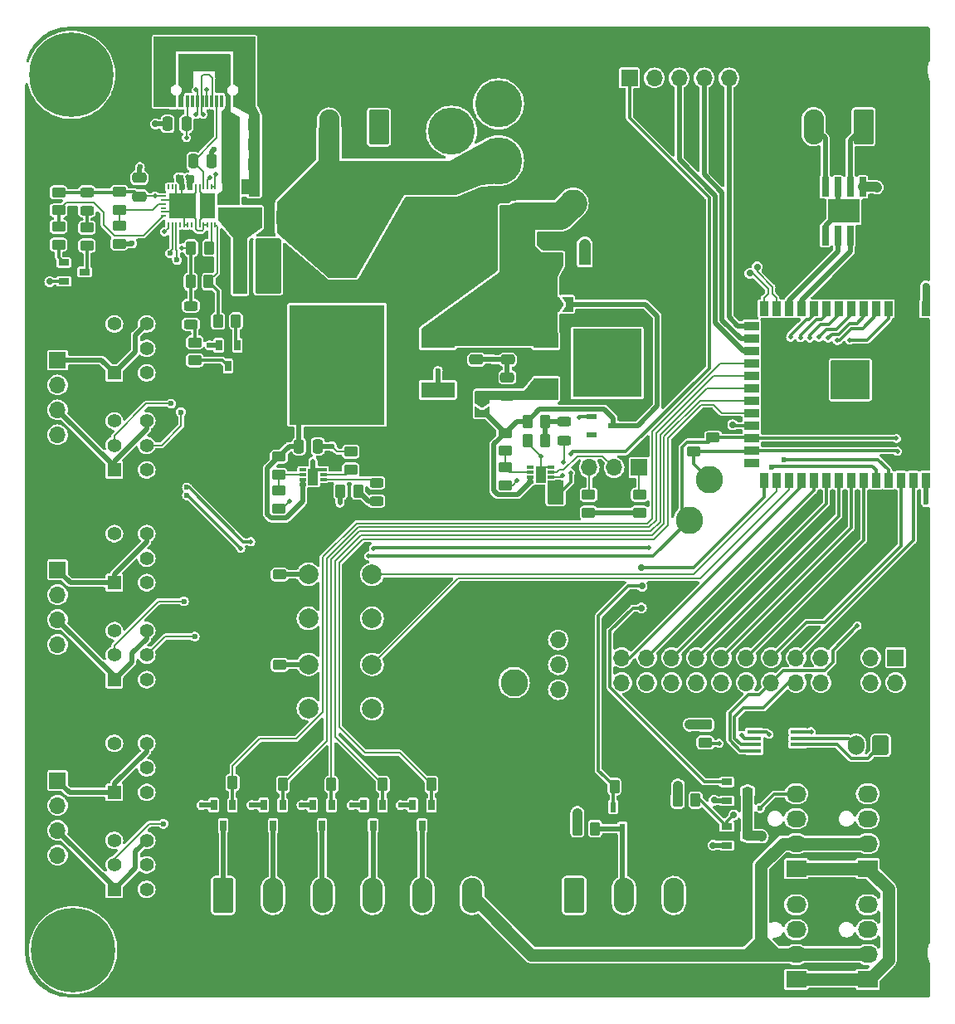
<source format=gtl>
G04 #@! TF.GenerationSoftware,KiCad,Pcbnew,7.0.10*
G04 #@! TF.CreationDate,2024-05-27T00:37:51+02:00*
G04 #@! TF.ProjectId,ESPHome AIO,45535048-6f6d-4652-9041-494f2e6b6963,rev?*
G04 #@! TF.SameCoordinates,Original*
G04 #@! TF.FileFunction,Copper,L1,Top*
G04 #@! TF.FilePolarity,Positive*
%FSLAX46Y46*%
G04 Gerber Fmt 4.6, Leading zero omitted, Abs format (unit mm)*
G04 Created by KiCad (PCBNEW 7.0.10) date 2024-05-27 00:37:51*
%MOMM*%
%LPD*%
G01*
G04 APERTURE LIST*
G04 Aperture macros list*
%AMRoundRect*
0 Rectangle with rounded corners*
0 $1 Rounding radius*
0 $2 $3 $4 $5 $6 $7 $8 $9 X,Y pos of 4 corners*
0 Add a 4 corners polygon primitive as box body*
4,1,4,$2,$3,$4,$5,$6,$7,$8,$9,$2,$3,0*
0 Add four circle primitives for the rounded corners*
1,1,$1+$1,$2,$3*
1,1,$1+$1,$4,$5*
1,1,$1+$1,$6,$7*
1,1,$1+$1,$8,$9*
0 Add four rect primitives between the rounded corners*
20,1,$1+$1,$2,$3,$4,$5,0*
20,1,$1+$1,$4,$5,$6,$7,0*
20,1,$1+$1,$6,$7,$8,$9,0*
20,1,$1+$1,$8,$9,$2,$3,0*%
%AMFreePoly0*
4,1,6,1.000000,0.000000,0.500000,-0.750000,-0.500000,-0.750000,-0.500000,0.750000,0.500000,0.750000,1.000000,0.000000,1.000000,0.000000,$1*%
%AMFreePoly1*
4,1,6,0.500000,-0.750000,-0.650000,-0.750000,-0.150000,0.000000,-0.650000,0.750000,0.500000,0.750000,0.500000,-0.750000,0.500000,-0.750000,$1*%
G04 Aperture macros list end*
G04 #@! TA.AperFunction,SMDPad,CuDef*
%ADD10R,0.600000X1.050000*%
G04 #@! TD*
G04 #@! TA.AperFunction,SMDPad,CuDef*
%ADD11R,0.600000X1.165000*%
G04 #@! TD*
G04 #@! TA.AperFunction,SMDPad,CuDef*
%ADD12R,0.600000X1.185000*%
G04 #@! TD*
G04 #@! TA.AperFunction,SMDPad,CuDef*
%ADD13R,0.300000X1.240000*%
G04 #@! TD*
G04 #@! TA.AperFunction,ComponentPad*
%ADD14O,1.000000X2.100000*%
G04 #@! TD*
G04 #@! TA.AperFunction,ComponentPad*
%ADD15O,1.000000X1.800000*%
G04 #@! TD*
G04 #@! TA.AperFunction,SMDPad,CuDef*
%ADD16RoundRect,0.250000X-0.262500X-0.450000X0.262500X-0.450000X0.262500X0.450000X-0.262500X0.450000X0*%
G04 #@! TD*
G04 #@! TA.AperFunction,SMDPad,CuDef*
%ADD17RoundRect,0.250000X-0.450000X0.262500X-0.450000X-0.262500X0.450000X-0.262500X0.450000X0.262500X0*%
G04 #@! TD*
G04 #@! TA.AperFunction,SMDPad,CuDef*
%ADD18RoundRect,0.250000X0.450000X-0.262500X0.450000X0.262500X-0.450000X0.262500X-0.450000X-0.262500X0*%
G04 #@! TD*
G04 #@! TA.AperFunction,SMDPad,CuDef*
%ADD19RoundRect,0.250000X0.262500X0.450000X-0.262500X0.450000X-0.262500X-0.450000X0.262500X-0.450000X0*%
G04 #@! TD*
G04 #@! TA.AperFunction,ComponentPad*
%ADD20R,1.700000X1.700000*%
G04 #@! TD*
G04 #@! TA.AperFunction,ComponentPad*
%ADD21O,1.700000X1.700000*%
G04 #@! TD*
G04 #@! TA.AperFunction,SMDPad,CuDef*
%ADD22FreePoly0,270.000000*%
G04 #@! TD*
G04 #@! TA.AperFunction,SMDPad,CuDef*
%ADD23FreePoly1,270.000000*%
G04 #@! TD*
G04 #@! TA.AperFunction,SMDPad,CuDef*
%ADD24R,0.700000X0.300000*%
G04 #@! TD*
G04 #@! TA.AperFunction,SMDPad,CuDef*
%ADD25R,1.000000X1.700000*%
G04 #@! TD*
G04 #@! TA.AperFunction,SMDPad,CuDef*
%ADD26R,1.050000X0.600000*%
G04 #@! TD*
G04 #@! TA.AperFunction,SMDPad,CuDef*
%ADD27RoundRect,0.243750X-0.456250X0.243750X-0.456250X-0.243750X0.456250X-0.243750X0.456250X0.243750X0*%
G04 #@! TD*
G04 #@! TA.AperFunction,SMDPad,CuDef*
%ADD28RoundRect,0.243750X0.456250X-0.243750X0.456250X0.243750X-0.456250X0.243750X-0.456250X-0.243750X0*%
G04 #@! TD*
G04 #@! TA.AperFunction,SMDPad,CuDef*
%ADD29R,0.650000X1.100000*%
G04 #@! TD*
G04 #@! TA.AperFunction,SMDPad,CuDef*
%ADD30RoundRect,0.250000X-0.250000X-0.475000X0.250000X-0.475000X0.250000X0.475000X-0.250000X0.475000X0*%
G04 #@! TD*
G04 #@! TA.AperFunction,ComponentPad*
%ADD31R,1.400000X1.400000*%
G04 #@! TD*
G04 #@! TA.AperFunction,ComponentPad*
%ADD32C,1.400000*%
G04 #@! TD*
G04 #@! TA.AperFunction,ComponentPad*
%ADD33R,2.030000X1.730000*%
G04 #@! TD*
G04 #@! TA.AperFunction,ComponentPad*
%ADD34O,2.030000X1.730000*%
G04 #@! TD*
G04 #@! TA.AperFunction,SMDPad,CuDef*
%ADD35RoundRect,0.250000X0.475000X-0.250000X0.475000X0.250000X-0.475000X0.250000X-0.475000X-0.250000X0*%
G04 #@! TD*
G04 #@! TA.AperFunction,SMDPad,CuDef*
%ADD36R,0.550000X0.200000*%
G04 #@! TD*
G04 #@! TA.AperFunction,SMDPad,CuDef*
%ADD37R,0.200000X0.550000*%
G04 #@! TD*
G04 #@! TA.AperFunction,SMDPad,CuDef*
%ADD38R,0.350000X0.200000*%
G04 #@! TD*
G04 #@! TA.AperFunction,SMDPad,CuDef*
%ADD39R,0.200000X0.350000*%
G04 #@! TD*
G04 #@! TA.AperFunction,SMDPad,CuDef*
%ADD40R,2.720000X2.650000*%
G04 #@! TD*
G04 #@! TA.AperFunction,SMDPad,CuDef*
%ADD41R,1.530000X2.650000*%
G04 #@! TD*
G04 #@! TA.AperFunction,SMDPad,CuDef*
%ADD42R,0.200000X1.100000*%
G04 #@! TD*
G04 #@! TA.AperFunction,SMDPad,CuDef*
%ADD43R,0.600000X0.200000*%
G04 #@! TD*
G04 #@! TA.AperFunction,SMDPad,CuDef*
%ADD44R,0.650000X2.000000*%
G04 #@! TD*
G04 #@! TA.AperFunction,SMDPad,CuDef*
%ADD45R,3.200000X2.390000*%
G04 #@! TD*
G04 #@! TA.AperFunction,ComponentPad*
%ADD46C,2.800000*%
G04 #@! TD*
G04 #@! TA.AperFunction,SMDPad,CuDef*
%ADD47RoundRect,0.250000X1.000000X0.650000X-1.000000X0.650000X-1.000000X-0.650000X1.000000X-0.650000X0*%
G04 #@! TD*
G04 #@! TA.AperFunction,SMDPad,CuDef*
%ADD48RoundRect,0.093750X0.093750X0.106250X-0.093750X0.106250X-0.093750X-0.106250X0.093750X-0.106250X0*%
G04 #@! TD*
G04 #@! TA.AperFunction,SMDPad,CuDef*
%ADD49R,1.000000X1.600000*%
G04 #@! TD*
G04 #@! TA.AperFunction,SMDPad,CuDef*
%ADD50FreePoly0,0.000000*%
G04 #@! TD*
G04 #@! TA.AperFunction,SMDPad,CuDef*
%ADD51FreePoly1,0.000000*%
G04 #@! TD*
G04 #@! TA.AperFunction,SMDPad,CuDef*
%ADD52R,1.100000X0.650000*%
G04 #@! TD*
G04 #@! TA.AperFunction,ComponentPad*
%ADD53RoundRect,0.249999X0.790001X1.550001X-0.790001X1.550001X-0.790001X-1.550001X0.790001X-1.550001X0*%
G04 #@! TD*
G04 #@! TA.AperFunction,ComponentPad*
%ADD54O,2.080000X3.600000*%
G04 #@! TD*
G04 #@! TA.AperFunction,ComponentPad*
%ADD55C,2.000000*%
G04 #@! TD*
G04 #@! TA.AperFunction,ComponentPad*
%ADD56RoundRect,0.550000X-0.550000X-0.550000X0.550000X-0.550000X0.550000X0.550000X-0.550000X0.550000X0*%
G04 #@! TD*
G04 #@! TA.AperFunction,ComponentPad*
%ADD57C,2.200000*%
G04 #@! TD*
G04 #@! TA.AperFunction,SMDPad,CuDef*
%ADD58RoundRect,0.250000X-0.475000X0.250000X-0.475000X-0.250000X0.475000X-0.250000X0.475000X0.250000X0*%
G04 #@! TD*
G04 #@! TA.AperFunction,SMDPad,CuDef*
%ADD59R,3.500000X1.600000*%
G04 #@! TD*
G04 #@! TA.AperFunction,SMDPad,CuDef*
%ADD60R,9.750000X12.200000*%
G04 #@! TD*
G04 #@! TA.AperFunction,ComponentPad*
%ADD61C,4.800000*%
G04 #@! TD*
G04 #@! TA.AperFunction,SMDPad,CuDef*
%ADD62R,0.900000X0.900000*%
G04 #@! TD*
G04 #@! TA.AperFunction,SMDPad,CuDef*
%ADD63R,0.900000X1.500000*%
G04 #@! TD*
G04 #@! TA.AperFunction,SMDPad,CuDef*
%ADD64R,1.500000X0.900000*%
G04 #@! TD*
G04 #@! TA.AperFunction,ComponentPad*
%ADD65C,8.600000*%
G04 #@! TD*
G04 #@! TA.AperFunction,SMDPad,CuDef*
%ADD66R,1.450000X0.450000*%
G04 #@! TD*
G04 #@! TA.AperFunction,SMDPad,CuDef*
%ADD67RoundRect,0.250000X0.250000X0.475000X-0.250000X0.475000X-0.250000X-0.475000X0.250000X-0.475000X0*%
G04 #@! TD*
G04 #@! TA.AperFunction,ComponentPad*
%ADD68RoundRect,0.250000X0.600000X0.750000X-0.600000X0.750000X-0.600000X-0.750000X0.600000X-0.750000X0*%
G04 #@! TD*
G04 #@! TA.AperFunction,ComponentPad*
%ADD69O,1.700000X2.000000*%
G04 #@! TD*
G04 #@! TA.AperFunction,ComponentPad*
%ADD70RoundRect,0.249999X-0.790001X-1.550001X0.790001X-1.550001X0.790001X1.550001X-0.790001X1.550001X0*%
G04 #@! TD*
G04 #@! TA.AperFunction,SMDPad,CuDef*
%ADD71R,1.200000X1.200000*%
G04 #@! TD*
G04 #@! TA.AperFunction,SMDPad,CuDef*
%ADD72R,2.500000X1.500000*%
G04 #@! TD*
G04 #@! TA.AperFunction,SMDPad,CuDef*
%ADD73R,7.000000X7.000000*%
G04 #@! TD*
G04 #@! TA.AperFunction,ViaPad*
%ADD74C,0.500000*%
G04 #@! TD*
G04 #@! TA.AperFunction,ViaPad*
%ADD75C,0.600000*%
G04 #@! TD*
G04 #@! TA.AperFunction,ViaPad*
%ADD76C,0.700000*%
G04 #@! TD*
G04 #@! TA.AperFunction,Conductor*
%ADD77C,0.200000*%
G04 #@! TD*
G04 #@! TA.AperFunction,Conductor*
%ADD78C,0.500000*%
G04 #@! TD*
G04 #@! TA.AperFunction,Conductor*
%ADD79C,0.300000*%
G04 #@! TD*
G04 #@! TA.AperFunction,Conductor*
%ADD80C,1.300000*%
G04 #@! TD*
G04 #@! TA.AperFunction,Conductor*
%ADD81C,1.000000*%
G04 #@! TD*
G04 #@! TA.AperFunction,Conductor*
%ADD82C,0.800000*%
G04 #@! TD*
G04 #@! TA.AperFunction,Conductor*
%ADD83C,1.200000*%
G04 #@! TD*
G04 #@! TA.AperFunction,Conductor*
%ADD84C,2.800000*%
G04 #@! TD*
G04 APERTURE END LIST*
D10*
X152300000Y-120800000D03*
X150400000Y-120800000D03*
X151350000Y-123000000D03*
D11*
X111900000Y-48812500D03*
D12*
X111100000Y-48802500D03*
D13*
X109950000Y-48775000D03*
X108950000Y-48775000D03*
X108450000Y-48775000D03*
X107450000Y-48775000D03*
D12*
X106300000Y-48802500D03*
D11*
X105500000Y-48812500D03*
X105500000Y-48812500D03*
D12*
X106300000Y-48802500D03*
D13*
X106950000Y-48775000D03*
X107950000Y-48775000D03*
X109450000Y-48775000D03*
X110450000Y-48775000D03*
D12*
X111100000Y-48802500D03*
D11*
X111900000Y-48812500D03*
D14*
X113020000Y-48175000D03*
D15*
X113020000Y-43975000D03*
D14*
X104380000Y-48175000D03*
D15*
X104380000Y-43975000D03*
D16*
X122562500Y-88550000D03*
X124387500Y-88550000D03*
D17*
X116275000Y-88537500D03*
X116275000Y-90362500D03*
X116275000Y-85062500D03*
X116275000Y-86887500D03*
D18*
X123625000Y-86362500D03*
X123625000Y-84537500D03*
D17*
X147900000Y-88937500D03*
X147900000Y-90762500D03*
D19*
X143462500Y-83437500D03*
X141637500Y-83437500D03*
D16*
X141637500Y-81437500D03*
X143462500Y-81437500D03*
D17*
X153100000Y-88937500D03*
X153100000Y-90762500D03*
X139375000Y-82637500D03*
X139375000Y-84462500D03*
X139375000Y-86137500D03*
X139375000Y-87962500D03*
D20*
X153030000Y-86150000D03*
D21*
X150490000Y-86150000D03*
X147950000Y-86150000D03*
D22*
X137050000Y-79075000D03*
D23*
X137050000Y-80525000D03*
D24*
X118725000Y-86362500D03*
X118725000Y-86862500D03*
X118725000Y-87362500D03*
X118725000Y-87862500D03*
X120825000Y-87862500D03*
X120825000Y-87362500D03*
X120825000Y-86862500D03*
X120825000Y-86362500D03*
D25*
X119775000Y-87112500D03*
D24*
X141950000Y-86112500D03*
X141950000Y-86612500D03*
X141950000Y-87112500D03*
X141950000Y-87612500D03*
X144050000Y-87612500D03*
X144050000Y-87112500D03*
X144050000Y-86612500D03*
X144050000Y-86112500D03*
D25*
X143000000Y-86862500D03*
D26*
X148200000Y-80950000D03*
X148200000Y-82850000D03*
X150400000Y-81900000D03*
D27*
X126250000Y-87712500D03*
X126250000Y-89587500D03*
D28*
X145400000Y-83375000D03*
X145400000Y-81500000D03*
D16*
X156987500Y-120100000D03*
X158812500Y-120100000D03*
D17*
X116350000Y-106287500D03*
X116350000Y-108112500D03*
X100000000Y-58037500D03*
X100000000Y-59862500D03*
D29*
X126860000Y-120600000D03*
X124940000Y-120600000D03*
X125900000Y-122700000D03*
D20*
X152060000Y-46400000D03*
D21*
X154600000Y-46400000D03*
X157140000Y-46400000D03*
X159680000Y-46400000D03*
X162220000Y-46400000D03*
D20*
X179220000Y-105560000D03*
D21*
X179220000Y-108100000D03*
X176680000Y-105560000D03*
X176680000Y-108100000D03*
X174140000Y-105560000D03*
X174140000Y-108100000D03*
X171600000Y-105560000D03*
X171600000Y-108100000D03*
X169060000Y-105560000D03*
X169060000Y-108100000D03*
X166520000Y-105560000D03*
X166520000Y-108100000D03*
X163980000Y-105560000D03*
X163980000Y-108100000D03*
X161440000Y-105560000D03*
X161440000Y-108100000D03*
X158900000Y-105560000D03*
X158900000Y-108100000D03*
X156360000Y-105560000D03*
X156360000Y-108100000D03*
X153820000Y-105560000D03*
X153820000Y-108100000D03*
X151280000Y-105560000D03*
X151280000Y-108100000D03*
D16*
X110087500Y-71200000D03*
X111912500Y-71200000D03*
D17*
X158600000Y-82687500D03*
X158600000Y-84512500D03*
D30*
X107550000Y-54900000D03*
X109450000Y-54900000D03*
D31*
X99500000Y-119300000D03*
D32*
X99500000Y-116800000D03*
X99500000Y-114300000D03*
X102800000Y-119300000D03*
X102800000Y-116800000D03*
X102800000Y-114300000D03*
D33*
X176375000Y-127075000D03*
D34*
X176375000Y-124535000D03*
X176375000Y-121995000D03*
X176375000Y-119455000D03*
D35*
X139600000Y-78850000D03*
X139600000Y-76950000D03*
X102050000Y-58500000D03*
X102050000Y-56600000D03*
D34*
X176375000Y-130755000D03*
X176375000Y-133295000D03*
X176375000Y-135835000D03*
D33*
X176375000Y-138375000D03*
D36*
X104475000Y-58475000D03*
X104475000Y-58875000D03*
X104475000Y-59275000D03*
X104475000Y-59675000D03*
X104475000Y-60075000D03*
X104475000Y-60475000D03*
D37*
X105000000Y-61400000D03*
X105400000Y-61400000D03*
X105800000Y-61400000D03*
X106200000Y-61400000D03*
X106600000Y-61400000D03*
X107000000Y-61400000D03*
X107400000Y-61400000D03*
X107800000Y-61400000D03*
X108200000Y-61400000D03*
X108600000Y-61400000D03*
X109000000Y-61400000D03*
X109400000Y-61400000D03*
X109800000Y-61400000D03*
D38*
X110425000Y-60575000D03*
X110425000Y-60125000D03*
X110425000Y-59675000D03*
X110425000Y-59275000D03*
X110425000Y-58825000D03*
X110425000Y-58375000D03*
D37*
X109800000Y-57550000D03*
X109400000Y-57550000D03*
X109000000Y-57550000D03*
X108600000Y-57550000D03*
X108200000Y-57550000D03*
X107800000Y-57550000D03*
D39*
X107399000Y-57450000D03*
X106999000Y-57450000D03*
X106599000Y-57450000D03*
X106199000Y-57450000D03*
D37*
X105800000Y-57550000D03*
X105400000Y-57550000D03*
X105000000Y-57550000D03*
D40*
X106435000Y-59475000D03*
D41*
X108960000Y-59475000D03*
D42*
X110149000Y-60125000D03*
X110150000Y-58825000D03*
D43*
X107199000Y-57725000D03*
X106399000Y-57725000D03*
D44*
X172035000Y-62475000D03*
X173305000Y-62475000D03*
X174575000Y-62475000D03*
X175845000Y-62475000D03*
X175845000Y-57525000D03*
X174575000Y-57525000D03*
X173305000Y-57525000D03*
X172035000Y-57525000D03*
D45*
X173940000Y-60000000D03*
D46*
X140300000Y-108100000D03*
D17*
X160600000Y-81287500D03*
X160600000Y-83112500D03*
D47*
X117300000Y-60650000D03*
X113300000Y-60650000D03*
D48*
X113887500Y-58150000D03*
X113887500Y-57500000D03*
X113887500Y-56850000D03*
X112112500Y-56850000D03*
X112112500Y-57500000D03*
X112112500Y-58150000D03*
D49*
X113000000Y-57500000D03*
D20*
X93700000Y-96600000D03*
D21*
X93700000Y-99140000D03*
X93700000Y-101680000D03*
X93700000Y-104220000D03*
D17*
X107700000Y-73387500D03*
X107700000Y-75212500D03*
D50*
X144350000Y-69500000D03*
D51*
X145800000Y-69500000D03*
D31*
X99500000Y-97900000D03*
D32*
X99500000Y-95400000D03*
X99500000Y-92900000D03*
X102800000Y-97900000D03*
X102800000Y-95400000D03*
X102800000Y-92900000D03*
D17*
X100000000Y-61487500D03*
X100000000Y-63312500D03*
D30*
X111750000Y-53200000D03*
X113650000Y-53200000D03*
D16*
X109727500Y-118300000D03*
X111552500Y-118300000D03*
D46*
X160200000Y-87400000D03*
D52*
X94350000Y-65240000D03*
X94350000Y-67160000D03*
X96450000Y-66200000D03*
D16*
X119827500Y-118500000D03*
X121652500Y-118500000D03*
X146737500Y-123000000D03*
X148562500Y-123000000D03*
X130027500Y-118500000D03*
X131852500Y-118500000D03*
D30*
X118350000Y-84000000D03*
X120250000Y-84000000D03*
D31*
X99500000Y-129200000D03*
D32*
X99500000Y-126700000D03*
X99500000Y-124200000D03*
X102800000Y-129200000D03*
X102800000Y-126700000D03*
X102800000Y-124200000D03*
D17*
X93800000Y-61587500D03*
X93800000Y-63412500D03*
X93800000Y-58087500D03*
X93800000Y-59912500D03*
D31*
X99500000Y-86400000D03*
D32*
X99500000Y-83900000D03*
X99500000Y-81400000D03*
X102800000Y-86400000D03*
X102800000Y-83900000D03*
X102800000Y-81400000D03*
D28*
X96700000Y-59937500D03*
X96700000Y-58062500D03*
D46*
X131200000Y-85700000D03*
D53*
X175940000Y-51377500D03*
D54*
X170860000Y-51377500D03*
D53*
X126490000Y-51427500D03*
D54*
X121410000Y-51427500D03*
D52*
X162000000Y-122790000D03*
X162000000Y-124710000D03*
X164100000Y-123750000D03*
D31*
X99500000Y-107800000D03*
D32*
X99500000Y-105300000D03*
X99500000Y-102800000D03*
X102800000Y-107800000D03*
X102800000Y-105300000D03*
X102800000Y-102800000D03*
D52*
X162000000Y-118240000D03*
X162000000Y-120160000D03*
X164100000Y-119200000D03*
D55*
X119300000Y-97050000D03*
X125800000Y-97050000D03*
X119300000Y-101550000D03*
X125800000Y-101550000D03*
D28*
X107300000Y-71537500D03*
X107300000Y-69662500D03*
D56*
X122800000Y-60500000D03*
X122800000Y-65500000D03*
D57*
X140600000Y-60500000D03*
X140600000Y-65500000D03*
D30*
X111750000Y-55200000D03*
X113650000Y-55200000D03*
D58*
X136450000Y-73250000D03*
X136450000Y-75150000D03*
D29*
X121660000Y-120600000D03*
X119740000Y-120600000D03*
X120700000Y-122700000D03*
D59*
X132500000Y-78230000D03*
X132500000Y-73150000D03*
D60*
X122225000Y-75690000D03*
D20*
X144800000Y-101200000D03*
D21*
X144800000Y-103740000D03*
X144800000Y-106280000D03*
X144800000Y-108820000D03*
D16*
X125077500Y-118500000D03*
X126902500Y-118500000D03*
D61*
X138700000Y-54850000D03*
X138700000Y-49050000D03*
X133900000Y-51850000D03*
D20*
X93700000Y-75200000D03*
D21*
X93700000Y-77740000D03*
X93700000Y-80280000D03*
X93700000Y-82820000D03*
D55*
X119300000Y-106250000D03*
X125800000Y-106250000D03*
X119300000Y-110750000D03*
X125800000Y-110750000D03*
D62*
X175980000Y-78600000D03*
X174580000Y-78600000D03*
X173180000Y-78600000D03*
X173180000Y-77200000D03*
X173180000Y-75800000D03*
X174580000Y-75800000D03*
X175980000Y-75800000D03*
X175980000Y-77200000D03*
X174580000Y-77200000D03*
D63*
X182300000Y-87450000D03*
X181030000Y-87450000D03*
X179760000Y-87450000D03*
X178490000Y-87450000D03*
X177220000Y-87450000D03*
X175950000Y-87450000D03*
X174680000Y-87450000D03*
X173410000Y-87450000D03*
X172140000Y-87450000D03*
X170870000Y-87450000D03*
X169600000Y-87450000D03*
X168330000Y-87450000D03*
X167060000Y-87450000D03*
X165790000Y-87450000D03*
D64*
X164540000Y-85685000D03*
X164540000Y-84415000D03*
X164540000Y-83145000D03*
X164540000Y-81875000D03*
X164540000Y-80605000D03*
X164540000Y-79335000D03*
X164540000Y-78065000D03*
X164540000Y-76795000D03*
X164540000Y-75525000D03*
X164540000Y-74255000D03*
X164540000Y-72985000D03*
X164540000Y-71715000D03*
D63*
X165790000Y-69950000D03*
X167060000Y-69950000D03*
X168330000Y-69950000D03*
X169600000Y-69950000D03*
X170870000Y-69950000D03*
X172140000Y-69950000D03*
X173410000Y-69950000D03*
X174680000Y-69950000D03*
X175950000Y-69950000D03*
X177220000Y-69950000D03*
X178490000Y-69950000D03*
X179760000Y-69950000D03*
X181030000Y-69950000D03*
X182300000Y-69950000D03*
D18*
X159800000Y-114212500D03*
X159800000Y-112387500D03*
D19*
X152362500Y-118700000D03*
X150537500Y-118700000D03*
D65*
X95300000Y-135400000D03*
D33*
X169075000Y-127075000D03*
D34*
X169075000Y-124535000D03*
X169075000Y-121995000D03*
X169075000Y-119455000D03*
D16*
X107287500Y-67200000D03*
X109112500Y-67200000D03*
D66*
X169225000Y-115075000D03*
X169225000Y-114425000D03*
X169225000Y-113775000D03*
X169225000Y-113125000D03*
X164775000Y-113125000D03*
X164775000Y-113775000D03*
X164775000Y-114425000D03*
X164775000Y-115075000D03*
D17*
X116350000Y-97087500D03*
X116350000Y-98912500D03*
D20*
X93700000Y-118100000D03*
D21*
X93700000Y-120640000D03*
X93700000Y-123180000D03*
X93700000Y-125720000D03*
D67*
X114450000Y-65550000D03*
X112550000Y-65550000D03*
D31*
X99500000Y-76500000D03*
D32*
X99500000Y-74000000D03*
X99500000Y-71500000D03*
X102800000Y-76500000D03*
X102800000Y-74000000D03*
X102800000Y-71500000D03*
D68*
X177700000Y-114500000D03*
D69*
X175200000Y-114500000D03*
D70*
X146420000Y-129822500D03*
D54*
X151500000Y-129822500D03*
X156580000Y-129822500D03*
D29*
X116660000Y-120600000D03*
X114740000Y-120600000D03*
X115700000Y-122700000D03*
D46*
X146300000Y-59200000D03*
D70*
X110600000Y-129822500D03*
D54*
X115680000Y-129822500D03*
X120760000Y-129822500D03*
X125840000Y-129822500D03*
X130920000Y-129822500D03*
X136000000Y-129822500D03*
D65*
X95100000Y-46100000D03*
D58*
X139650000Y-73250000D03*
X139650000Y-75150000D03*
D71*
X144700000Y-64900000D03*
X147500000Y-64900000D03*
D67*
X114450000Y-67600000D03*
X112550000Y-67600000D03*
D17*
X96700000Y-61687500D03*
X96700000Y-63512500D03*
D16*
X114877500Y-118500000D03*
X116702500Y-118500000D03*
D29*
X131860000Y-120600000D03*
X129940000Y-120600000D03*
X130900000Y-122700000D03*
D67*
X106850000Y-51100000D03*
X104950000Y-51100000D03*
X114450000Y-63500000D03*
X112550000Y-63500000D03*
D46*
X158150000Y-91550000D03*
D29*
X111560000Y-120600000D03*
X109640000Y-120600000D03*
X110600000Y-122700000D03*
D16*
X107337500Y-63750000D03*
X109162500Y-63750000D03*
D72*
X143550000Y-73200000D03*
D73*
X149800000Y-75500000D03*
D72*
X143550000Y-77800000D03*
D33*
X169075000Y-138375000D03*
D34*
X169075000Y-135835000D03*
X169075000Y-133295000D03*
X169075000Y-130755000D03*
D29*
X112060000Y-73700000D03*
X110140000Y-73700000D03*
X111100000Y-75800000D03*
D30*
X111750000Y-51200000D03*
X113650000Y-51200000D03*
D74*
X145200000Y-87000000D03*
X175300000Y-102300000D03*
X140575000Y-87500000D03*
X156625000Y-77925000D03*
X159500000Y-80800000D03*
X174525000Y-73150000D03*
X173250000Y-73200000D03*
X172325000Y-72950000D03*
X122525000Y-89800000D03*
X118725000Y-89621878D03*
X119775000Y-85500000D03*
X117400000Y-89600000D03*
X146900000Y-81050000D03*
X113425000Y-93725000D03*
X154075000Y-94375000D03*
X125925000Y-94400000D03*
X125450000Y-95175000D03*
X112400000Y-94400000D03*
X146050000Y-86700000D03*
X146050000Y-84750000D03*
X150500000Y-90750000D03*
X144850000Y-89430000D03*
X144060000Y-89450000D03*
X144880000Y-88810000D03*
X144070000Y-88800000D03*
X145300000Y-85600000D03*
X143000000Y-85000000D03*
D75*
X128700000Y-120600000D03*
X101300000Y-63300000D03*
D76*
X160700000Y-120100000D03*
D74*
X106000000Y-56500000D03*
D76*
X175000000Y-60000000D03*
D75*
X102100000Y-55500000D03*
X123700000Y-120600000D03*
D74*
X175300000Y-77900000D03*
D75*
X113500000Y-120600000D03*
D76*
X147500000Y-63400000D03*
D74*
X175300000Y-76500000D03*
D75*
X109200000Y-73700000D03*
D76*
X149900000Y-77600000D03*
X173940000Y-60000000D03*
D75*
X138100000Y-75100000D03*
D76*
X151800000Y-75600000D03*
X103700000Y-51100000D03*
X182300000Y-67700000D03*
D74*
X106500000Y-60300000D03*
X109840000Y-56210000D03*
D76*
X147900000Y-75600000D03*
D74*
X106500000Y-58600000D03*
X106500000Y-59400000D03*
D76*
X149900000Y-75600000D03*
D74*
X173900000Y-77900000D03*
X173900000Y-76500000D03*
D75*
X118600000Y-120600000D03*
X182300000Y-89700000D03*
X116000000Y-66100000D03*
X121700000Y-84000000D03*
D74*
X166300000Y-113400000D03*
D75*
X116000000Y-67000000D03*
X116000000Y-64300000D03*
X116000000Y-67900000D03*
D76*
X92900000Y-67200000D03*
D75*
X132500000Y-76300000D03*
D74*
X105600000Y-59400000D03*
D75*
X108400000Y-120600000D03*
D74*
X107400000Y-59400000D03*
D75*
X109700000Y-53700000D03*
D76*
X160600000Y-124700000D03*
X172900000Y-60000000D03*
D75*
X116000000Y-65200000D03*
D76*
X149900000Y-73500000D03*
D75*
X116000000Y-63400000D03*
D74*
X106400000Y-56900000D03*
X104600000Y-62100000D03*
X106400000Y-63750000D03*
X103650000Y-58450000D03*
D76*
X177300000Y-57600000D03*
X142900000Y-66700000D03*
X135500000Y-71900000D03*
X135500000Y-70100000D03*
X136500000Y-71900000D03*
X135500000Y-71000000D03*
X143550000Y-67350000D03*
X136500000Y-70100000D03*
X136500000Y-71000000D03*
X146750000Y-121400000D03*
X158200000Y-112400000D03*
X157000000Y-118600000D03*
D74*
X171375000Y-72875000D03*
X170475000Y-72950000D03*
X169500000Y-72900000D03*
X168500000Y-72875000D03*
D76*
X165100000Y-65700000D03*
D74*
X108550000Y-50117077D03*
X108950000Y-47640000D03*
X107850000Y-50117077D03*
D76*
X164350000Y-66350000D03*
D74*
X107850000Y-47640000D03*
D76*
X153275000Y-100500000D03*
X162600000Y-81800000D03*
X153300000Y-96400000D03*
X153350000Y-98250000D03*
D75*
X104500000Y-122500000D03*
D74*
X179300000Y-83200000D03*
D75*
X105300000Y-79648529D03*
X106600000Y-99800000D03*
X105200000Y-64300000D03*
X106900000Y-89000000D03*
X107700000Y-103400000D03*
X105900000Y-65000000D03*
D74*
X179400000Y-84500000D03*
D75*
X106300000Y-80500000D03*
X106900000Y-88200000D03*
D74*
X170600000Y-113100000D03*
D76*
X162700000Y-121600000D03*
D75*
X165400000Y-120900000D03*
D74*
X161200000Y-114300000D03*
X163500000Y-113500000D03*
D75*
X166600000Y-86100000D03*
X167800000Y-85350000D03*
D76*
X165575000Y-123800000D03*
D74*
X109250000Y-56600000D03*
X106840000Y-52500000D03*
X109000000Y-60500000D03*
X109000000Y-58500000D03*
X109000000Y-59500000D03*
X110500000Y-45100000D03*
X111600000Y-58100000D03*
X111180000Y-56500000D03*
X111000000Y-58700000D03*
X107000000Y-56510000D03*
X111600000Y-57500000D03*
X110500000Y-44500000D03*
X108166666Y-44500000D03*
X110900000Y-51000000D03*
X111000000Y-57500000D03*
X110900000Y-54200000D03*
X111000000Y-58100000D03*
X110900000Y-50400000D03*
X107000000Y-45100000D03*
X110900000Y-54900000D03*
X107400000Y-56900000D03*
X110900000Y-55600000D03*
X110900000Y-53500000D03*
X109333332Y-45100000D03*
X110780000Y-56880000D03*
X110900000Y-52800000D03*
X109333332Y-44500000D03*
X111600000Y-58700000D03*
X107000000Y-44500000D03*
X108166666Y-45100000D03*
D77*
X139850000Y-86612500D02*
X141950000Y-86612500D01*
X139375000Y-86137500D02*
X139850000Y-86612500D01*
D78*
X141950000Y-87612500D02*
X141950000Y-87212500D01*
X138225000Y-88521878D02*
X138628122Y-88925000D01*
X138225000Y-83787500D02*
X138225000Y-88521878D01*
X140637500Y-88925000D02*
X141950000Y-87612500D01*
X139375000Y-82637500D02*
X138225000Y-83787500D01*
X138628122Y-88925000D02*
X140637500Y-88925000D01*
D77*
X143000000Y-86562500D02*
X143000000Y-86862500D01*
X143450000Y-86112500D02*
X143000000Y-86562500D01*
X144050000Y-86112500D02*
X143450000Y-86112500D01*
X143000000Y-86862500D02*
X143000000Y-85000000D01*
X149340000Y-85000000D02*
X150490000Y-86150000D01*
X146749534Y-85000000D02*
X149340000Y-85000000D01*
X144862500Y-86400000D02*
X145349534Y-86400000D01*
X144650000Y-86612500D02*
X144862500Y-86400000D01*
X144050000Y-86612500D02*
X144650000Y-86612500D01*
X145349534Y-86400000D02*
X146749534Y-85000000D01*
X145087500Y-87112500D02*
X144050000Y-87112500D01*
X145200000Y-87000000D02*
X145087500Y-87112500D01*
D79*
X167720000Y-106900000D02*
X166520000Y-108100000D01*
X171957057Y-106900000D02*
X167720000Y-106900000D01*
X172800000Y-106057057D02*
X171957057Y-106900000D01*
X172800000Y-104800000D02*
X172800000Y-106057057D01*
X175300000Y-102300000D02*
X172800000Y-104800000D01*
D80*
X165475000Y-134482000D02*
X164237000Y-135720000D01*
X165475000Y-134290000D02*
X165475000Y-134482000D01*
D77*
X106400000Y-63750000D02*
X107337500Y-63750000D01*
X105200000Y-64100000D02*
X105400000Y-63900000D01*
X105400000Y-63900000D02*
X105400000Y-61400000D01*
X105200000Y-64300000D02*
X105200000Y-64100000D01*
X145400000Y-85500000D02*
X145400000Y-83375000D01*
X145300000Y-85600000D02*
X145400000Y-85500000D01*
X167060000Y-68824999D02*
X167060000Y-69950000D01*
X166650000Y-68414999D02*
X167060000Y-68824999D01*
X165100000Y-66181801D02*
X166650000Y-67731801D01*
X165100000Y-65700000D02*
X165100000Y-66181801D01*
X166650000Y-67731801D02*
X166650000Y-68414999D01*
X165790000Y-68824999D02*
X165790000Y-69950000D01*
X166200000Y-68414999D02*
X165790000Y-68824999D01*
X166200000Y-67918199D02*
X166200000Y-68414999D01*
X164631801Y-66350000D02*
X166200000Y-67918199D01*
X164350000Y-66350000D02*
X164631801Y-66350000D01*
D81*
X165525000Y-123750000D02*
X164100000Y-123750000D01*
X165575000Y-123800000D02*
X165525000Y-123750000D01*
D77*
X106850000Y-52490000D02*
X106840000Y-52500000D01*
X106850000Y-51100000D02*
X106850000Y-52490000D01*
D79*
X146050000Y-87640000D02*
X146050000Y-86700000D01*
X144880000Y-88810000D02*
X146050000Y-87640000D01*
D77*
X109840000Y-56210000D02*
X109800000Y-56250000D01*
X109800000Y-56250000D02*
X109800000Y-57550000D01*
X108950000Y-48775000D02*
X108950000Y-47640000D01*
X107950000Y-47740000D02*
X107950000Y-48775000D01*
X107850000Y-47640000D02*
X107950000Y-47740000D01*
D79*
X112650000Y-93725000D02*
X107125000Y-88200000D01*
X107125000Y-88200000D02*
X106900000Y-88200000D01*
X113425000Y-93725000D02*
X112650000Y-93725000D01*
X107000000Y-89000000D02*
X106900000Y-89000000D01*
X112400000Y-94400000D02*
X107000000Y-89000000D01*
D77*
X116275000Y-90362500D02*
X116637500Y-90362500D01*
X116637500Y-90362500D02*
X117400000Y-89600000D01*
X116275000Y-88537500D02*
X116275000Y-86887500D01*
X140112500Y-87962500D02*
X140575000Y-87500000D01*
X139375000Y-87962500D02*
X140112500Y-87962500D01*
X139375000Y-84462500D02*
X139375000Y-86137500D01*
D78*
X137262500Y-80525000D02*
X139375000Y-82637500D01*
X137050000Y-80525000D02*
X137262500Y-80525000D01*
X141637500Y-81437500D02*
X140575000Y-81437500D01*
X140575000Y-81437500D02*
X139375000Y-82637500D01*
X145337500Y-81437500D02*
X145400000Y-81500000D01*
X143462500Y-81437500D02*
X145337500Y-81437500D01*
X143462500Y-83437500D02*
X143462500Y-81437500D01*
X159987500Y-81287500D02*
X159500000Y-80800000D01*
X160600000Y-81287500D02*
X159987500Y-81287500D01*
D79*
X152060000Y-50498478D02*
X152060000Y-46400000D01*
X151675000Y-84550000D02*
X160200000Y-76025000D01*
X160200000Y-76025000D02*
X160200000Y-58638478D01*
X146250000Y-84550000D02*
X151675000Y-84550000D01*
X146050000Y-84750000D02*
X146250000Y-84550000D01*
X160200000Y-58638478D02*
X152060000Y-50498478D01*
D78*
X160000000Y-81287500D02*
X158600000Y-82687500D01*
X160600000Y-81287500D02*
X160000000Y-81287500D01*
X125425000Y-89587500D02*
X124387500Y-88550000D01*
X126250000Y-89587500D02*
X125425000Y-89587500D01*
D79*
X176340000Y-73150000D02*
X174525000Y-73150000D01*
X178490000Y-71000000D02*
X176340000Y-73150000D01*
X178490000Y-69950000D02*
X178490000Y-71000000D01*
X177220000Y-70580000D02*
X177220000Y-69950000D01*
X174724212Y-71950000D02*
X175850000Y-71950000D01*
X173474212Y-73200000D02*
X174724212Y-71950000D01*
X173250000Y-73200000D02*
X173474212Y-73200000D01*
X175850000Y-71950000D02*
X177220000Y-70580000D01*
X174517106Y-71450000D02*
X173417106Y-72550000D01*
X175250000Y-71450000D02*
X174517106Y-71450000D01*
X172725000Y-72550000D02*
X172325000Y-72950000D01*
X175950000Y-70750000D02*
X175250000Y-71450000D01*
X173417106Y-72550000D02*
X172725000Y-72550000D01*
X175950000Y-69950000D02*
X175950000Y-70750000D01*
X174680000Y-70580000D02*
X174680000Y-69950000D01*
X173210000Y-72050000D02*
X174680000Y-70580000D01*
X172200000Y-72050000D02*
X173210000Y-72050000D01*
X171375000Y-72875000D02*
X172200000Y-72050000D01*
X172440000Y-71550000D02*
X173410000Y-70580000D01*
X173410000Y-70580000D02*
X173410000Y-69950000D01*
X171575000Y-71550000D02*
X172440000Y-71550000D01*
X170475000Y-72650000D02*
X171575000Y-71550000D01*
X170475000Y-72950000D02*
X170475000Y-72650000D01*
X172140000Y-70580000D02*
X172140000Y-69950000D01*
X171670000Y-71050000D02*
X172140000Y-70580000D01*
X171150000Y-71050000D02*
X171670000Y-71050000D01*
X169500000Y-72700000D02*
X171150000Y-71050000D01*
X169500000Y-72900000D02*
X169500000Y-72700000D01*
X170870000Y-70580000D02*
X170870000Y-69950000D01*
X170100000Y-71050000D02*
X170400000Y-71050000D01*
X170400000Y-71050000D02*
X170870000Y-70580000D01*
X168500000Y-72650000D02*
X170100000Y-71050000D01*
X168500000Y-72875000D02*
X168500000Y-72650000D01*
D78*
X122525000Y-88587500D02*
X122562500Y-88550000D01*
X122525000Y-89800000D02*
X122525000Y-88587500D01*
X117021878Y-91325000D02*
X118725000Y-89621878D01*
X115528122Y-91325000D02*
X117021878Y-91325000D01*
X115125000Y-90921878D02*
X115528122Y-91325000D01*
X115125000Y-86212500D02*
X115125000Y-90921878D01*
X116275000Y-85062500D02*
X115125000Y-86212500D01*
X118725000Y-89621878D02*
X118725000Y-87462500D01*
D77*
X120825000Y-87362500D02*
X125900000Y-87362500D01*
X125900000Y-87362500D02*
X126250000Y-87712500D01*
X122237500Y-84537500D02*
X121700000Y-84000000D01*
X123625000Y-84537500D02*
X122237500Y-84537500D01*
X123125000Y-86862500D02*
X123625000Y-86362500D01*
X120825000Y-86862500D02*
X123125000Y-86862500D01*
D79*
X120125000Y-86362500D02*
X119775000Y-86712500D01*
X120825000Y-86362500D02*
X120125000Y-86362500D01*
X119775000Y-86712500D02*
X119775000Y-87112500D01*
D78*
X119775000Y-87112500D02*
X119775000Y-85500000D01*
D77*
X116300000Y-86862500D02*
X116275000Y-86887500D01*
X118725000Y-86862500D02*
X116300000Y-86862500D01*
D78*
X117337500Y-84000000D02*
X116275000Y-85062500D01*
X118350000Y-84000000D02*
X117337500Y-84000000D01*
D79*
X147000000Y-80950000D02*
X146900000Y-81050000D01*
X148200000Y-80950000D02*
X147000000Y-80950000D01*
X154075000Y-94375000D02*
X125950000Y-94375000D01*
X125950000Y-94375000D02*
X125925000Y-94400000D01*
X154475000Y-95225000D02*
X158150000Y-91550000D01*
X125500000Y-95225000D02*
X154475000Y-95225000D01*
X125450000Y-95175000D02*
X125500000Y-95225000D01*
X165790000Y-89210000D02*
X165790000Y-87450000D01*
X158600000Y-96400000D02*
X165790000Y-89210000D01*
X153300000Y-96400000D02*
X158600000Y-96400000D01*
D77*
X158586396Y-97050000D02*
X125800000Y-97050000D01*
X167060000Y-88576396D02*
X158586396Y-97050000D01*
X167060000Y-87450000D02*
X167060000Y-88576396D01*
X134600000Y-97450000D02*
X125800000Y-106250000D01*
X159280000Y-97450000D02*
X134600000Y-97450000D01*
X168330000Y-88400000D02*
X159280000Y-97450000D01*
X168330000Y-87450000D02*
X168330000Y-88400000D01*
D79*
X149580000Y-117742500D02*
X150537500Y-118700000D01*
X149542500Y-117742500D02*
X149580000Y-117742500D01*
X148900000Y-117100000D02*
X149542500Y-117742500D01*
X148900000Y-101300000D02*
X148900000Y-117100000D01*
X153350000Y-98250000D02*
X151950000Y-98250000D01*
X151950000Y-98250000D02*
X148900000Y-101300000D01*
X150080000Y-108597057D02*
X159722943Y-118240000D01*
X150080000Y-102820000D02*
X150080000Y-108597057D01*
X152400000Y-100500000D02*
X150080000Y-102820000D01*
X153275000Y-100500000D02*
X152400000Y-100500000D01*
X159722943Y-118240000D02*
X162000000Y-118240000D01*
X157400000Y-84100000D02*
X157400000Y-90800000D01*
X157950000Y-83550000D02*
X157400000Y-84100000D01*
X160162500Y-83550000D02*
X157950000Y-83550000D01*
X160600000Y-83112500D02*
X160162500Y-83550000D01*
X157400000Y-90800000D02*
X158150000Y-91550000D01*
X158600000Y-85800000D02*
X160200000Y-87400000D01*
X158600000Y-84512500D02*
X158600000Y-85800000D01*
D77*
X125050000Y-115250000D02*
X128602500Y-115250000D01*
X122452500Y-112652500D02*
X125050000Y-115250000D01*
X122452500Y-95860244D02*
X122452500Y-112652500D01*
X128602500Y-115250000D02*
X131852500Y-118500000D01*
X124862745Y-93449999D02*
X122452500Y-95860244D01*
X154562740Y-93450000D02*
X124862745Y-93449999D01*
X155999998Y-92012744D02*
X154562740Y-93450000D01*
X156000000Y-83150000D02*
X155999998Y-92012744D01*
X159415000Y-79735000D02*
X156000000Y-83150000D01*
X160635000Y-79735000D02*
X159415000Y-79735000D01*
X161505000Y-80605000D02*
X160635000Y-79735000D01*
X164540000Y-80605000D02*
X161505000Y-80605000D01*
X124697058Y-93050000D02*
X122052500Y-95694558D01*
X155599999Y-91847058D02*
X154397055Y-93050000D01*
X154397055Y-93050000D02*
X124697058Y-93050000D01*
X122052500Y-113650000D02*
X126902500Y-118500000D01*
X155600000Y-82984315D02*
X155599999Y-91847058D01*
X159249314Y-79335000D02*
X155600000Y-82984315D01*
X164540000Y-79335000D02*
X159249314Y-79335000D01*
X122052500Y-95694558D02*
X122052500Y-113650000D01*
X124531372Y-92650000D02*
X121652500Y-95528872D01*
X121652500Y-95528872D02*
X121652500Y-118500000D01*
X154231370Y-92650000D02*
X124531372Y-92650000D01*
X155200000Y-91681372D02*
X154231370Y-92650000D01*
X155200000Y-82818628D02*
X155200000Y-91681372D01*
X159953628Y-78065000D02*
X155200000Y-82818628D01*
X164540000Y-78065000D02*
X159953628Y-78065000D01*
X121150000Y-114052500D02*
X116702500Y-118500000D01*
X154065685Y-92250000D02*
X124365686Y-92250000D01*
X124365686Y-92250000D02*
X121150000Y-95465686D01*
X154800000Y-82652943D02*
X154800000Y-91515686D01*
X121150000Y-95465686D02*
X121150000Y-114052500D01*
X160657942Y-76795000D02*
X154800000Y-82652943D01*
X154800000Y-91515686D02*
X154065685Y-92250000D01*
X164540000Y-76795000D02*
X160657942Y-76795000D01*
X111552500Y-116647500D02*
X111552500Y-118300000D01*
X114350000Y-113850000D02*
X111552500Y-116647500D01*
X124200000Y-91850000D02*
X120750000Y-95300000D01*
X153900000Y-91850000D02*
X124200000Y-91850000D01*
X118038478Y-113850000D02*
X114350000Y-113850000D01*
X154400000Y-91350000D02*
X153900000Y-91850000D01*
X154400000Y-82487257D02*
X154400000Y-91350000D01*
X161362257Y-75525000D02*
X154400000Y-82487257D01*
X120750000Y-95300000D02*
X120750000Y-111138478D01*
X120750000Y-111138478D02*
X118038478Y-113850000D01*
X164540000Y-75525000D02*
X161362257Y-75525000D01*
D78*
X153100000Y-90762500D02*
X150512500Y-90762500D01*
X150512500Y-90762500D02*
X150500000Y-90750000D01*
X150487500Y-90762500D02*
X150500000Y-90750000D01*
X147900000Y-90762500D02*
X150487500Y-90762500D01*
D77*
X153030000Y-88867500D02*
X153100000Y-88937500D01*
X153030000Y-86150000D02*
X153030000Y-88867500D01*
X147950000Y-88887500D02*
X147900000Y-88937500D01*
X147950000Y-86150000D02*
X147950000Y-88887500D01*
X141637500Y-83637500D02*
X143000000Y-85000000D01*
X141637500Y-83437500D02*
X141637500Y-83637500D01*
D78*
X142875000Y-80200000D02*
X141637500Y-81437500D01*
X149500000Y-80200000D02*
X142875000Y-80200000D01*
X150400000Y-81900000D02*
X150400000Y-81100000D01*
X150400000Y-81100000D02*
X149500000Y-80200000D01*
X152900000Y-81900000D02*
X150400000Y-81900000D01*
X154900000Y-79900000D02*
X152900000Y-81900000D01*
X154900000Y-70700000D02*
X154900000Y-79900000D01*
X153700000Y-69500000D02*
X154900000Y-70700000D01*
X145800000Y-69500000D02*
X153700000Y-69500000D01*
X157140000Y-54729950D02*
X157140000Y-46400000D01*
X160820000Y-58409950D02*
X157140000Y-54729950D01*
X160820000Y-71399898D02*
X160820000Y-58409950D01*
X164540000Y-74255000D02*
X163675102Y-74255000D01*
X163675102Y-74255000D02*
X160820000Y-71399898D01*
X159680000Y-56280000D02*
X159680000Y-46400000D01*
X163395050Y-72985000D02*
X161520000Y-71109949D01*
X161520000Y-71109949D02*
X161520000Y-58120000D01*
X161520000Y-58120000D02*
X159680000Y-56280000D01*
X164540000Y-72985000D02*
X163395050Y-72985000D01*
D77*
X106960000Y-60000000D02*
X106435000Y-59475000D01*
X107200000Y-60340000D02*
X107200000Y-60100000D01*
D78*
X182300000Y-87450000D02*
X182300000Y-89700000D01*
D77*
X104475000Y-60075000D02*
X105375000Y-60075000D01*
X107800000Y-58110000D02*
X107200000Y-58710000D01*
X106600000Y-59640000D02*
X106435000Y-59475000D01*
X107200000Y-58700000D02*
X107110000Y-58700000D01*
X108450000Y-62000000D02*
X107950000Y-62000000D01*
X104475000Y-58875000D02*
X105835000Y-58875000D01*
X106510000Y-59400000D02*
X106500000Y-59400000D01*
X107200000Y-58610000D02*
X107200000Y-58700000D01*
X105835000Y-58875000D02*
X106435000Y-59475000D01*
D78*
X124940000Y-120600000D02*
X123700000Y-120600000D01*
X114740000Y-120600000D02*
X113500000Y-120600000D01*
D77*
X105800000Y-58700000D02*
X105800000Y-58740000D01*
D78*
X109450000Y-53950000D02*
X109700000Y-53700000D01*
D77*
X106500000Y-59400000D02*
X106500000Y-59410000D01*
X106500000Y-59410000D02*
X106435000Y-59475000D01*
D78*
X162000000Y-124710000D02*
X160610000Y-124710000D01*
D77*
X106600000Y-59900000D02*
X106600000Y-59640000D01*
X107200000Y-60100000D02*
X106960000Y-60100000D01*
D78*
X173305000Y-57525000D02*
X173305000Y-59365000D01*
D79*
X166025000Y-113125000D02*
X164775000Y-113125000D01*
D77*
X107110000Y-58800000D02*
X106510000Y-59400000D01*
X106600000Y-61400000D02*
X106600000Y-60100000D01*
X105800000Y-58840000D02*
X106435000Y-59475000D01*
X106500000Y-58700000D02*
X106399000Y-58801000D01*
D78*
X173555000Y-60000000D02*
X173555000Y-60000000D01*
D77*
X107800000Y-57550000D02*
X107800000Y-58110000D01*
X106500000Y-60100000D02*
X106600000Y-60000000D01*
D79*
X94350000Y-67160000D02*
X92940000Y-67160000D01*
D78*
X129940000Y-120600000D02*
X128700000Y-120600000D01*
X138100000Y-75100000D02*
X136500000Y-75100000D01*
D77*
X107800000Y-60840000D02*
X107200000Y-60240000D01*
D79*
X166300000Y-113400000D02*
X166025000Y-113125000D01*
D78*
X104950000Y-51100000D02*
X103700000Y-51100000D01*
D82*
X182300000Y-69950000D02*
X182300000Y-67700000D01*
D78*
X173305000Y-59365000D02*
X173940000Y-60000000D01*
D77*
X106399000Y-57725000D02*
X106399000Y-58699000D01*
D78*
X136500000Y-75100000D02*
X136450000Y-75150000D01*
X132500000Y-76300000D02*
X132500000Y-78230000D01*
D77*
X108600000Y-61400000D02*
X109000000Y-61400000D01*
D78*
X102050000Y-56600000D02*
X102050000Y-55550000D01*
D77*
X106500000Y-60300000D02*
X106500000Y-60100000D01*
X108600000Y-61400000D02*
X108600000Y-61850000D01*
X107800000Y-61850000D02*
X107800000Y-61400000D01*
D83*
X147500000Y-64900000D02*
X147500000Y-63400000D01*
D78*
X101287500Y-63312500D02*
X101300000Y-63300000D01*
X172900000Y-60655000D02*
X172900000Y-60000000D01*
D77*
X105835000Y-60075000D02*
X106435000Y-59475000D01*
X105375000Y-60075000D02*
X105400000Y-60100000D01*
D79*
X92940000Y-67160000D02*
X92900000Y-67200000D01*
D78*
X109450000Y-54900000D02*
X109450000Y-53950000D01*
X173555000Y-60000000D02*
X173940000Y-60000000D01*
D77*
X106600000Y-60200000D02*
X106500000Y-60300000D01*
X107000000Y-60040000D02*
X106435000Y-59475000D01*
D78*
X160760000Y-120160000D02*
X160700000Y-120100000D01*
X119740000Y-120600000D02*
X118600000Y-120600000D01*
X162000000Y-120160000D02*
X160760000Y-120160000D01*
D77*
X109400000Y-57550000D02*
X109800000Y-57550000D01*
D78*
X139650000Y-75150000D02*
X138150000Y-75150000D01*
D77*
X105800000Y-60100000D02*
X105835000Y-60175000D01*
X107000000Y-61400000D02*
X106600000Y-61400000D01*
D78*
X161840000Y-120160000D02*
X161800000Y-120200000D01*
D77*
X107950000Y-62000000D02*
X107800000Y-61850000D01*
X106500000Y-58600000D02*
X106500000Y-58700000D01*
D78*
X172900000Y-60000000D02*
X173555000Y-60000000D01*
X109640000Y-120600000D02*
X108400000Y-120600000D01*
D77*
X106399000Y-59439000D02*
X106435000Y-59475000D01*
D78*
X100000000Y-63312500D02*
X101287500Y-63312500D01*
X102050000Y-55550000D02*
X102100000Y-55500000D01*
X138150000Y-75150000D02*
X138100000Y-75100000D01*
X120250000Y-84000000D02*
X121700000Y-84000000D01*
X172035000Y-61520000D02*
X172900000Y-60655000D01*
X172035000Y-62475000D02*
X172035000Y-61520000D01*
X139600000Y-76950000D02*
X139600000Y-75200000D01*
X110140000Y-73700000D02*
X109200000Y-73700000D01*
X160610000Y-124710000D02*
X160600000Y-124700000D01*
D77*
X108600000Y-61850000D02*
X108450000Y-62000000D01*
X107800000Y-61400000D02*
X107800000Y-60840000D01*
X105800000Y-57550000D02*
X105800000Y-58800000D01*
D78*
X139600000Y-75200000D02*
X139650000Y-75150000D01*
D79*
X96700000Y-58062500D02*
X99975000Y-58062500D01*
X99975000Y-58062500D02*
X100000000Y-58037500D01*
D77*
X104475000Y-58475000D02*
X103675000Y-58475000D01*
D79*
X107300000Y-69662500D02*
X107300000Y-67212500D01*
X107287500Y-67200000D02*
X107287500Y-63800000D01*
X107300000Y-67212500D02*
X107287500Y-67200000D01*
D77*
X103625000Y-58475000D02*
X102075000Y-58475000D01*
D79*
X96675000Y-58087500D02*
X96700000Y-58062500D01*
D77*
X103650000Y-58450000D02*
X103625000Y-58475000D01*
D79*
X100000000Y-58037500D02*
X101587500Y-58037500D01*
D77*
X105000000Y-61400000D02*
X105000000Y-61700000D01*
X103675000Y-58475000D02*
X103650000Y-58450000D01*
D79*
X107287500Y-63800000D02*
X107337500Y-63750000D01*
D77*
X102075000Y-58475000D02*
X102050000Y-58500000D01*
D79*
X101587500Y-58037500D02*
X102050000Y-58500000D01*
D77*
X105000000Y-61700000D02*
X104600000Y-62100000D01*
D79*
X93800000Y-58087500D02*
X96675000Y-58087500D01*
D80*
X165475000Y-135875000D02*
X165475000Y-134290000D01*
X167715000Y-124535000D02*
X169075000Y-124535000D01*
D81*
X175845000Y-57525000D02*
X177225000Y-57525000D01*
D80*
X165461000Y-126789000D02*
X167715000Y-124535000D01*
X165475000Y-135875000D02*
X142052500Y-135875000D01*
X169075000Y-135835000D02*
X169035000Y-135875000D01*
D81*
X177225000Y-57525000D02*
X177300000Y-57600000D01*
D80*
X165461000Y-134276000D02*
X167020000Y-135835000D01*
X169035000Y-135875000D02*
X165475000Y-135875000D01*
X176375000Y-124535000D02*
X169075000Y-124535000D01*
X167020000Y-135835000D02*
X169075000Y-135835000D01*
X165461000Y-134276000D02*
X165461000Y-126789000D01*
D84*
X145000000Y-60500000D02*
X146300000Y-59200000D01*
D80*
X176375000Y-135875000D02*
X176375000Y-135835000D01*
X142052500Y-135875000D02*
X136000000Y-129822500D01*
X165475000Y-134290000D02*
X165461000Y-134276000D01*
X176375000Y-135835000D02*
X169075000Y-135835000D01*
D84*
X140600000Y-60500000D02*
X145000000Y-60500000D01*
D81*
X156987500Y-118612500D02*
X157000000Y-118600000D01*
X146737500Y-123000000D02*
X146737500Y-121412500D01*
X159800000Y-112387500D02*
X158212500Y-112387500D01*
X158212500Y-112387500D02*
X158200000Y-112400000D01*
X156987500Y-120100000D02*
X156987500Y-118612500D01*
X146737500Y-121412500D02*
X146750000Y-121400000D01*
D78*
X118350000Y-80215000D02*
X118350000Y-84000000D01*
X152300000Y-118762500D02*
X152362500Y-118700000D01*
X122225000Y-75690000D02*
X126650000Y-80115000D01*
D79*
X96700000Y-59937500D02*
X96700000Y-61687500D01*
X107700000Y-71937500D02*
X107300000Y-71537500D01*
X107700000Y-73387500D02*
X107700000Y-71937500D01*
X111912500Y-71200000D02*
X111912500Y-73552500D01*
X111912500Y-73552500D02*
X112060000Y-73700000D01*
D78*
X173305000Y-64145000D02*
X168330000Y-69120000D01*
X168330000Y-69120000D02*
X168330000Y-69950000D01*
X173305000Y-62475000D02*
X173305000Y-64145000D01*
D77*
X108450000Y-48775000D02*
X108400000Y-48725000D01*
X108450000Y-48775000D02*
X108425001Y-48799999D01*
X108400000Y-46250000D02*
X108550000Y-46100000D01*
X109200000Y-46100000D02*
X109500000Y-46400000D01*
X109500000Y-46400000D02*
X109500000Y-48725000D01*
X109500000Y-48725000D02*
X109450000Y-48775000D01*
X108550000Y-46100000D02*
X109200000Y-46100000D01*
X108400000Y-48725000D02*
X108400000Y-46250000D01*
X108425001Y-49992078D02*
X108550000Y-50117077D01*
X108425001Y-48799999D02*
X108425001Y-49992078D01*
X107974999Y-49992078D02*
X107850000Y-50117077D01*
X107974999Y-48799999D02*
X107974999Y-49992078D01*
X107950000Y-48775000D02*
X107974999Y-48799999D01*
D79*
X131852500Y-118500000D02*
X131852500Y-120592500D01*
X131852500Y-120592500D02*
X131860000Y-120600000D01*
X126902500Y-118500000D02*
X126902500Y-120557500D01*
X126902500Y-120557500D02*
X126860000Y-120600000D01*
X121652500Y-120592500D02*
X121660000Y-120600000D01*
X121652500Y-118500000D02*
X121652500Y-120592500D01*
X116702500Y-120557500D02*
X116660000Y-120600000D01*
X116702500Y-118500000D02*
X116702500Y-120557500D01*
X111560000Y-120600000D02*
X111560000Y-118307500D01*
X111560000Y-118307500D02*
X111552500Y-118300000D01*
D78*
X162220000Y-70820000D02*
X162220000Y-46400000D01*
X164540000Y-71715000D02*
X163115000Y-71715000D01*
X163115000Y-71715000D02*
X162220000Y-70820000D01*
D79*
X162675000Y-81875000D02*
X164540000Y-81875000D01*
X162600000Y-81800000D02*
X162675000Y-81875000D01*
X110512500Y-75212500D02*
X111100000Y-75800000D01*
X107700000Y-75212500D02*
X110512500Y-75212500D01*
D78*
X169600000Y-69120000D02*
X174575000Y-64145000D01*
X174575000Y-64145000D02*
X174575000Y-62475000D01*
X169600000Y-69950000D02*
X169600000Y-69120000D01*
D79*
X150400000Y-120800000D02*
X150400000Y-118837500D01*
X150400000Y-118837500D02*
X150537500Y-118700000D01*
D78*
X119300000Y-97050000D02*
X116387500Y-97050000D01*
X116387500Y-97050000D02*
X116350000Y-97087500D01*
X116387500Y-106250000D02*
X116350000Y-106287500D01*
X119300000Y-106250000D02*
X116387500Y-106250000D01*
D79*
X169600000Y-87450000D02*
X169600000Y-88080000D01*
X152120000Y-105560000D02*
X151280000Y-105560000D01*
X169600000Y-88080000D02*
X152120000Y-105560000D01*
X170870000Y-87450000D02*
X170870000Y-88510000D01*
X170870000Y-88510000D02*
X153820000Y-105560000D01*
X156440000Y-105560000D02*
X156360000Y-105560000D01*
X172140000Y-87450000D02*
X172140000Y-89860000D01*
X172140000Y-89860000D02*
X156440000Y-105560000D01*
X173410000Y-91090000D02*
X158940000Y-105560000D01*
X173410000Y-87450000D02*
X173410000Y-91090000D01*
X158940000Y-105560000D02*
X158900000Y-105560000D01*
X174680000Y-87450000D02*
X174680000Y-92320000D01*
X174680000Y-92320000D02*
X161440000Y-105560000D01*
X163700000Y-110700000D02*
X162800000Y-111600000D01*
D77*
X99500000Y-126085786D02*
X99500000Y-126700000D01*
X99500000Y-104310051D02*
X104010051Y-99800000D01*
X103085786Y-122500000D02*
X99500000Y-126085786D01*
D79*
X164507500Y-83112500D02*
X164540000Y-83145000D01*
X164540000Y-83145000D02*
X179245000Y-83145000D01*
X165700000Y-110700000D02*
X163700000Y-110700000D01*
D77*
X104500000Y-122500000D02*
X103085786Y-122500000D01*
X104010051Y-99800000D02*
X106600000Y-99800000D01*
D79*
X160600000Y-83112500D02*
X164507500Y-83112500D01*
X163425000Y-114425000D02*
X164775000Y-114425000D01*
X162800000Y-111600000D02*
X162800000Y-113800000D01*
D77*
X99500000Y-105300000D02*
X99500000Y-104310051D01*
X99500000Y-82910051D02*
X102761522Y-79648529D01*
D79*
X169060000Y-108100000D02*
X168300000Y-108100000D01*
D77*
X102761522Y-79648529D02*
X105300000Y-79648529D01*
D79*
X179245000Y-83145000D02*
X179300000Y-83200000D01*
D77*
X99500000Y-83900000D02*
X99500000Y-82910051D01*
D79*
X162800000Y-113800000D02*
X163425000Y-114425000D01*
X168300000Y-108100000D02*
X165700000Y-110700000D01*
X163367894Y-115075000D02*
X162300000Y-114007106D01*
X179315000Y-84415000D02*
X179400000Y-84500000D01*
D77*
X105900000Y-65000000D02*
X105900000Y-64049534D01*
D79*
X162300000Y-114007106D02*
X162300000Y-111200000D01*
D77*
X102800000Y-105300000D02*
X104700000Y-103400000D01*
D79*
X164540000Y-84415000D02*
X179315000Y-84415000D01*
X162300000Y-111200000D02*
X164200000Y-109300000D01*
D77*
X105800000Y-63949534D02*
X105800000Y-61400000D01*
X106300000Y-80500000D02*
X106300000Y-81900000D01*
X104700000Y-103400000D02*
X107700000Y-103400000D01*
X104300000Y-83900000D02*
X102800000Y-83900000D01*
D79*
X164200000Y-109300000D02*
X165320000Y-109300000D01*
X164775000Y-115075000D02*
X163367894Y-115075000D01*
D77*
X105900000Y-64049534D02*
X105800000Y-63949534D01*
X106300000Y-81900000D02*
X104300000Y-83900000D01*
D79*
X164442500Y-84512500D02*
X164540000Y-84415000D01*
X165320000Y-109300000D02*
X166520000Y-108100000D01*
X158600000Y-84512500D02*
X164442500Y-84512500D01*
X175950000Y-87450000D02*
X175950000Y-93590000D01*
X175950000Y-93590000D02*
X163980000Y-105560000D01*
X179760000Y-94152894D02*
X171956447Y-101956447D01*
X171956447Y-101956447D02*
X170123553Y-101956447D01*
X179760000Y-87450000D02*
X179760000Y-94152894D01*
X170123553Y-101956447D02*
X166520000Y-105560000D01*
X181030000Y-93590000D02*
X169060000Y-105560000D01*
X181030000Y-87450000D02*
X181030000Y-93590000D01*
X166895000Y-119455000D02*
X169075000Y-119455000D01*
X170600000Y-113100000D02*
X170575000Y-113125000D01*
X162000000Y-122300000D02*
X162700000Y-121600000D01*
X158812500Y-120100000D02*
X159310000Y-120100000D01*
X166845000Y-119455000D02*
X165400000Y-120900000D01*
X159310000Y-120100000D02*
X162000000Y-122790000D01*
X170575000Y-113125000D02*
X169225000Y-113125000D01*
X162000000Y-122790000D02*
X162000000Y-122300000D01*
X166895000Y-119455000D02*
X166845000Y-119455000D01*
X159887500Y-114300000D02*
X159800000Y-114212500D01*
X164775000Y-113775000D02*
X163775000Y-113775000D01*
X163775000Y-113775000D02*
X163500000Y-113500000D01*
X161200000Y-114300000D02*
X159887500Y-114300000D01*
X93800000Y-61587500D02*
X93800000Y-59912500D01*
D77*
X97388232Y-59150000D02*
X94562500Y-59150000D01*
X104475000Y-60475000D02*
X102450000Y-62500000D01*
X102450000Y-62500000D02*
X99515256Y-62500000D01*
X99515256Y-62500000D02*
X98400000Y-61384744D01*
X94562500Y-59150000D02*
X93800000Y-59912500D01*
X98400000Y-60161768D02*
X97388232Y-59150000D01*
X98400000Y-61384744D02*
X98400000Y-60161768D01*
X109975000Y-66337500D02*
X109112500Y-67200000D01*
D79*
X110087500Y-68175000D02*
X109112500Y-67200000D01*
D77*
X109800000Y-61400000D02*
X109975000Y-61575000D01*
X109975000Y-61575000D02*
X109975000Y-66337500D01*
D79*
X110087500Y-71200000D02*
X110087500Y-68175000D01*
D78*
X110600000Y-122700000D02*
X110600000Y-129822500D01*
X115700000Y-129802500D02*
X115680000Y-129822500D01*
X115700000Y-122700000D02*
X115700000Y-129802500D01*
X120700000Y-129762500D02*
X120760000Y-129822500D01*
X120700000Y-122700000D02*
X120700000Y-129762500D01*
X125900000Y-122700000D02*
X125900000Y-129762500D01*
X125900000Y-129762500D02*
X125840000Y-129822500D01*
X130900000Y-129802500D02*
X130920000Y-129822500D01*
X130900000Y-122700000D02*
X130900000Y-129802500D01*
D79*
X177220000Y-87450000D02*
X177220000Y-86400000D01*
X177220000Y-86400000D02*
X176820000Y-86000000D01*
X166700000Y-86000000D02*
X166600000Y-86100000D01*
X176820000Y-86000000D02*
X166700000Y-86000000D01*
X177440000Y-85350000D02*
X167800000Y-85350000D01*
X178490000Y-86400000D02*
X177440000Y-85350000D01*
X178490000Y-87450000D02*
X178490000Y-86400000D01*
X93800000Y-63412500D02*
X93800000Y-64690000D01*
X93800000Y-64690000D02*
X94350000Y-65240000D01*
X96700000Y-63512500D02*
X96700000Y-65950000D01*
X96700000Y-65950000D02*
X96450000Y-66200000D01*
D78*
X93700000Y-75200000D02*
X98200000Y-75200000D01*
X101650000Y-72650000D02*
X101650000Y-74350000D01*
X102800000Y-71500000D02*
X101650000Y-72650000D01*
X98200000Y-75200000D02*
X99500000Y-76500000D01*
X101650000Y-74350000D02*
X99500000Y-76500000D01*
X94900000Y-119300000D02*
X93700000Y-118100000D01*
X102800000Y-115126346D02*
X99500000Y-118426346D01*
X99500000Y-119300000D02*
X94900000Y-119300000D01*
X99500000Y-118426346D02*
X99500000Y-119300000D01*
X102800000Y-114300000D02*
X102800000Y-115126346D01*
X101650000Y-127050000D02*
X99500000Y-129200000D01*
X101650000Y-125350000D02*
X101650000Y-127050000D01*
X99500000Y-129200000D02*
X99500000Y-128980000D01*
X102800000Y-124200000D02*
X101650000Y-125350000D01*
X99500000Y-128980000D02*
X93700000Y-123180000D01*
X99500000Y-86080000D02*
X93700000Y-80280000D01*
X102800000Y-81400000D02*
X102800000Y-82226346D01*
X99500000Y-85526346D02*
X99500000Y-86400000D01*
X102800000Y-82226346D02*
X99500000Y-85526346D01*
X99500000Y-86400000D02*
X99500000Y-86080000D01*
D80*
X176375000Y-138375000D02*
X169075000Y-138375000D01*
X178475000Y-136425000D02*
X176525000Y-138375000D01*
X176375000Y-127075000D02*
X169075000Y-127075000D01*
X178475000Y-129175000D02*
X178475000Y-136425000D01*
D81*
X164100000Y-119200000D02*
X164100000Y-123750000D01*
D80*
X176375000Y-127075000D02*
X178475000Y-129175000D01*
X176525000Y-138375000D02*
X176375000Y-138375000D01*
D77*
X108600000Y-56000000D02*
X107550000Y-54950000D01*
X109950000Y-52550000D02*
X109950000Y-48775000D01*
X108600000Y-57550000D02*
X108600000Y-56000000D01*
X107550000Y-54950000D02*
X109950000Y-52550000D01*
X106950000Y-51000000D02*
X106850000Y-51100000D01*
X106950000Y-48775000D02*
X106950000Y-51000000D01*
X109000000Y-56850000D02*
X109000000Y-57550000D01*
X109250000Y-56600000D02*
X109000000Y-56850000D01*
D78*
X174575000Y-52742500D02*
X175940000Y-51377500D01*
X174575000Y-57525000D02*
X174575000Y-52742500D01*
X172025000Y-57525000D02*
X172000000Y-57500000D01*
X172035000Y-57525000D02*
X172025000Y-57525000D01*
X172035000Y-57525000D02*
X172035000Y-52552500D01*
X172035000Y-52552500D02*
X170860000Y-51377500D01*
D79*
X174702944Y-115850000D02*
X176350000Y-115850000D01*
X176350000Y-115850000D02*
X177700000Y-114500000D01*
X169225000Y-114425000D02*
X173277944Y-114425000D01*
X173277944Y-114425000D02*
X174702944Y-115850000D01*
X169225000Y-113775000D02*
X174475000Y-113775000D01*
X174475000Y-113775000D02*
X175200000Y-114500000D01*
D77*
X104000000Y-59275000D02*
X103412500Y-59862500D01*
X103412500Y-59862500D02*
X100000000Y-59862500D01*
X104475000Y-59275000D02*
X104000000Y-59275000D01*
X100000000Y-61487500D02*
X100000000Y-59862500D01*
X109000000Y-58500000D02*
X108675000Y-58500000D01*
X108675000Y-58500000D02*
X108200000Y-58025000D01*
X109000000Y-59500000D02*
X108985000Y-59500000D01*
X109000000Y-58825000D02*
X109000000Y-58500000D01*
X108200000Y-61400000D02*
X108200000Y-60900000D01*
X108200000Y-60900000D02*
X108960000Y-60140000D01*
X108960000Y-60140000D02*
X108960000Y-59475000D01*
X108960000Y-59460000D02*
X108960000Y-58785000D01*
X109000000Y-59500000D02*
X108960000Y-59460000D01*
X108985000Y-59500000D02*
X108960000Y-59475000D01*
X108200000Y-58025000D02*
X108200000Y-57550000D01*
X108960000Y-58785000D02*
X109000000Y-58825000D01*
X109400000Y-63512500D02*
X109162500Y-63750000D01*
X109400000Y-61400000D02*
X109400000Y-63512500D01*
D78*
X148562500Y-123000000D02*
X151350000Y-123000000D01*
X151350000Y-129672500D02*
X151500000Y-129822500D01*
X151350000Y-123000000D02*
X151350000Y-129672500D01*
X102800000Y-93726346D02*
X99500000Y-97026346D01*
X99500000Y-97900000D02*
X95000000Y-97900000D01*
X95000000Y-97900000D02*
X93700000Y-96600000D01*
X102800000Y-92900000D02*
X102800000Y-93726346D01*
X99500000Y-97026346D02*
X99500000Y-97900000D01*
X102800000Y-102800000D02*
X102800000Y-103626346D01*
X101300000Y-105126346D02*
X101300000Y-106000000D01*
X99500000Y-107800000D02*
X99500000Y-107480000D01*
X101300000Y-106000000D02*
X99500000Y-107800000D01*
X102800000Y-103626346D02*
X101300000Y-105126346D01*
X99500000Y-107480000D02*
X93700000Y-101680000D01*
G04 #@! TA.AperFunction,Conductor*
G36*
X111373066Y-49267313D02*
G01*
X111398376Y-49311150D01*
X111399500Y-49324000D01*
X111399500Y-49414751D01*
X111399643Y-49416203D01*
X111400000Y-49423459D01*
X111400000Y-49900000D01*
X112261938Y-50378854D01*
X112295110Y-50417089D01*
X112300000Y-50443542D01*
X112300000Y-56671536D01*
X112299644Y-56678783D01*
X112299500Y-56680246D01*
X112299500Y-58319751D01*
X112299643Y-58321203D01*
X112300000Y-58328459D01*
X112300000Y-59276000D01*
X112282687Y-59323566D01*
X112238850Y-59348876D01*
X112226000Y-59350000D01*
X110124000Y-59350000D01*
X110076434Y-59332687D01*
X110051124Y-59288850D01*
X110050000Y-59276000D01*
X110050000Y-58241897D01*
X110067313Y-58194331D01*
X110085919Y-58178448D01*
X110550000Y-57900000D01*
X110550000Y-57200000D01*
X110462428Y-57068642D01*
X110450000Y-57027594D01*
X110450000Y-49827804D01*
X110467313Y-49780238D01*
X110468309Y-49779075D01*
X110614304Y-49612223D01*
X110655555Y-49588377D01*
X110678231Y-49583867D01*
X110744552Y-49539552D01*
X110788867Y-49473231D01*
X110800500Y-49414748D01*
X110800500Y-49324000D01*
X110817813Y-49276434D01*
X110861650Y-49251124D01*
X110874500Y-49250000D01*
X111325500Y-49250000D01*
X111373066Y-49267313D01*
G37*
G04 #@! TD.AperFunction*
G04 #@! TA.AperFunction,Conductor*
G36*
X106537225Y-56317313D02*
G01*
X106562535Y-56361150D01*
X106562906Y-56384531D01*
X106544867Y-56509999D01*
X106563302Y-56638223D01*
X106593313Y-56703937D01*
X106600000Y-56734678D01*
X106600000Y-56899999D01*
X106629206Y-57002225D01*
X106632027Y-57024522D01*
X106631308Y-57051526D01*
X106634351Y-57085451D01*
X106634352Y-57085460D01*
X106644074Y-57132070D01*
X106644080Y-57132092D01*
X106678570Y-57235560D01*
X106688983Y-57260992D01*
X106694500Y-57289030D01*
X106694500Y-57576000D01*
X106695282Y-57593907D01*
X106695283Y-57593927D01*
X106696405Y-57606753D01*
X106697079Y-57610140D01*
X106698500Y-57624573D01*
X106698500Y-57726000D01*
X106681187Y-57773566D01*
X106637350Y-57798876D01*
X106624500Y-57800000D01*
X106174000Y-57800000D01*
X106126434Y-57782687D01*
X106101124Y-57738850D01*
X106100000Y-57726000D01*
X106100000Y-57250000D01*
X106099999Y-57249999D01*
X105826626Y-57022188D01*
X105801168Y-56978437D01*
X105800000Y-56965340D01*
X105800000Y-56374000D01*
X105817313Y-56326434D01*
X105861150Y-56301124D01*
X105874000Y-56300000D01*
X106489659Y-56300000D01*
X106537225Y-56317313D01*
G37*
G04 #@! TD.AperFunction*
G04 #@! TA.AperFunction,Conductor*
G36*
X122473566Y-51517313D02*
G01*
X122498876Y-51561150D01*
X122500000Y-51574000D01*
X122500000Y-54850000D01*
X133700000Y-54850000D01*
X134640449Y-54344508D01*
X134653454Y-54339046D01*
X134823835Y-54285954D01*
X135110721Y-54156837D01*
X135379952Y-53994081D01*
X135566283Y-53848100D01*
X135576855Y-53841190D01*
X137613925Y-52746264D01*
X137664019Y-52738995D01*
X137707067Y-52765625D01*
X137721198Y-52795393D01*
X138681088Y-57114896D01*
X138674506Y-57165085D01*
X138637203Y-57199302D01*
X138612955Y-57204835D01*
X136899999Y-57300000D01*
X134413745Y-58344227D01*
X134385090Y-58350000D01*
X129050000Y-58350000D01*
X124221330Y-66762837D01*
X124182636Y-66795473D01*
X124157150Y-66800000D01*
X121427407Y-66800000D01*
X121379841Y-66782687D01*
X121379205Y-66782148D01*
X116125798Y-62272147D01*
X116100984Y-62228027D01*
X116100000Y-62215999D01*
X116100000Y-59080652D01*
X116117313Y-59033086D01*
X116121674Y-59028326D01*
X120300000Y-54850000D01*
X120300000Y-51574000D01*
X120317313Y-51526434D01*
X120361150Y-51501124D01*
X120374000Y-51500000D01*
X122426000Y-51500000D01*
X122473566Y-51517313D01*
G37*
G04 #@! TD.AperFunction*
G04 #@! TA.AperFunction,Conductor*
G36*
X142373566Y-59417313D02*
G01*
X142398876Y-59461150D01*
X142400000Y-59474000D01*
X142400000Y-63500000D01*
X143100000Y-64200000D01*
X145226000Y-64200000D01*
X145273566Y-64217313D01*
X145298876Y-64261150D01*
X145300000Y-64274000D01*
X145300000Y-65482530D01*
X145292188Y-65515624D01*
X144700000Y-66700000D01*
X144700000Y-73676000D01*
X144682687Y-73723566D01*
X144638850Y-73748876D01*
X144626000Y-73750000D01*
X130874000Y-73750000D01*
X130826434Y-73732687D01*
X130801124Y-73688850D01*
X130800000Y-73676000D01*
X130800000Y-72037752D01*
X130817313Y-71990186D01*
X130830564Y-71977841D01*
X138800000Y-66200000D01*
X138800000Y-59474000D01*
X138817313Y-59426434D01*
X138861150Y-59401124D01*
X138874000Y-59400000D01*
X142326000Y-59400000D01*
X142373566Y-59417313D01*
G37*
G04 #@! TD.AperFunction*
G04 #@! TA.AperFunction,Conductor*
G36*
X144743039Y-77119685D02*
G01*
X144788794Y-77172489D01*
X144800000Y-77224000D01*
X144800000Y-79176000D01*
X144780315Y-79243039D01*
X144727511Y-79288794D01*
X144676000Y-79300000D01*
X136424000Y-79300000D01*
X136356961Y-79280315D01*
X136311206Y-79227511D01*
X136300000Y-79176000D01*
X136300000Y-78424000D01*
X136319685Y-78356961D01*
X136372489Y-78311206D01*
X136424000Y-78300000D01*
X141299999Y-78300000D01*
X141300000Y-78300000D01*
X142262819Y-77144616D01*
X142320858Y-77105718D01*
X142358078Y-77100000D01*
X144676000Y-77100000D01*
X144743039Y-77119685D01*
G37*
G04 #@! TD.AperFunction*
G04 #@! TA.AperFunction,Conductor*
G36*
X113873566Y-42217313D02*
G01*
X113898876Y-42261150D01*
X113900000Y-42274000D01*
X113900000Y-49300000D01*
X113899999Y-49300000D01*
X114341400Y-50133755D01*
X114350000Y-50168379D01*
X114350000Y-58426000D01*
X114332687Y-58473566D01*
X114288850Y-58498876D01*
X114276000Y-58500000D01*
X113274000Y-58500000D01*
X113226434Y-58482687D01*
X113201124Y-58438850D01*
X113200000Y-58426000D01*
X113200000Y-50150000D01*
X111639782Y-49321133D01*
X111605898Y-49283527D01*
X111600500Y-49255782D01*
X111600500Y-48298979D01*
X111617813Y-48251413D01*
X111661650Y-48226103D01*
X111664805Y-48225617D01*
X111740236Y-48215687D01*
X111880233Y-48157698D01*
X112000451Y-48065451D01*
X112092698Y-47945233D01*
X112150687Y-47805236D01*
X112170466Y-47655000D01*
X112150687Y-47504764D01*
X112092698Y-47364767D01*
X112000451Y-47244549D01*
X111880233Y-47152302D01*
X111740235Y-47094312D01*
X111664341Y-47084321D01*
X111619441Y-47060948D01*
X111600070Y-47014182D01*
X111600000Y-47010954D01*
X111600000Y-43700000D01*
X105800000Y-43700000D01*
X105800000Y-47010954D01*
X105782687Y-47058520D01*
X105738850Y-47083830D01*
X105735659Y-47084321D01*
X105659765Y-47094312D01*
X105659764Y-47094312D01*
X105519766Y-47152302D01*
X105399549Y-47244549D01*
X105307302Y-47364766D01*
X105249312Y-47504764D01*
X105249312Y-47504765D01*
X105229534Y-47655000D01*
X105249312Y-47805234D01*
X105249312Y-47805235D01*
X105282793Y-47886063D01*
X105307302Y-47945233D01*
X105399549Y-48065451D01*
X105519767Y-48157698D01*
X105659764Y-48215687D01*
X105735160Y-48225613D01*
X105780058Y-48248985D01*
X105799430Y-48295750D01*
X105799500Y-48298979D01*
X105799500Y-49276000D01*
X105782187Y-49323566D01*
X105738350Y-49348876D01*
X105725500Y-49350000D01*
X103574000Y-49350000D01*
X103526434Y-49332687D01*
X103501124Y-49288850D01*
X103500000Y-49276000D01*
X103500000Y-42274000D01*
X103517313Y-42226434D01*
X103561150Y-42201124D01*
X103574000Y-42200000D01*
X113826000Y-42200000D01*
X113873566Y-42217313D01*
G37*
G04 #@! TD.AperFunction*
G04 #@! TA.AperFunction,Conductor*
G36*
X114523566Y-59617313D02*
G01*
X114548876Y-59661150D01*
X114550000Y-59674000D01*
X114550000Y-61662501D01*
X114532687Y-61710067D01*
X114519761Y-61722175D01*
X113050000Y-62800000D01*
X113050000Y-68376000D01*
X113032687Y-68423566D01*
X112988850Y-68448876D01*
X112976000Y-68450000D01*
X111674000Y-68450000D01*
X111626434Y-68432687D01*
X111601124Y-68388850D01*
X111600000Y-68376000D01*
X111600000Y-62749999D01*
X110116520Y-60920374D01*
X110100000Y-60873769D01*
X110100000Y-59674000D01*
X110117313Y-59626434D01*
X110161150Y-59601124D01*
X110174000Y-59600000D01*
X114476000Y-59600000D01*
X114523566Y-59617313D01*
G37*
G04 #@! TD.AperFunction*
G04 #@! TA.AperFunction,Conductor*
G36*
X116443039Y-62819685D02*
G01*
X116488794Y-62872489D01*
X116500000Y-62924000D01*
X116500000Y-68276000D01*
X116480315Y-68343039D01*
X116427511Y-68388794D01*
X116376000Y-68400000D01*
X114024000Y-68400000D01*
X113956961Y-68380315D01*
X113911206Y-68327511D01*
X113900000Y-68276000D01*
X113900000Y-62924000D01*
X113919685Y-62856961D01*
X113972489Y-62811206D01*
X114024000Y-62800000D01*
X116376000Y-62800000D01*
X116443039Y-62819685D01*
G37*
G04 #@! TD.AperFunction*
G04 #@! TA.AperFunction,Conductor*
G36*
X111368066Y-44017313D02*
G01*
X111393376Y-44061150D01*
X111394500Y-44074000D01*
X111394500Y-47010954D01*
X111394548Y-47015409D01*
X111394618Y-47018637D01*
X111398219Y-47035769D01*
X111398417Y-47036707D01*
X111400000Y-47051932D01*
X111400000Y-47061338D01*
X111382687Y-47108904D01*
X111354319Y-47129705D01*
X111299766Y-47152301D01*
X111179549Y-47244549D01*
X111087302Y-47364766D01*
X111029312Y-47504764D01*
X111029312Y-47504765D01*
X111009534Y-47655000D01*
X111029312Y-47805234D01*
X111029312Y-47805235D01*
X111062793Y-47886063D01*
X111087302Y-47945233D01*
X111179549Y-48065451D01*
X111299767Y-48157698D01*
X111299770Y-48157699D01*
X111303966Y-48160122D01*
X111303398Y-48161104D01*
X111336930Y-48191830D01*
X111343538Y-48242016D01*
X111316341Y-48284708D01*
X111271292Y-48300000D01*
X110874500Y-48300000D01*
X110826934Y-48282687D01*
X110801624Y-48238850D01*
X110800500Y-48226000D01*
X110800500Y-48135253D01*
X110800500Y-48135252D01*
X110788867Y-48076769D01*
X110781304Y-48065451D01*
X110774027Y-48054560D01*
X110744552Y-48010448D01*
X110699999Y-47980678D01*
X110678232Y-47966133D01*
X110678233Y-47966133D01*
X110648989Y-47960316D01*
X110619748Y-47954500D01*
X110280252Y-47954500D01*
X110221769Y-47966133D01*
X110221768Y-47966133D01*
X110214621Y-47967555D01*
X110213925Y-47964059D01*
X110185835Y-47965257D01*
X110185379Y-47967555D01*
X110178231Y-47966133D01*
X110119748Y-47954500D01*
X110119746Y-47954500D01*
X109874500Y-47954500D01*
X109826934Y-47937187D01*
X109801624Y-47893350D01*
X109800500Y-47880500D01*
X109800500Y-46461089D01*
X109802454Y-46449115D01*
X109801826Y-46449028D01*
X109802773Y-46442237D01*
X109800579Y-46394774D01*
X109800500Y-46391356D01*
X109800500Y-46372159D01*
X109800316Y-46370175D01*
X109800000Y-46363342D01*
X109800000Y-45700000D01*
X107550000Y-45700000D01*
X107550000Y-47270683D01*
X107532687Y-47318249D01*
X107531926Y-47319142D01*
X107467119Y-47393934D01*
X107467118Y-47393936D01*
X107413302Y-47511776D01*
X107394867Y-47640000D01*
X107413302Y-47768223D01*
X107413302Y-47768224D01*
X107413303Y-47768226D01*
X107450539Y-47849760D01*
X107454550Y-47900219D01*
X107425189Y-47941452D01*
X107383226Y-47954500D01*
X107280252Y-47954500D01*
X107221769Y-47966133D01*
X107221768Y-47966133D01*
X107214621Y-47967555D01*
X107213925Y-47964059D01*
X107185835Y-47965257D01*
X107185379Y-47967555D01*
X107178231Y-47966133D01*
X107119748Y-47954500D01*
X106780252Y-47954500D01*
X106751010Y-47960316D01*
X106721767Y-47966133D01*
X106655449Y-48010447D01*
X106655447Y-48010449D01*
X106611133Y-48076767D01*
X106599500Y-48135253D01*
X106599500Y-48226000D01*
X106582187Y-48273566D01*
X106538350Y-48298876D01*
X106525500Y-48300000D01*
X106128708Y-48300000D01*
X106081142Y-48282687D01*
X106055832Y-48238850D01*
X106064622Y-48189000D01*
X106096544Y-48161005D01*
X106096034Y-48160122D01*
X106100225Y-48157700D01*
X106100233Y-48157698D01*
X106220451Y-48065451D01*
X106312698Y-47945233D01*
X106370687Y-47805236D01*
X106390466Y-47655000D01*
X106370687Y-47504764D01*
X106312698Y-47364767D01*
X106220451Y-47244549D01*
X106148710Y-47189500D01*
X106100233Y-47152301D01*
X106045681Y-47129705D01*
X106008361Y-47095507D01*
X106000000Y-47061338D01*
X106000000Y-47048620D01*
X106001124Y-47035769D01*
X106005500Y-47010954D01*
X106005500Y-44074000D01*
X106022813Y-44026434D01*
X106066650Y-44001124D01*
X106079500Y-44000000D01*
X111320500Y-44000000D01*
X111368066Y-44017313D01*
G37*
G04 #@! TD.AperFunction*
G04 #@! TA.AperFunction,Conductor*
G36*
X182625500Y-41220462D02*
G01*
X182680038Y-41275000D01*
X182700000Y-41349500D01*
X182700000Y-44700946D01*
X182690832Y-44752405D01*
X182593979Y-45015587D01*
X182593978Y-45015589D01*
X182525391Y-45316091D01*
X182495793Y-45622914D01*
X182505672Y-45930978D01*
X182535373Y-46114683D01*
X182554867Y-46235261D01*
X182554868Y-46235264D01*
X182554869Y-46235270D01*
X182642566Y-46530749D01*
X182642567Y-46530752D01*
X182642569Y-46530756D01*
X182687247Y-46631685D01*
X182700000Y-46691996D01*
X182700000Y-66992714D01*
X182680038Y-67067214D01*
X182625500Y-67121752D01*
X182551000Y-67141714D01*
X182493982Y-67130373D01*
X182456757Y-67114954D01*
X182300003Y-67094318D01*
X182299997Y-67094318D01*
X182143242Y-67114954D01*
X181997159Y-67175463D01*
X181871718Y-67271717D01*
X181871717Y-67271718D01*
X181775463Y-67397159D01*
X181714954Y-67543242D01*
X181699500Y-67660633D01*
X181699500Y-69019150D01*
X181679538Y-69093650D01*
X181674389Y-69101930D01*
X181661133Y-69121767D01*
X181661132Y-69121771D01*
X181649500Y-69180251D01*
X181649500Y-70719748D01*
X181661132Y-70778230D01*
X181665000Y-70784018D01*
X181705448Y-70844552D01*
X181768381Y-70886603D01*
X181771769Y-70888867D01*
X181830252Y-70900500D01*
X182551000Y-70900500D01*
X182625500Y-70920462D01*
X182680038Y-70975000D01*
X182700000Y-71049500D01*
X182700000Y-86350500D01*
X182680038Y-86425000D01*
X182625500Y-86479538D01*
X182551000Y-86499500D01*
X181830252Y-86499500D01*
X181771768Y-86511132D01*
X181747779Y-86527162D01*
X181674744Y-86551953D01*
X181599098Y-86536906D01*
X181582221Y-86527162D01*
X181558231Y-86511132D01*
X181499748Y-86499500D01*
X180560252Y-86499500D01*
X180501768Y-86511132D01*
X180477779Y-86527162D01*
X180404744Y-86551953D01*
X180329098Y-86536906D01*
X180312221Y-86527162D01*
X180288231Y-86511132D01*
X180229748Y-86499500D01*
X179290252Y-86499500D01*
X179231768Y-86511132D01*
X179207779Y-86527162D01*
X179134744Y-86551953D01*
X179059098Y-86536906D01*
X179042221Y-86527162D01*
X179018232Y-86511133D01*
X178959478Y-86499446D01*
X178890305Y-86465332D01*
X178847455Y-86401202D01*
X178842402Y-86376896D01*
X178841516Y-86377045D01*
X178838009Y-86356036D01*
X178837415Y-86352477D01*
X178836529Y-86346396D01*
X178831101Y-86302848D01*
X178830573Y-86298607D01*
X178830572Y-86298605D01*
X178828477Y-86291571D01*
X178826092Y-86284624D01*
X178826092Y-86284619D01*
X178803173Y-86242270D01*
X178800370Y-86236827D01*
X178779198Y-86193516D01*
X178779196Y-86193514D01*
X178774939Y-86187552D01*
X178770416Y-86181740D01*
X178734989Y-86149127D01*
X178730546Y-86144864D01*
X177724471Y-85138789D01*
X177705090Y-85114922D01*
X177701440Y-85109334D01*
X177701437Y-85109332D01*
X177701437Y-85109331D01*
X177685494Y-85096922D01*
X177679755Y-85092455D01*
X177671786Y-85085418D01*
X177667308Y-85081625D01*
X177652065Y-85070742D01*
X177647126Y-85067059D01*
X177602187Y-85032082D01*
X177555657Y-84970571D01*
X177546116Y-84894035D01*
X177576122Y-84822983D01*
X177637633Y-84776453D01*
X177693704Y-84765500D01*
X178965914Y-84765500D01*
X179040414Y-84785462D01*
X179078521Y-84816927D01*
X179101951Y-84843967D01*
X179210931Y-84914004D01*
X179335228Y-84950500D01*
X179335231Y-84950500D01*
X179464769Y-84950500D01*
X179464772Y-84950500D01*
X179589069Y-84914004D01*
X179698049Y-84843967D01*
X179782882Y-84746063D01*
X179836697Y-84628226D01*
X179853277Y-84512912D01*
X179855133Y-84500003D01*
X179855133Y-84499996D01*
X179838523Y-84384473D01*
X179836697Y-84371774D01*
X179782882Y-84253937D01*
X179782881Y-84253936D01*
X179782881Y-84253935D01*
X179730392Y-84193359D01*
X179698049Y-84156033D01*
X179589069Y-84085996D01*
X179464772Y-84049500D01*
X179335228Y-84049500D01*
X179335225Y-84049500D01*
X179335223Y-84049501D01*
X179304694Y-84058465D01*
X179262718Y-84064500D01*
X165636501Y-84064500D01*
X165562001Y-84044538D01*
X165507463Y-83990000D01*
X165490364Y-83944568D01*
X165478867Y-83886768D01*
X165466469Y-83868215D01*
X165462839Y-83862782D01*
X165438045Y-83789750D01*
X165453090Y-83714103D01*
X165462840Y-83697216D01*
X165462884Y-83697151D01*
X165478867Y-83673231D01*
X165479061Y-83672254D01*
X165490364Y-83615432D01*
X165524477Y-83546258D01*
X165588606Y-83503407D01*
X165636501Y-83495500D01*
X178891908Y-83495500D01*
X178966408Y-83515462D01*
X178993306Y-83537671D01*
X178993898Y-83536988D01*
X179001945Y-83543961D01*
X179001951Y-83543967D01*
X179110931Y-83614004D01*
X179235228Y-83650500D01*
X179235231Y-83650500D01*
X179364769Y-83650500D01*
X179364772Y-83650500D01*
X179489069Y-83614004D01*
X179598049Y-83543967D01*
X179682882Y-83446063D01*
X179736697Y-83328226D01*
X179746391Y-83260802D01*
X179755133Y-83200003D01*
X179755133Y-83199996D01*
X179740386Y-83097433D01*
X179736697Y-83071774D01*
X179682882Y-82953937D01*
X179682881Y-82953936D01*
X179682881Y-82953935D01*
X179632621Y-82895932D01*
X179598049Y-82856033D01*
X179489069Y-82785996D01*
X179364772Y-82749500D01*
X179235228Y-82749500D01*
X179235226Y-82749500D01*
X179102521Y-82788465D01*
X179060544Y-82794500D01*
X165636501Y-82794500D01*
X165562001Y-82774538D01*
X165507463Y-82720000D01*
X165490364Y-82674568D01*
X165478867Y-82616768D01*
X165462840Y-82592784D01*
X165438045Y-82519750D01*
X165453090Y-82444103D01*
X165462840Y-82427216D01*
X165464977Y-82424019D01*
X165478867Y-82403231D01*
X165490500Y-82344748D01*
X165490500Y-81405252D01*
X165489456Y-81400000D01*
X165478867Y-81346768D01*
X165469485Y-81332728D01*
X165462839Y-81322782D01*
X165438045Y-81249750D01*
X165453090Y-81174103D01*
X165462840Y-81157216D01*
X165465361Y-81153444D01*
X165478867Y-81133231D01*
X165490500Y-81074748D01*
X165490500Y-80135252D01*
X165487041Y-80117859D01*
X165478867Y-80076768D01*
X165462840Y-80052784D01*
X165438045Y-79979750D01*
X165453090Y-79904103D01*
X165462840Y-79887216D01*
X165470998Y-79875008D01*
X165478867Y-79863231D01*
X165490500Y-79804748D01*
X165490500Y-79076013D01*
X172394500Y-79076013D01*
X172399195Y-79119676D01*
X172410409Y-79171224D01*
X172412887Y-79181365D01*
X172412891Y-79181376D01*
X172455900Y-79262085D01*
X172489565Y-79300937D01*
X172501655Y-79314889D01*
X172519246Y-79332843D01*
X172599063Y-79377490D01*
X172666102Y-79397175D01*
X172674288Y-79398352D01*
X172723991Y-79405499D01*
X172723997Y-79405499D01*
X172724000Y-79405500D01*
X172724001Y-79405500D01*
X176475996Y-79405500D01*
X176476000Y-79405500D01*
X176476004Y-79405499D01*
X176476013Y-79405499D01*
X176519676Y-79400804D01*
X176519677Y-79400803D01*
X176519684Y-79400803D01*
X176571195Y-79389597D01*
X176581373Y-79387110D01*
X176662085Y-79344100D01*
X176714889Y-79298345D01*
X176732843Y-79280754D01*
X176777490Y-79200937D01*
X176797175Y-79133898D01*
X176805500Y-79076000D01*
X176805500Y-75324000D01*
X176805499Y-75323991D01*
X176805499Y-75323986D01*
X176800804Y-75280323D01*
X176800803Y-75280320D01*
X176800803Y-75280316D01*
X176789597Y-75228805D01*
X176789257Y-75227415D01*
X176787112Y-75218634D01*
X176787111Y-75218631D01*
X176787110Y-75218627D01*
X176744100Y-75137915D01*
X176698345Y-75085111D01*
X176680754Y-75067157D01*
X176680753Y-75067156D01*
X176645583Y-75047483D01*
X176600937Y-75022510D01*
X176600935Y-75022509D01*
X176574716Y-75014810D01*
X176533898Y-75002825D01*
X176533893Y-75002824D01*
X176533889Y-75002823D01*
X176476008Y-74994500D01*
X176476000Y-74994500D01*
X172724000Y-74994500D01*
X172723986Y-74994500D01*
X172680323Y-74999195D01*
X172628775Y-75010409D01*
X172618634Y-75012887D01*
X172618623Y-75012891D01*
X172537914Y-75055900D01*
X172485119Y-75101647D01*
X172485103Y-75101662D01*
X172467156Y-75119246D01*
X172422510Y-75199063D01*
X172422509Y-75199064D01*
X172413706Y-75229045D01*
X172405050Y-75258527D01*
X172402823Y-75266110D01*
X172394500Y-75323991D01*
X172394500Y-79076013D01*
X165490500Y-79076013D01*
X165490500Y-78865252D01*
X165478867Y-78806769D01*
X165478867Y-78806768D01*
X165462840Y-78782784D01*
X165438045Y-78709750D01*
X165453090Y-78634103D01*
X165462840Y-78617216D01*
X165478867Y-78593231D01*
X165490500Y-78534748D01*
X165490500Y-77595251D01*
X165478867Y-77536768D01*
X165462840Y-77512784D01*
X165438045Y-77439750D01*
X165453090Y-77364103D01*
X165462840Y-77347216D01*
X165464621Y-77344552D01*
X165478867Y-77323231D01*
X165490500Y-77264748D01*
X165490500Y-76325252D01*
X165484922Y-76297207D01*
X165478867Y-76266768D01*
X165462840Y-76242784D01*
X165438045Y-76169750D01*
X165453090Y-76094103D01*
X165462840Y-76077216D01*
X165467831Y-76069748D01*
X165478867Y-76053231D01*
X165490500Y-75994748D01*
X165490500Y-75055252D01*
X165478867Y-74996769D01*
X165478867Y-74996768D01*
X165469485Y-74982728D01*
X165462839Y-74972782D01*
X165438045Y-74899750D01*
X165453090Y-74824103D01*
X165462840Y-74807216D01*
X165478867Y-74783231D01*
X165490500Y-74724748D01*
X165490500Y-73785251D01*
X165478867Y-73726768D01*
X165469485Y-73712728D01*
X165462839Y-73702782D01*
X165438045Y-73629750D01*
X165453090Y-73554103D01*
X165462840Y-73537216D01*
X165463592Y-73536092D01*
X165478867Y-73513231D01*
X165490500Y-73454748D01*
X165490500Y-72515252D01*
X165489815Y-72511805D01*
X165478867Y-72456768D01*
X165465736Y-72437118D01*
X165462839Y-72432782D01*
X165438045Y-72359750D01*
X165453090Y-72284103D01*
X165462840Y-72267216D01*
X165466524Y-72261704D01*
X165478867Y-72243231D01*
X165490500Y-72184748D01*
X165490500Y-71245252D01*
X165478867Y-71186769D01*
X165467077Y-71169125D01*
X165442459Y-71132281D01*
X165417666Y-71059247D01*
X165432712Y-70983601D01*
X165483566Y-70925612D01*
X165556600Y-70900819D01*
X165566347Y-70900500D01*
X166259748Y-70900500D01*
X166318231Y-70888867D01*
X166321619Y-70886603D01*
X166342217Y-70872839D01*
X166415250Y-70848045D01*
X166490897Y-70863090D01*
X166507778Y-70872836D01*
X166517728Y-70879485D01*
X166531768Y-70888867D01*
X166590252Y-70900500D01*
X167529748Y-70900500D01*
X167588231Y-70888867D01*
X167591619Y-70886603D01*
X167612217Y-70872839D01*
X167685250Y-70848045D01*
X167760897Y-70863090D01*
X167777778Y-70872836D01*
X167787728Y-70879485D01*
X167801768Y-70888867D01*
X167860252Y-70900500D01*
X168799748Y-70900500D01*
X168858231Y-70888867D01*
X168861619Y-70886603D01*
X168882217Y-70872839D01*
X168955250Y-70848045D01*
X169030897Y-70863090D01*
X169047778Y-70872836D01*
X169057728Y-70879485D01*
X169071768Y-70888867D01*
X169130252Y-70900500D01*
X169394101Y-70900500D01*
X169468601Y-70920462D01*
X169523139Y-70975000D01*
X169543101Y-71049500D01*
X169523139Y-71124000D01*
X169499461Y-71154857D01*
X169253818Y-71400500D01*
X168288786Y-72365530D01*
X168264934Y-72384901D01*
X168259335Y-72388559D01*
X168259329Y-72388565D01*
X168242452Y-72410248D01*
X168235417Y-72418215D01*
X168231623Y-72422694D01*
X168220752Y-72437921D01*
X168217074Y-72442852D01*
X168187482Y-72480873D01*
X168183981Y-72487341D01*
X168180760Y-72493931D01*
X168167010Y-72540112D01*
X168165133Y-72545971D01*
X168158856Y-72564256D01*
X168130539Y-72613447D01*
X168117121Y-72628932D01*
X168117118Y-72628936D01*
X168063302Y-72746776D01*
X168044867Y-72874996D01*
X168044867Y-72875000D01*
X168063302Y-73003223D01*
X168117118Y-73121064D01*
X168169357Y-73181351D01*
X168201951Y-73218967D01*
X168310931Y-73289004D01*
X168435228Y-73325500D01*
X168435231Y-73325500D01*
X168564769Y-73325500D01*
X168564772Y-73325500D01*
X168689069Y-73289004D01*
X168798049Y-73218967D01*
X168877802Y-73126924D01*
X168941674Y-73083694D01*
X169018606Y-73078191D01*
X169087982Y-73111891D01*
X169115757Y-73143946D01*
X169117116Y-73146061D01*
X169134664Y-73166313D01*
X169201951Y-73243967D01*
X169310931Y-73314004D01*
X169435228Y-73350500D01*
X169435231Y-73350500D01*
X169564769Y-73350500D01*
X169564772Y-73350500D01*
X169689069Y-73314004D01*
X169798049Y-73243967D01*
X169854223Y-73179136D01*
X169918095Y-73135906D01*
X169995027Y-73130403D01*
X170064403Y-73164103D01*
X170085127Y-73188019D01*
X170085139Y-73188009D01*
X170111964Y-73218967D01*
X170176951Y-73293967D01*
X170285931Y-73364004D01*
X170410228Y-73400500D01*
X170410231Y-73400500D01*
X170539769Y-73400500D01*
X170539772Y-73400500D01*
X170664069Y-73364004D01*
X170773049Y-73293967D01*
X170844888Y-73211058D01*
X170908758Y-73167830D01*
X170985689Y-73162326D01*
X171055066Y-73196026D01*
X171070097Y-73211057D01*
X171076951Y-73218967D01*
X171185931Y-73289004D01*
X171310228Y-73325500D01*
X171310231Y-73325500D01*
X171439769Y-73325500D01*
X171439772Y-73325500D01*
X171564069Y-73289004D01*
X171673049Y-73218967D01*
X171705644Y-73181349D01*
X171769514Y-73138118D01*
X171846446Y-73132614D01*
X171915822Y-73166313D01*
X171934844Y-73188264D01*
X171935139Y-73188009D01*
X171961964Y-73218967D01*
X172026951Y-73293967D01*
X172135931Y-73364004D01*
X172260228Y-73400500D01*
X172260231Y-73400500D01*
X172389769Y-73400500D01*
X172389772Y-73400500D01*
X172514069Y-73364004D01*
X172613382Y-73300179D01*
X172686846Y-73276695D01*
X172762211Y-73293089D01*
X172819282Y-73344970D01*
X172829469Y-73363625D01*
X172831877Y-73368896D01*
X172867118Y-73446064D01*
X172914286Y-73500499D01*
X172951951Y-73543967D01*
X173060931Y-73614004D01*
X173185228Y-73650500D01*
X173185231Y-73650500D01*
X173314769Y-73650500D01*
X173314772Y-73650500D01*
X173439069Y-73614004D01*
X173519464Y-73562336D01*
X173564348Y-73546074D01*
X173563760Y-73544100D01*
X173575599Y-73540573D01*
X173575605Y-73540573D01*
X173575609Y-73540570D01*
X173582646Y-73538475D01*
X173589585Y-73536093D01*
X173589593Y-73536092D01*
X173631974Y-73513154D01*
X173637389Y-73510367D01*
X173680696Y-73489198D01*
X173680700Y-73489193D01*
X173686665Y-73484934D01*
X173692462Y-73480421D01*
X173692470Y-73480418D01*
X173725085Y-73444987D01*
X173729324Y-73440568D01*
X173874912Y-73294980D01*
X173941705Y-73256418D01*
X174018833Y-73256418D01*
X174085628Y-73294982D01*
X174115804Y-73338444D01*
X174142117Y-73396062D01*
X174142118Y-73396064D01*
X174185443Y-73446064D01*
X174226951Y-73493967D01*
X174335931Y-73564004D01*
X174460228Y-73600500D01*
X174460231Y-73600500D01*
X174589769Y-73600500D01*
X174589772Y-73600500D01*
X174714069Y-73564004D01*
X174745040Y-73544100D01*
X174776080Y-73524153D01*
X174849546Y-73500669D01*
X174856634Y-73500500D01*
X176288196Y-73500500D01*
X176318771Y-73503671D01*
X176319918Y-73503911D01*
X176325315Y-73505043D01*
X176352582Y-73501643D01*
X176363152Y-73500987D01*
X176369027Y-73500500D01*
X176369040Y-73500500D01*
X176387522Y-73497415D01*
X176393559Y-73496535D01*
X176441393Y-73490573D01*
X176441401Y-73490568D01*
X176448426Y-73488478D01*
X176455371Y-73486093D01*
X176455381Y-73486092D01*
X176497762Y-73463154D01*
X176503177Y-73460367D01*
X176546484Y-73439198D01*
X176546488Y-73439193D01*
X176552453Y-73434934D01*
X176558250Y-73430421D01*
X176558258Y-73430418D01*
X176590873Y-73394987D01*
X176595112Y-73390568D01*
X178701213Y-71284467D01*
X178725079Y-71265089D01*
X178730667Y-71261438D01*
X178730666Y-71261438D01*
X178730669Y-71261437D01*
X178743266Y-71245252D01*
X178747535Y-71239767D01*
X178754536Y-71231839D01*
X178758367Y-71227315D01*
X178758367Y-71227314D01*
X178758375Y-71227307D01*
X178769293Y-71212012D01*
X178772902Y-71207173D01*
X178802517Y-71169126D01*
X178802517Y-71169123D01*
X178806021Y-71162649D01*
X178809236Y-71156070D01*
X178809240Y-71156066D01*
X178822988Y-71109884D01*
X178824846Y-71104084D01*
X178840500Y-71058488D01*
X178840500Y-71058473D01*
X178841709Y-71051230D01*
X178842615Y-71043958D01*
X178842617Y-71043954D01*
X178842616Y-71043949D01*
X178844144Y-71031702D01*
X178846189Y-71031957D01*
X178846210Y-71031889D01*
X178846613Y-71032009D01*
X178847459Y-71032115D01*
X178859815Y-70976951D01*
X178912044Y-70920199D01*
X178962761Y-70899900D01*
X179018231Y-70888867D01*
X179084552Y-70844552D01*
X179128867Y-70778231D01*
X179140500Y-70719748D01*
X179140500Y-69180252D01*
X179128867Y-69121769D01*
X179084552Y-69055448D01*
X179040236Y-69025836D01*
X179018230Y-69011132D01*
X178959748Y-68999500D01*
X178020252Y-68999500D01*
X177961768Y-69011132D01*
X177937779Y-69027162D01*
X177864744Y-69051953D01*
X177789098Y-69036906D01*
X177772221Y-69027162D01*
X177748231Y-69011132D01*
X177689748Y-68999500D01*
X176750252Y-68999500D01*
X176691768Y-69011132D01*
X176667779Y-69027162D01*
X176594744Y-69051953D01*
X176519098Y-69036906D01*
X176502221Y-69027162D01*
X176478231Y-69011132D01*
X176419748Y-68999500D01*
X175480252Y-68999500D01*
X175421768Y-69011132D01*
X175397779Y-69027162D01*
X175324744Y-69051953D01*
X175249098Y-69036906D01*
X175232221Y-69027162D01*
X175208231Y-69011132D01*
X175149748Y-68999500D01*
X174210252Y-68999500D01*
X174151768Y-69011132D01*
X174127779Y-69027162D01*
X174054744Y-69051953D01*
X173979098Y-69036906D01*
X173962221Y-69027162D01*
X173938231Y-69011132D01*
X173879748Y-68999500D01*
X172940252Y-68999500D01*
X172881768Y-69011132D01*
X172857779Y-69027162D01*
X172784744Y-69051953D01*
X172709098Y-69036906D01*
X172692221Y-69027162D01*
X172668231Y-69011132D01*
X172609748Y-68999500D01*
X171670252Y-68999500D01*
X171611768Y-69011132D01*
X171587779Y-69027162D01*
X171514744Y-69051953D01*
X171439098Y-69036906D01*
X171422221Y-69027162D01*
X171398231Y-69011132D01*
X171339748Y-68999500D01*
X170717321Y-68999500D01*
X170642821Y-68979538D01*
X170588283Y-68925000D01*
X170568321Y-68850500D01*
X170588283Y-68776000D01*
X170611962Y-68745141D01*
X172729478Y-66627625D01*
X174869759Y-64487343D01*
X174882198Y-64476228D01*
X174908970Y-64454879D01*
X174940924Y-64408009D01*
X174944124Y-64403501D01*
X174977793Y-64357881D01*
X174981784Y-64350329D01*
X174985468Y-64342677D01*
X174985472Y-64342673D01*
X175002190Y-64288470D01*
X175003932Y-64283179D01*
X175013410Y-64256093D01*
X175022646Y-64229700D01*
X175022646Y-64229695D01*
X175024226Y-64221346D01*
X175025500Y-64212900D01*
X175025500Y-64156217D01*
X175025604Y-64150647D01*
X175025956Y-64141233D01*
X175027724Y-64093990D01*
X175027723Y-64093985D01*
X175026474Y-64082891D01*
X175027682Y-64082754D01*
X175025500Y-64066072D01*
X175025500Y-63693264D01*
X175045462Y-63618764D01*
X175050612Y-63610482D01*
X175075408Y-63573373D01*
X175088867Y-63553231D01*
X175100500Y-63494748D01*
X175100500Y-61544500D01*
X175120462Y-61470000D01*
X175175000Y-61415462D01*
X175249500Y-61395500D01*
X175559748Y-61395500D01*
X175618231Y-61383867D01*
X175684552Y-61339552D01*
X175728867Y-61273231D01*
X175740500Y-61214748D01*
X175740500Y-58874500D01*
X175760462Y-58800000D01*
X175815000Y-58745462D01*
X175889500Y-58725500D01*
X176189748Y-58725500D01*
X176248231Y-58713867D01*
X176314552Y-58669552D01*
X176358867Y-58603231D01*
X176370500Y-58544748D01*
X176370500Y-58374500D01*
X176390462Y-58300000D01*
X176445000Y-58245462D01*
X176519500Y-58225500D01*
X176950999Y-58225500D01*
X177012150Y-58238626D01*
X177090068Y-58273695D01*
X177257394Y-58304358D01*
X177427196Y-58294086D01*
X177589606Y-58243478D01*
X177735185Y-58155472D01*
X177855472Y-58035185D01*
X177943478Y-57889606D01*
X177994086Y-57727196D01*
X178004358Y-57557394D01*
X177973695Y-57390068D01*
X177903878Y-57234943D01*
X177825290Y-57134633D01*
X177791335Y-57100678D01*
X177738470Y-57047812D01*
X177732317Y-57041277D01*
X177692929Y-56996817D01*
X177692928Y-56996816D01*
X177692922Y-56996811D01*
X177644055Y-56963080D01*
X177636808Y-56957748D01*
X177590060Y-56921124D01*
X177590058Y-56921123D01*
X177590057Y-56921122D01*
X177590053Y-56921120D01*
X177582890Y-56917896D01*
X177559400Y-56904648D01*
X177552930Y-56900182D01*
X177552929Y-56900181D01*
X177497406Y-56879124D01*
X177489092Y-56875680D01*
X177434935Y-56851306D01*
X177434925Y-56851303D01*
X177427185Y-56849884D01*
X177401227Y-56842648D01*
X177393877Y-56839861D01*
X177393870Y-56839859D01*
X177334939Y-56832703D01*
X177326048Y-56831350D01*
X177267607Y-56820642D01*
X177267606Y-56820642D01*
X177208326Y-56824228D01*
X177199331Y-56824500D01*
X176519500Y-56824500D01*
X176445000Y-56804538D01*
X176390462Y-56750000D01*
X176370500Y-56675500D01*
X176370500Y-56505251D01*
X176358867Y-56446769D01*
X176344321Y-56425000D01*
X176314552Y-56380448D01*
X176248231Y-56336133D01*
X176248230Y-56336132D01*
X176189748Y-56324500D01*
X175500252Y-56324500D01*
X175441769Y-56336132D01*
X175375448Y-56380448D01*
X175375447Y-56380449D01*
X175333887Y-56442646D01*
X175275898Y-56493499D01*
X175200251Y-56508544D01*
X175127217Y-56483750D01*
X175086112Y-56442645D01*
X175050612Y-56389517D01*
X175025819Y-56316482D01*
X175025500Y-56306735D01*
X175025500Y-53526999D01*
X175045462Y-53452499D01*
X175100000Y-53397961D01*
X175174496Y-53377999D01*
X176784266Y-53377999D01*
X176784268Y-53377998D01*
X176784283Y-53377998D01*
X176807397Y-53375830D01*
X176814700Y-53375146D01*
X176942883Y-53330293D01*
X177052150Y-53249650D01*
X177132793Y-53140383D01*
X177177646Y-53012200D01*
X177180500Y-52981767D01*
X177180499Y-49773234D01*
X177180498Y-49773223D01*
X177180498Y-49773216D01*
X177177646Y-49742801D01*
X177177646Y-49742800D01*
X177132793Y-49614617D01*
X177052150Y-49505350D01*
X177021794Y-49482946D01*
X176942884Y-49424707D01*
X176848288Y-49391607D01*
X176814700Y-49379854D01*
X176814698Y-49379853D01*
X176814696Y-49379853D01*
X176784268Y-49377000D01*
X175095735Y-49377000D01*
X175095716Y-49377001D01*
X175065301Y-49379853D01*
X175065299Y-49379854D01*
X174937114Y-49424708D01*
X174827853Y-49505347D01*
X174827847Y-49505353D01*
X174747207Y-49614615D01*
X174702353Y-49742803D01*
X174699500Y-49773223D01*
X174699500Y-51919178D01*
X174679538Y-51993678D01*
X174655859Y-52024537D01*
X174280253Y-52400142D01*
X174267797Y-52411273D01*
X174241030Y-52432619D01*
X174209088Y-52479469D01*
X174205866Y-52484009D01*
X174172206Y-52529617D01*
X174168221Y-52537157D01*
X174164527Y-52544828D01*
X174147813Y-52599014D01*
X174146072Y-52604305D01*
X174127354Y-52657797D01*
X174125768Y-52666180D01*
X174124500Y-52674599D01*
X174124500Y-52731281D01*
X174124396Y-52736851D01*
X174122276Y-52793514D01*
X174123526Y-52804609D01*
X174122302Y-52804746D01*
X174124500Y-52821427D01*
X174124500Y-56306735D01*
X174104538Y-56381235D01*
X174099387Y-56389518D01*
X174063886Y-56442646D01*
X174005897Y-56493499D01*
X173930250Y-56508544D01*
X173857216Y-56483750D01*
X173816111Y-56442645D01*
X173804321Y-56425000D01*
X173774552Y-56380448D01*
X173708231Y-56336133D01*
X173708230Y-56336132D01*
X173649748Y-56324500D01*
X172960252Y-56324500D01*
X172901769Y-56336132D01*
X172835448Y-56380448D01*
X172835447Y-56380449D01*
X172793887Y-56442646D01*
X172735898Y-56493499D01*
X172660251Y-56508544D01*
X172587217Y-56483750D01*
X172546112Y-56442645D01*
X172510612Y-56389517D01*
X172485819Y-56316482D01*
X172485500Y-56306735D01*
X172485500Y-52586166D01*
X172486437Y-52569484D01*
X172486503Y-52568897D01*
X172490270Y-52535465D01*
X172479726Y-52479743D01*
X172478796Y-52474266D01*
X172470349Y-52418216D01*
X172467828Y-52410045D01*
X172465023Y-52402029D01*
X172465023Y-52402028D01*
X172438517Y-52351878D01*
X172436012Y-52346915D01*
X172411425Y-52295858D01*
X172411421Y-52295853D01*
X172406614Y-52288801D01*
X172401566Y-52281962D01*
X172361466Y-52241862D01*
X172357627Y-52237877D01*
X172319055Y-52196306D01*
X172319051Y-52196303D01*
X172310329Y-52189348D01*
X172311083Y-52188402D01*
X172297745Y-52178141D01*
X172144141Y-52024537D01*
X172105577Y-51957742D01*
X172100500Y-51919178D01*
X172100500Y-50561788D01*
X172100499Y-50561787D01*
X172085498Y-50395105D01*
X172085496Y-50395099D01*
X172085496Y-50395095D01*
X172048127Y-50259696D01*
X172026094Y-50179858D01*
X172026093Y-50179855D01*
X172026093Y-50179854D01*
X171929213Y-49978682D01*
X171929211Y-49978679D01*
X171925688Y-49973830D01*
X171797961Y-49798028D01*
X171797957Y-49798024D01*
X171797955Y-49798021D01*
X171636573Y-49643724D01*
X171636565Y-49643718D01*
X171450211Y-49520706D01*
X171244885Y-49432945D01*
X171027191Y-49383258D01*
X171027183Y-49383257D01*
X170804115Y-49373239D01*
X170804114Y-49373240D01*
X170582853Y-49403212D01*
X170582851Y-49403213D01*
X170582848Y-49403213D01*
X170582847Y-49403214D01*
X170483702Y-49435428D01*
X170370479Y-49472216D01*
X170173852Y-49578025D01*
X169999273Y-49717247D01*
X169999270Y-49717250D01*
X169852363Y-49885397D01*
X169852356Y-49885407D01*
X169737832Y-50077090D01*
X169737827Y-50077100D01*
X169668910Y-50260730D01*
X169659371Y-50286147D01*
X169619500Y-50505853D01*
X169619500Y-50505857D01*
X169619500Y-52193212D01*
X169634502Y-52359894D01*
X169634503Y-52359904D01*
X169693906Y-52575143D01*
X169693906Y-52575145D01*
X169790786Y-52776317D01*
X169790788Y-52776320D01*
X169790789Y-52776322D01*
X169790790Y-52776323D01*
X169922039Y-52956972D01*
X169922041Y-52956974D01*
X169922044Y-52956978D01*
X170083426Y-53111275D01*
X170083433Y-53111280D01*
X170083435Y-53111282D01*
X170136620Y-53146389D01*
X170269788Y-53234293D01*
X170475114Y-53322054D01*
X170566533Y-53342919D01*
X170692811Y-53371742D01*
X170915880Y-53381760D01*
X170915880Y-53381759D01*
X170915884Y-53381760D01*
X170915884Y-53381759D01*
X171137153Y-53351786D01*
X171349518Y-53282785D01*
X171349524Y-53282782D01*
X171364893Y-53274512D01*
X171439956Y-53256787D01*
X171513826Y-53278968D01*
X171566708Y-53335113D01*
X171584500Y-53405720D01*
X171584500Y-56306735D01*
X171564538Y-56381235D01*
X171559388Y-56389516D01*
X171521133Y-56446767D01*
X171509500Y-56505251D01*
X171509500Y-58544748D01*
X171521132Y-58603230D01*
X171521133Y-58603231D01*
X171565448Y-58669552D01*
X171631769Y-58713867D01*
X171690252Y-58725500D01*
X171990500Y-58725500D01*
X172065000Y-58745462D01*
X172119538Y-58800000D01*
X172139500Y-58874500D01*
X172139500Y-60716678D01*
X172119538Y-60791178D01*
X172095859Y-60822037D01*
X171740253Y-61177642D01*
X171727797Y-61188773D01*
X171701030Y-61210119D01*
X171701027Y-61210123D01*
X171680078Y-61240848D01*
X171639754Y-61280796D01*
X171565451Y-61330445D01*
X171565448Y-61330448D01*
X171521132Y-61396769D01*
X171509500Y-61455251D01*
X171509500Y-63494748D01*
X171521132Y-63553230D01*
X171534590Y-63573371D01*
X171565448Y-63619552D01*
X171631769Y-63663867D01*
X171690252Y-63675500D01*
X172379748Y-63675500D01*
X172438231Y-63663867D01*
X172504552Y-63619552D01*
X172546113Y-63557352D01*
X172604098Y-63506501D01*
X172679744Y-63491454D01*
X172752779Y-63516246D01*
X172793887Y-63557353D01*
X172829388Y-63610482D01*
X172854181Y-63683516D01*
X172854500Y-63693264D01*
X172854500Y-63896678D01*
X172834538Y-63971178D01*
X172810859Y-64002037D01*
X168035253Y-68777642D01*
X168022797Y-68788773D01*
X167996030Y-68810119D01*
X167964088Y-68856969D01*
X167960866Y-68861509D01*
X167927206Y-68907117D01*
X167923219Y-68914661D01*
X167916962Y-68927654D01*
X167866651Y-68986114D01*
X167811788Y-69009140D01*
X167801768Y-69011133D01*
X167777779Y-69027162D01*
X167704744Y-69051953D01*
X167629098Y-69036906D01*
X167612221Y-69027162D01*
X167588231Y-69011132D01*
X167529748Y-68999500D01*
X167511160Y-68999500D01*
X167436660Y-68979538D01*
X167382122Y-68925000D01*
X167362319Y-68857384D01*
X167360659Y-68821493D01*
X167360500Y-68814609D01*
X167360500Y-68797159D01*
X167359864Y-68790299D01*
X167359937Y-68790292D01*
X167358738Y-68779956D01*
X167358555Y-68776000D01*
X167357585Y-68755008D01*
X167355957Y-68751322D01*
X167345800Y-68718520D01*
X167345061Y-68714566D01*
X167331915Y-68693334D01*
X167322295Y-68675084D01*
X167317428Y-68664061D01*
X167312206Y-68652234D01*
X167309359Y-68649387D01*
X167288037Y-68622467D01*
X167285919Y-68619047D01*
X167285917Y-68619045D01*
X167265991Y-68603998D01*
X167250424Y-68590452D01*
X166994141Y-68334169D01*
X166955577Y-68267374D01*
X166950500Y-68228810D01*
X166950500Y-67800673D01*
X166951929Y-67780083D01*
X166952773Y-67774033D01*
X166950659Y-67728305D01*
X166950500Y-67721424D01*
X166950500Y-67703955D01*
X166949864Y-67697098D01*
X166949937Y-67697091D01*
X166948737Y-67686744D01*
X166947585Y-67661810D01*
X166947585Y-67661809D01*
X166945957Y-67658122D01*
X166935799Y-67625316D01*
X166935061Y-67621369D01*
X166935061Y-67621368D01*
X166921914Y-67600135D01*
X166912295Y-67581885D01*
X166902206Y-67559036D01*
X166899359Y-67556189D01*
X166878037Y-67529269D01*
X166875919Y-67525849D01*
X166875917Y-67525847D01*
X166855991Y-67510800D01*
X166840424Y-67497254D01*
X165560344Y-66217174D01*
X165521780Y-66150379D01*
X165521780Y-66073251D01*
X165547495Y-66021108D01*
X165580861Y-65977625D01*
X165636330Y-65843709D01*
X165636330Y-65843708D01*
X165636331Y-65843706D01*
X165655250Y-65700002D01*
X165655250Y-65699997D01*
X165636331Y-65556293D01*
X165580861Y-65422374D01*
X165528857Y-65354602D01*
X165492621Y-65307379D01*
X165448301Y-65273371D01*
X165377625Y-65219138D01*
X165243706Y-65163668D01*
X165100003Y-65144750D01*
X165099997Y-65144750D01*
X164956293Y-65163668D01*
X164822374Y-65219138D01*
X164707381Y-65307377D01*
X164707377Y-65307381D01*
X164619138Y-65422374D01*
X164563668Y-65556293D01*
X164548618Y-65670613D01*
X164519102Y-65741870D01*
X164457912Y-65788822D01*
X164381446Y-65798890D01*
X164350000Y-65794750D01*
X164349998Y-65794750D01*
X164349997Y-65794750D01*
X164206293Y-65813668D01*
X164072374Y-65869138D01*
X163957381Y-65957377D01*
X163957377Y-65957381D01*
X163869138Y-66072374D01*
X163813668Y-66206293D01*
X163794750Y-66349997D01*
X163794750Y-66350002D01*
X163813668Y-66493706D01*
X163869138Y-66627625D01*
X163935315Y-66713867D01*
X163957379Y-66742621D01*
X163975817Y-66756769D01*
X164072374Y-66830861D01*
X164206293Y-66886331D01*
X164349997Y-66905250D01*
X164350000Y-66905250D01*
X164350003Y-66905250D01*
X164493706Y-66886331D01*
X164493708Y-66886330D01*
X164493709Y-66886330D01*
X164578118Y-66851366D01*
X164654586Y-66841300D01*
X164725843Y-66870816D01*
X164740496Y-66883666D01*
X165855859Y-67999029D01*
X165894423Y-68065824D01*
X165899500Y-68104388D01*
X165899500Y-68228809D01*
X165879538Y-68303309D01*
X165855859Y-68334168D01*
X165626212Y-68563814D01*
X165610655Y-68577353D01*
X165605771Y-68581041D01*
X165574916Y-68614886D01*
X165570169Y-68619858D01*
X165557827Y-68632199D01*
X165553435Y-68637490D01*
X165553379Y-68637443D01*
X165546921Y-68645594D01*
X165530086Y-68664061D01*
X165530081Y-68664070D01*
X165528623Y-68667834D01*
X165512623Y-68698188D01*
X165510345Y-68701512D01*
X165510343Y-68701517D01*
X165504624Y-68725832D01*
X165498523Y-68745532D01*
X165489500Y-68768823D01*
X165489500Y-68772850D01*
X165485542Y-68806963D01*
X165484621Y-68810877D01*
X165484621Y-68810881D01*
X165487276Y-68829913D01*
X165477799Y-68906457D01*
X165431319Y-68968007D01*
X165360292Y-68998071D01*
X165339705Y-68999500D01*
X165320252Y-68999500D01*
X165261769Y-69011132D01*
X165195448Y-69055448D01*
X165151132Y-69121769D01*
X165139500Y-69180251D01*
X165139500Y-70719748D01*
X165151133Y-70778232D01*
X165187541Y-70832719D01*
X165212334Y-70905753D01*
X165197288Y-70981399D01*
X165146434Y-71039388D01*
X165073400Y-71064181D01*
X165063653Y-71064500D01*
X163770252Y-71064500D01*
X163711769Y-71076132D01*
X163645448Y-71120448D01*
X163593440Y-71198282D01*
X163535451Y-71249135D01*
X163469552Y-71264500D01*
X163363321Y-71264500D01*
X163288821Y-71244538D01*
X163257962Y-71220859D01*
X162714141Y-70677038D01*
X162675577Y-70610243D01*
X162670500Y-70571679D01*
X162670500Y-47439659D01*
X162690462Y-47365159D01*
X162745000Y-47310621D01*
X162749263Y-47308252D01*
X162806450Y-47277685D01*
X162966410Y-47146410D01*
X163097685Y-46986450D01*
X163195232Y-46803954D01*
X163255300Y-46605934D01*
X163275583Y-46400000D01*
X163255300Y-46194066D01*
X163248161Y-46170533D01*
X163221884Y-46083908D01*
X163195232Y-45996046D01*
X163097685Y-45813550D01*
X162966410Y-45653590D01*
X162806450Y-45522315D01*
X162806446Y-45522313D01*
X162806442Y-45522310D01*
X162623955Y-45424768D01*
X162425936Y-45364700D01*
X162425937Y-45364700D01*
X162220000Y-45344417D01*
X162014062Y-45364700D01*
X161816044Y-45424768D01*
X161633557Y-45522310D01*
X161633547Y-45522317D01*
X161473590Y-45653589D01*
X161473589Y-45653590D01*
X161342317Y-45813547D01*
X161342310Y-45813557D01*
X161244768Y-45996044D01*
X161184700Y-46194062D01*
X161164417Y-46400000D01*
X161184700Y-46605937D01*
X161244768Y-46803955D01*
X161342310Y-46986442D01*
X161342313Y-46986446D01*
X161342315Y-46986450D01*
X161473590Y-47146410D01*
X161633550Y-47277685D01*
X161633555Y-47277687D01*
X161633557Y-47277689D01*
X161690737Y-47308252D01*
X161747031Y-47360976D01*
X161769420Y-47434783D01*
X161769500Y-47439659D01*
X161769500Y-57372678D01*
X161749538Y-57447178D01*
X161695000Y-57501716D01*
X161620500Y-57521678D01*
X161546000Y-57501716D01*
X161515141Y-57478037D01*
X160174141Y-56137037D01*
X160135577Y-56070242D01*
X160130500Y-56031678D01*
X160130500Y-47439659D01*
X160150462Y-47365159D01*
X160205000Y-47310621D01*
X160209263Y-47308252D01*
X160266450Y-47277685D01*
X160426410Y-47146410D01*
X160557685Y-46986450D01*
X160655232Y-46803954D01*
X160715300Y-46605934D01*
X160735583Y-46400000D01*
X160715300Y-46194066D01*
X160708161Y-46170533D01*
X160681884Y-46083908D01*
X160655232Y-45996046D01*
X160557685Y-45813550D01*
X160426410Y-45653590D01*
X160266450Y-45522315D01*
X160266446Y-45522313D01*
X160266442Y-45522310D01*
X160083955Y-45424768D01*
X159885936Y-45364700D01*
X159885937Y-45364700D01*
X159680000Y-45344417D01*
X159474062Y-45364700D01*
X159276044Y-45424768D01*
X159093557Y-45522310D01*
X159093547Y-45522317D01*
X158933590Y-45653589D01*
X158933589Y-45653590D01*
X158802317Y-45813547D01*
X158802310Y-45813557D01*
X158704768Y-45996044D01*
X158644700Y-46194062D01*
X158624417Y-46400000D01*
X158644700Y-46605937D01*
X158704768Y-46803955D01*
X158802310Y-46986442D01*
X158802313Y-46986446D01*
X158802315Y-46986450D01*
X158933590Y-47146410D01*
X159093550Y-47277685D01*
X159093555Y-47277687D01*
X159093557Y-47277689D01*
X159150737Y-47308252D01*
X159207031Y-47360976D01*
X159229420Y-47434783D01*
X159229500Y-47439659D01*
X159229500Y-55822628D01*
X159209538Y-55897128D01*
X159155000Y-55951666D01*
X159080500Y-55971628D01*
X159006000Y-55951666D01*
X158975141Y-55927987D01*
X157634141Y-54586987D01*
X157595577Y-54520192D01*
X157590500Y-54481628D01*
X157590500Y-47439659D01*
X157610462Y-47365159D01*
X157665000Y-47310621D01*
X157669263Y-47308252D01*
X157726450Y-47277685D01*
X157886410Y-47146410D01*
X158017685Y-46986450D01*
X158115232Y-46803954D01*
X158175300Y-46605934D01*
X158195583Y-46400000D01*
X158175300Y-46194066D01*
X158168161Y-46170533D01*
X158141884Y-46083908D01*
X158115232Y-45996046D01*
X158017685Y-45813550D01*
X157886410Y-45653590D01*
X157726450Y-45522315D01*
X157726446Y-45522313D01*
X157726442Y-45522310D01*
X157543955Y-45424768D01*
X157345936Y-45364700D01*
X157345937Y-45364700D01*
X157140000Y-45344417D01*
X156934062Y-45364700D01*
X156736044Y-45424768D01*
X156553557Y-45522310D01*
X156553547Y-45522317D01*
X156393590Y-45653589D01*
X156393589Y-45653590D01*
X156262317Y-45813547D01*
X156262310Y-45813557D01*
X156164768Y-45996044D01*
X156104700Y-46194062D01*
X156084417Y-46400000D01*
X156104700Y-46605937D01*
X156164768Y-46803955D01*
X156262310Y-46986442D01*
X156262313Y-46986446D01*
X156262315Y-46986450D01*
X156393590Y-47146410D01*
X156553550Y-47277685D01*
X156553555Y-47277687D01*
X156553557Y-47277689D01*
X156610737Y-47308252D01*
X156667031Y-47360976D01*
X156689420Y-47434783D01*
X156689500Y-47439659D01*
X156689500Y-54272578D01*
X156669538Y-54347078D01*
X156615000Y-54401616D01*
X156540500Y-54421578D01*
X156466000Y-54401616D01*
X156435141Y-54377937D01*
X152454141Y-50396937D01*
X152415577Y-50330142D01*
X152410500Y-50291578D01*
X152410500Y-47599500D01*
X152430462Y-47525000D01*
X152485000Y-47470462D01*
X152559500Y-47450500D01*
X152929748Y-47450500D01*
X152988231Y-47438867D01*
X153054552Y-47394552D01*
X153098867Y-47328231D01*
X153110500Y-47269748D01*
X153110500Y-46400000D01*
X153544417Y-46400000D01*
X153564700Y-46605937D01*
X153624768Y-46803955D01*
X153722310Y-46986442D01*
X153722313Y-46986446D01*
X153722315Y-46986450D01*
X153853590Y-47146410D01*
X154013550Y-47277685D01*
X154196046Y-47375232D01*
X154394063Y-47435299D01*
X154394066Y-47435300D01*
X154600000Y-47455583D01*
X154805934Y-47435300D01*
X155003954Y-47375232D01*
X155186450Y-47277685D01*
X155346410Y-47146410D01*
X155477685Y-46986450D01*
X155575232Y-46803954D01*
X155635300Y-46605934D01*
X155655583Y-46400000D01*
X155635300Y-46194066D01*
X155628161Y-46170533D01*
X155601884Y-46083908D01*
X155575232Y-45996046D01*
X155477685Y-45813550D01*
X155346410Y-45653590D01*
X155186450Y-45522315D01*
X155186446Y-45522313D01*
X155186442Y-45522310D01*
X155003955Y-45424768D01*
X154805936Y-45364700D01*
X154805937Y-45364700D01*
X154600000Y-45344417D01*
X154394062Y-45364700D01*
X154196044Y-45424768D01*
X154013557Y-45522310D01*
X154013547Y-45522317D01*
X153853590Y-45653589D01*
X153853589Y-45653590D01*
X153722317Y-45813547D01*
X153722310Y-45813557D01*
X153624768Y-45996044D01*
X153564700Y-46194062D01*
X153544417Y-46400000D01*
X153110500Y-46400000D01*
X153110500Y-45530252D01*
X153098867Y-45471769D01*
X153054552Y-45405448D01*
X153010236Y-45375836D01*
X152988230Y-45361132D01*
X152929748Y-45349500D01*
X151190252Y-45349500D01*
X151131769Y-45361132D01*
X151065448Y-45405448D01*
X151021132Y-45471769D01*
X151009500Y-45530251D01*
X151009500Y-47269748D01*
X151021132Y-47328230D01*
X151021133Y-47328231D01*
X151065448Y-47394552D01*
X151131769Y-47438867D01*
X151190252Y-47450500D01*
X151560500Y-47450500D01*
X151635000Y-47470462D01*
X151689538Y-47525000D01*
X151709500Y-47599500D01*
X151709500Y-50446671D01*
X151706329Y-50477249D01*
X151705873Y-50479426D01*
X151704957Y-50483793D01*
X151707707Y-50505853D01*
X151708356Y-50511059D01*
X151709010Y-50521610D01*
X151709500Y-50527526D01*
X151712583Y-50546003D01*
X151713469Y-50552086D01*
X151719426Y-50599870D01*
X151721523Y-50606915D01*
X151723906Y-50613854D01*
X151723907Y-50613857D01*
X151723908Y-50613859D01*
X151746845Y-50656243D01*
X151749627Y-50661648D01*
X151770802Y-50704962D01*
X151770803Y-50704963D01*
X151770804Y-50704965D01*
X151775078Y-50710951D01*
X151779581Y-50716736D01*
X151815008Y-50749349D01*
X151819453Y-50753613D01*
X159805859Y-58740019D01*
X159844423Y-58806814D01*
X159849500Y-58845378D01*
X159849500Y-75818100D01*
X159829538Y-75892600D01*
X159805859Y-75923459D01*
X155595579Y-80133738D01*
X155528784Y-80172302D01*
X155451656Y-80172302D01*
X155384861Y-80133738D01*
X155346297Y-80066943D01*
X155346297Y-79995810D01*
X155345570Y-79995673D01*
X155346297Y-79991830D01*
X155346297Y-79989815D01*
X155347282Y-79986620D01*
X155347644Y-79984702D01*
X155347646Y-79984699D01*
X155347646Y-79984695D01*
X155349227Y-79976339D01*
X155350500Y-79967899D01*
X155350500Y-79911217D01*
X155350604Y-79905647D01*
X155351085Y-79892796D01*
X155352724Y-79848990D01*
X155352722Y-79848985D01*
X155351474Y-79837897D01*
X155352682Y-79837760D01*
X155350500Y-79821076D01*
X155350500Y-70733666D01*
X155351437Y-70716984D01*
X155353832Y-70695724D01*
X155355270Y-70682965D01*
X155344726Y-70627243D01*
X155343796Y-70621766D01*
X155335349Y-70565716D01*
X155332830Y-70557552D01*
X155330023Y-70549532D01*
X155330023Y-70549528D01*
X155303522Y-70499388D01*
X155301021Y-70494434D01*
X155276425Y-70443358D01*
X155276424Y-70443357D01*
X155276424Y-70443356D01*
X155271622Y-70436314D01*
X155266567Y-70429464D01*
X155226478Y-70389375D01*
X155222639Y-70385390D01*
X155184055Y-70343806D01*
X155184052Y-70343804D01*
X155175327Y-70336846D01*
X155176086Y-70335894D01*
X155162742Y-70325639D01*
X154042358Y-69205255D01*
X154031224Y-69192796D01*
X154009879Y-69166030D01*
X153963032Y-69134090D01*
X153958489Y-69130866D01*
X153912883Y-69097207D01*
X153905324Y-69093212D01*
X153897671Y-69089527D01*
X153843501Y-69072818D01*
X153838208Y-69071077D01*
X153784700Y-69052354D01*
X153776330Y-69050770D01*
X153767902Y-69049500D01*
X153767901Y-69049500D01*
X153711217Y-69049500D01*
X153705647Y-69049396D01*
X153701632Y-69049245D01*
X153648990Y-69047276D01*
X153648989Y-69047276D01*
X153648985Y-69047276D01*
X153637891Y-69048526D01*
X153637753Y-69047302D01*
X153621073Y-69049500D01*
X146653428Y-69049500D01*
X146578928Y-69029538D01*
X146524390Y-68975000D01*
X146504428Y-68900500D01*
X146504428Y-68749999D01*
X146488867Y-68671769D01*
X146486238Y-68667834D01*
X146444552Y-68605448D01*
X146400236Y-68575836D01*
X146378230Y-68561132D01*
X146300000Y-68545572D01*
X145150000Y-68545572D01*
X145149994Y-68545572D01*
X145149982Y-68545573D01*
X145110332Y-68549456D01*
X145099687Y-68552115D01*
X145099309Y-68550602D01*
X145034885Y-68559010D01*
X144963661Y-68529414D01*
X144916778Y-68468171D01*
X144905500Y-68411307D01*
X144905500Y-66783686D01*
X144921230Y-66717051D01*
X144922822Y-66713867D01*
X145475993Y-65607526D01*
X145477776Y-65602605D01*
X145483254Y-65591780D01*
X145488863Y-65578236D01*
X145488867Y-65578231D01*
X145490040Y-65572328D01*
X145491355Y-65567097D01*
X145491194Y-65567059D01*
X145493736Y-65556293D01*
X145500003Y-65529742D01*
X145501167Y-65519748D01*
X146699500Y-65519748D01*
X146711132Y-65578230D01*
X146716063Y-65585609D01*
X146755448Y-65644552D01*
X146821769Y-65688867D01*
X146880252Y-65700500D01*
X147446680Y-65700500D01*
X147463361Y-65701436D01*
X147500000Y-65705565D01*
X147536638Y-65701436D01*
X147553320Y-65700500D01*
X148119748Y-65700500D01*
X148178231Y-65688867D01*
X148244552Y-65644552D01*
X148288867Y-65578231D01*
X148300500Y-65519748D01*
X148300500Y-64280252D01*
X148300500Y-63355046D01*
X148285368Y-63220745D01*
X148225789Y-63050478D01*
X148129816Y-62897738D01*
X148002262Y-62770184D01*
X147849522Y-62674211D01*
X147679255Y-62614632D01*
X147679254Y-62614631D01*
X147679253Y-62614631D01*
X147500001Y-62594435D01*
X147499999Y-62594435D01*
X147320747Y-62614631D01*
X147150477Y-62674211D01*
X146997738Y-62770184D01*
X146870184Y-62897738D01*
X146774211Y-63050477D01*
X146714631Y-63220746D01*
X146699500Y-63355047D01*
X146699500Y-65519748D01*
X145501167Y-65519748D01*
X145505500Y-65482530D01*
X145505500Y-64274000D01*
X145504718Y-64256093D01*
X145503594Y-64243243D01*
X145476843Y-64158398D01*
X145476349Y-64157543D01*
X145451539Y-64114571D01*
X145451531Y-64114558D01*
X145435951Y-64093990D01*
X145420678Y-64073826D01*
X145419456Y-64073037D01*
X145343852Y-64024206D01*
X145296293Y-64006896D01*
X145296291Y-64006895D01*
X145296287Y-64006894D01*
X145226000Y-63994500D01*
X143246838Y-63994500D01*
X143172338Y-63974538D01*
X143141479Y-63950859D01*
X142649141Y-63458521D01*
X142610577Y-63391726D01*
X142605500Y-63353162D01*
X142605500Y-62249500D01*
X142625462Y-62175000D01*
X142680000Y-62120462D01*
X142754500Y-62100500D01*
X144931259Y-62100500D01*
X144942949Y-62100959D01*
X144947663Y-62101329D01*
X145000000Y-62105449D01*
X145251148Y-62085683D01*
X145496111Y-62026873D01*
X145728859Y-61930466D01*
X145835171Y-61865318D01*
X145943654Y-61798840D01*
X145943659Y-61798836D01*
X145987778Y-61761156D01*
X146075775Y-61685998D01*
X146135224Y-61635224D01*
X146172397Y-61591698D01*
X146180314Y-61583133D01*
X147383133Y-60380314D01*
X147391698Y-60372397D01*
X147435224Y-60335224D01*
X147598836Y-60143659D01*
X147730466Y-59928859D01*
X147736082Y-59915301D01*
X147741242Y-59902846D01*
X147789127Y-59787239D01*
X147826874Y-59696111D01*
X147885684Y-59451148D01*
X147905449Y-59200000D01*
X147885684Y-58948852D01*
X147865314Y-58864004D01*
X147826877Y-58703900D01*
X147826874Y-58703891D01*
X147826874Y-58703889D01*
X147730466Y-58471141D01*
X147598836Y-58256341D01*
X147435224Y-58064776D01*
X147243659Y-57901164D01*
X147224798Y-57889606D01*
X147028858Y-57769533D01*
X147028853Y-57769531D01*
X146837575Y-57690301D01*
X146796111Y-57673126D01*
X146796109Y-57673125D01*
X146796108Y-57673125D01*
X146796099Y-57673122D01*
X146551155Y-57614317D01*
X146551150Y-57614316D01*
X146551148Y-57614316D01*
X146300000Y-57594551D01*
X146048852Y-57614316D01*
X146048849Y-57614316D01*
X146048845Y-57614317D01*
X146048844Y-57614317D01*
X145803900Y-57673122D01*
X145803891Y-57673125D01*
X145584972Y-57763805D01*
X145571145Y-57769532D01*
X145571137Y-57769536D01*
X145356341Y-57901164D01*
X145164778Y-58064773D01*
X145164777Y-58064774D01*
X145127614Y-58108286D01*
X145119674Y-58116875D01*
X144380692Y-58855859D01*
X144313897Y-58894423D01*
X144275333Y-58899500D01*
X140537118Y-58899500D01*
X140417312Y-58908929D01*
X140348848Y-58914317D01*
X140348841Y-58914319D01*
X140103900Y-58973123D01*
X140103886Y-58973127D01*
X139871143Y-59069532D01*
X139871138Y-59069535D01*
X139703045Y-59172543D01*
X139629093Y-59194449D01*
X139625193Y-59194500D01*
X138874000Y-59194500D01*
X138856089Y-59195282D01*
X138843242Y-59196406D01*
X138758402Y-59223155D01*
X138758392Y-59223159D01*
X138714571Y-59248460D01*
X138714558Y-59248468D01*
X138673828Y-59279320D01*
X138673824Y-59279324D01*
X138624206Y-59356147D01*
X138606896Y-59403706D01*
X138606894Y-59403714D01*
X138594500Y-59473999D01*
X138594500Y-66019146D01*
X138574538Y-66093646D01*
X138532958Y-66139778D01*
X130709949Y-71811460D01*
X130709926Y-71811478D01*
X130690483Y-71827481D01*
X130677221Y-71839837D01*
X130673831Y-71843068D01*
X130673824Y-71843076D01*
X130624206Y-71919899D01*
X130606896Y-71967458D01*
X130606894Y-71967462D01*
X130606894Y-71967465D01*
X130604639Y-71980252D01*
X130594500Y-72037751D01*
X130594500Y-72176633D01*
X130574538Y-72251133D01*
X130569389Y-72259413D01*
X130561134Y-72271767D01*
X130561132Y-72271771D01*
X130549500Y-72330251D01*
X130549500Y-73969748D01*
X130561132Y-74028230D01*
X130561133Y-74028231D01*
X130605448Y-74094552D01*
X130671769Y-74138867D01*
X130730252Y-74150500D01*
X134269748Y-74150500D01*
X134328231Y-74138867D01*
X134394552Y-74094552D01*
X134438867Y-74028231D01*
X134438867Y-74028230D01*
X134443219Y-74021718D01*
X134501208Y-73970865D01*
X134567107Y-73955500D01*
X141982893Y-73955500D01*
X142057393Y-73975462D01*
X142106781Y-74021718D01*
X142111133Y-74028231D01*
X142155448Y-74094552D01*
X142221769Y-74138867D01*
X142280252Y-74150500D01*
X144819748Y-74150500D01*
X144878231Y-74138867D01*
X144944552Y-74094552D01*
X144988867Y-74028231D01*
X145000500Y-73969748D01*
X145000500Y-72430252D01*
X144998996Y-72422693D01*
X144994582Y-72400500D01*
X144988867Y-72371769D01*
X144988866Y-72371767D01*
X144936400Y-72293247D01*
X144938598Y-72291777D01*
X144910577Y-72243242D01*
X144905500Y-72204678D01*
X144905500Y-70587351D01*
X144925462Y-70512851D01*
X144980000Y-70458313D01*
X145054500Y-70438351D01*
X145083568Y-70441214D01*
X145150000Y-70454428D01*
X146300000Y-70454428D01*
X146378231Y-70438867D01*
X146444552Y-70394552D01*
X146488867Y-70328231D01*
X146504428Y-70250000D01*
X146504428Y-70099500D01*
X146524390Y-70025000D01*
X146578928Y-69970462D01*
X146653428Y-69950500D01*
X153451678Y-69950500D01*
X153526178Y-69970462D01*
X153557037Y-69994141D01*
X154405859Y-70842962D01*
X154444423Y-70909757D01*
X154449500Y-70948321D01*
X154449500Y-79651679D01*
X154429538Y-79726179D01*
X154405859Y-79757038D01*
X152757038Y-81405859D01*
X152690243Y-81444423D01*
X152651679Y-81449500D01*
X151105850Y-81449500D01*
X151031350Y-81429538D01*
X151023069Y-81424388D01*
X151003232Y-81411133D01*
X150970429Y-81404608D01*
X150901256Y-81370494D01*
X150858407Y-81306363D01*
X150850500Y-81258471D01*
X150850500Y-81133666D01*
X150851437Y-81116984D01*
X150852110Y-81111011D01*
X150855270Y-81082965D01*
X150844726Y-81027243D01*
X150843796Y-81021766D01*
X150835349Y-80965716D01*
X150832830Y-80957552D01*
X150830023Y-80949532D01*
X150830023Y-80949528D01*
X150803522Y-80899388D01*
X150801021Y-80894434D01*
X150776425Y-80843358D01*
X150776424Y-80843357D01*
X150776424Y-80843356D01*
X150771622Y-80836314D01*
X150766567Y-80829464D01*
X150726478Y-80789375D01*
X150722639Y-80785390D01*
X150684055Y-80743806D01*
X150684052Y-80743804D01*
X150675327Y-80736846D01*
X150676086Y-80735894D01*
X150662742Y-80725639D01*
X149842358Y-79905255D01*
X149831224Y-79892796D01*
X149817417Y-79875483D01*
X149809879Y-79866030D01*
X149763026Y-79834086D01*
X149758489Y-79830866D01*
X149712883Y-79797207D01*
X149705324Y-79793212D01*
X149697671Y-79789527D01*
X149643501Y-79772818D01*
X149638208Y-79771077D01*
X149584700Y-79752354D01*
X149576330Y-79750770D01*
X149567902Y-79749500D01*
X149567901Y-79749500D01*
X149511217Y-79749500D01*
X149505647Y-79749396D01*
X149501632Y-79749245D01*
X149448990Y-79747276D01*
X149448989Y-79747276D01*
X149448985Y-79747276D01*
X149437891Y-79748526D01*
X149437753Y-79747302D01*
X149421073Y-79749500D01*
X144885421Y-79749500D01*
X144810921Y-79729538D01*
X144756383Y-79675000D01*
X144736421Y-79600500D01*
X144756383Y-79526000D01*
X144810921Y-79471462D01*
X144815349Y-79469005D01*
X144823480Y-79464671D01*
X144862085Y-79444100D01*
X144914889Y-79398345D01*
X144932843Y-79380754D01*
X144977490Y-79300937D01*
X144997175Y-79233898D01*
X145003692Y-79188575D01*
X145005499Y-79176008D01*
X145005500Y-79175998D01*
X145005500Y-79019748D01*
X146099500Y-79019748D01*
X146111132Y-79078230D01*
X146111133Y-79078231D01*
X146155448Y-79144552D01*
X146221769Y-79188867D01*
X146280252Y-79200500D01*
X153319748Y-79200500D01*
X153378231Y-79188867D01*
X153444552Y-79144552D01*
X153488867Y-79078231D01*
X153500500Y-79019748D01*
X153500500Y-71980252D01*
X153498888Y-71972150D01*
X153488867Y-71921769D01*
X153474655Y-71900500D01*
X153444552Y-71855448D01*
X153400236Y-71825836D01*
X153378230Y-71811132D01*
X153319748Y-71799500D01*
X146280252Y-71799500D01*
X146221769Y-71811132D01*
X146155448Y-71855448D01*
X146111132Y-71921769D01*
X146099500Y-71980251D01*
X146099500Y-79019748D01*
X145005500Y-79019748D01*
X145005500Y-77224004D01*
X145005499Y-77223988D01*
X145001354Y-77185436D01*
X145000500Y-77169507D01*
X145000500Y-77030251D01*
X144988867Y-76971769D01*
X144944552Y-76905448D01*
X144880000Y-76862315D01*
X144878230Y-76861132D01*
X144819748Y-76849500D01*
X142280252Y-76849500D01*
X142221769Y-76861132D01*
X142155448Y-76905448D01*
X142155447Y-76905449D01*
X142111133Y-76971769D01*
X142111131Y-76971773D01*
X142109679Y-76979073D01*
X142078009Y-77045383D01*
X141248425Y-78040887D01*
X141185396Y-78085340D01*
X141133960Y-78094500D01*
X136423986Y-78094500D01*
X136380323Y-78099195D01*
X136328775Y-78110409D01*
X136318634Y-78112887D01*
X136318623Y-78112891D01*
X136237914Y-78155900D01*
X136185119Y-78201647D01*
X136185103Y-78201662D01*
X136167156Y-78219246D01*
X136122510Y-78299063D01*
X136122509Y-78299064D01*
X136102823Y-78366110D01*
X136094500Y-78423991D01*
X136094500Y-79175998D01*
X136094718Y-79178024D01*
X136095572Y-79193958D01*
X136095572Y-79574996D01*
X136099542Y-79615093D01*
X136119932Y-79664174D01*
X136130078Y-79740632D01*
X136114440Y-79782252D01*
X136116749Y-79783209D01*
X136111133Y-79796766D01*
X136095572Y-79874999D01*
X136095572Y-81025000D01*
X136111132Y-81103230D01*
X136125836Y-81125236D01*
X136155448Y-81169552D01*
X136221769Y-81213867D01*
X136300000Y-81229428D01*
X137268106Y-81229428D01*
X137342606Y-81249390D01*
X137373465Y-81273069D01*
X138430859Y-82330462D01*
X138469423Y-82397257D01*
X138474500Y-82435821D01*
X138474500Y-82839178D01*
X138454538Y-82913678D01*
X138430859Y-82944537D01*
X137930253Y-83445142D01*
X137917797Y-83456273D01*
X137891030Y-83477619D01*
X137859088Y-83524469D01*
X137855866Y-83529009D01*
X137822206Y-83574617D01*
X137818221Y-83582157D01*
X137814527Y-83589828D01*
X137797813Y-83644014D01*
X137796072Y-83649305D01*
X137777354Y-83702797D01*
X137775768Y-83711180D01*
X137774500Y-83719599D01*
X137774500Y-83776281D01*
X137774396Y-83781851D01*
X137772694Y-83827354D01*
X137772276Y-83838514D01*
X137773526Y-83849609D01*
X137772302Y-83849746D01*
X137774500Y-83866427D01*
X137774500Y-88488211D01*
X137773563Y-88504893D01*
X137769730Y-88538909D01*
X137769730Y-88538913D01*
X137780266Y-88594599D01*
X137781198Y-88600087D01*
X137789651Y-88656164D01*
X137792169Y-88664326D01*
X137794976Y-88672350D01*
X137821474Y-88722486D01*
X137823985Y-88727460D01*
X137848572Y-88778515D01*
X137853387Y-88785578D01*
X137858433Y-88792415D01*
X137898530Y-88832511D01*
X137902371Y-88836498D01*
X137940945Y-88878072D01*
X137940947Y-88878073D01*
X137940948Y-88878074D01*
X137949676Y-88885035D01*
X137948908Y-88885997D01*
X137962257Y-88896239D01*
X138285762Y-89219743D01*
X138296895Y-89232201D01*
X138311488Y-89250500D01*
X138318243Y-89258970D01*
X138365107Y-89290921D01*
X138369620Y-89294124D01*
X138371596Y-89295582D01*
X138415240Y-89327793D01*
X138415242Y-89327794D01*
X138422800Y-89331789D01*
X138430444Y-89335470D01*
X138430447Y-89335471D01*
X138430449Y-89335472D01*
X138484664Y-89352194D01*
X138489900Y-89353917D01*
X138543423Y-89372646D01*
X138543424Y-89372646D01*
X138551782Y-89374227D01*
X138560217Y-89375499D01*
X138560220Y-89375500D01*
X138616888Y-89375500D01*
X138622459Y-89375604D01*
X138623955Y-89375659D01*
X138679132Y-89377725D01*
X138679136Y-89377724D01*
X138690230Y-89376475D01*
X138690367Y-89377693D01*
X138707052Y-89375500D01*
X140603834Y-89375500D01*
X140620514Y-89376436D01*
X140654535Y-89380270D01*
X140710297Y-89369718D01*
X140715702Y-89368800D01*
X140771787Y-89360348D01*
X140771794Y-89360344D01*
X140779961Y-89357825D01*
X140787968Y-89355024D01*
X140787968Y-89355023D01*
X140787972Y-89355023D01*
X140838142Y-89328505D01*
X140843048Y-89326029D01*
X140894142Y-89301425D01*
X140894144Y-89301422D01*
X140901195Y-89296616D01*
X140908035Y-89291568D01*
X140908035Y-89291567D01*
X140908038Y-89291566D01*
X140948160Y-89251442D01*
X140952092Y-89247654D01*
X140993694Y-89209055D01*
X140993695Y-89209052D01*
X140993697Y-89209051D01*
X141000657Y-89200324D01*
X141001642Y-89201109D01*
X141011861Y-89187741D01*
X142192962Y-88006641D01*
X142259757Y-87968077D01*
X142298321Y-87963000D01*
X142319748Y-87963000D01*
X142378231Y-87951367D01*
X142391569Y-87942455D01*
X142398069Y-87938112D01*
X142471103Y-87913319D01*
X142480850Y-87913000D01*
X143345500Y-87913000D01*
X143420000Y-87932962D01*
X143474538Y-87987500D01*
X143494500Y-88062000D01*
X143494500Y-89776013D01*
X143499195Y-89819676D01*
X143510409Y-89871224D01*
X143512887Y-89881365D01*
X143512891Y-89881376D01*
X143555900Y-89962085D01*
X143598775Y-90011566D01*
X143601655Y-90014889D01*
X143619246Y-90032843D01*
X143699063Y-90077490D01*
X143766102Y-90097175D01*
X143778405Y-90098944D01*
X143823991Y-90105499D01*
X143823997Y-90105499D01*
X143824000Y-90105500D01*
X143824001Y-90105500D01*
X145225996Y-90105500D01*
X145226000Y-90105500D01*
X145226004Y-90105499D01*
X145226013Y-90105499D01*
X145269676Y-90100804D01*
X145269677Y-90100803D01*
X145269684Y-90100803D01*
X145321195Y-90089597D01*
X145330592Y-90087301D01*
X145331365Y-90087112D01*
X145331365Y-90087111D01*
X145331373Y-90087110D01*
X145412085Y-90044100D01*
X145464889Y-89998345D01*
X145482843Y-89980754D01*
X145527490Y-89900937D01*
X145547175Y-89833898D01*
X145555500Y-89776000D01*
X145555500Y-88691898D01*
X145575462Y-88617398D01*
X145599137Y-88586543D01*
X146261212Y-87924467D01*
X146285071Y-87905093D01*
X146290669Y-87901437D01*
X146307541Y-87879758D01*
X146314516Y-87871860D01*
X146318366Y-87867314D01*
X146318375Y-87867306D01*
X146329252Y-87852070D01*
X146332936Y-87847130D01*
X146335398Y-87843967D01*
X146362517Y-87809126D01*
X146362519Y-87809118D01*
X146366015Y-87802660D01*
X146369235Y-87796072D01*
X146369240Y-87796066D01*
X146382988Y-87749884D01*
X146384846Y-87744084D01*
X146400500Y-87698488D01*
X146400500Y-87698473D01*
X146401709Y-87691230D01*
X146402614Y-87683961D01*
X146402617Y-87683954D01*
X146400627Y-87635838D01*
X146400500Y-87629681D01*
X146400500Y-87039007D01*
X146420462Y-86964507D01*
X146427186Y-86955064D01*
X146427123Y-86955024D01*
X146432880Y-86946065D01*
X146432879Y-86946065D01*
X146432882Y-86946063D01*
X146486697Y-86828226D01*
X146499892Y-86736452D01*
X146505133Y-86700003D01*
X146505133Y-86699996D01*
X146489066Y-86588254D01*
X146486697Y-86571774D01*
X146432882Y-86453937D01*
X146432881Y-86453936D01*
X146432881Y-86453935D01*
X146367296Y-86378246D01*
X146348049Y-86356033D01*
X146239069Y-86285996D01*
X146226304Y-86282248D01*
X146209031Y-86277176D01*
X146143173Y-86237034D01*
X146106209Y-86169340D01*
X146108045Y-86092234D01*
X146145648Y-86028856D01*
X146830364Y-85344141D01*
X146897159Y-85305577D01*
X146935723Y-85300500D01*
X146973161Y-85300500D01*
X147047661Y-85320462D01*
X147102199Y-85375000D01*
X147122161Y-85449500D01*
X147102199Y-85524000D01*
X147088347Y-85544014D01*
X147072315Y-85563550D01*
X147072313Y-85563553D01*
X147072310Y-85563557D01*
X146974768Y-85746044D01*
X146914700Y-85944062D01*
X146894417Y-86150000D01*
X146914700Y-86355937D01*
X146974768Y-86553955D01*
X147072310Y-86736442D01*
X147072313Y-86736446D01*
X147072315Y-86736450D01*
X147126761Y-86802793D01*
X147183876Y-86872389D01*
X147203590Y-86896410D01*
X147363550Y-87027685D01*
X147363555Y-87027687D01*
X147363557Y-87027689D01*
X147546048Y-87125233D01*
X147552803Y-87128031D01*
X147552100Y-87129727D01*
X147609248Y-87165263D01*
X147645607Y-87233284D01*
X147649500Y-87267120D01*
X147649500Y-88075500D01*
X147629538Y-88150000D01*
X147575000Y-88204538D01*
X147500500Y-88224500D01*
X147395724Y-88224500D01*
X147365304Y-88227353D01*
X147237116Y-88272207D01*
X147127851Y-88352848D01*
X147127848Y-88352851D01*
X147047207Y-88462116D01*
X147002353Y-88590304D01*
X146999500Y-88620724D01*
X146999500Y-89254275D01*
X147002353Y-89284695D01*
X147002353Y-89284697D01*
X147002354Y-89284699D01*
X147020120Y-89335472D01*
X147047207Y-89412883D01*
X147127848Y-89522148D01*
X147127851Y-89522151D01*
X147237116Y-89602792D01*
X147237117Y-89602792D01*
X147237118Y-89602793D01*
X147365301Y-89647646D01*
X147395734Y-89650500D01*
X147395741Y-89650500D01*
X148404259Y-89650500D01*
X148404266Y-89650500D01*
X148434699Y-89647646D01*
X148562882Y-89602793D01*
X148672150Y-89522150D01*
X148752793Y-89412882D01*
X148797646Y-89284699D01*
X148800500Y-89254266D01*
X148800500Y-88620734D01*
X148797646Y-88590301D01*
X148752793Y-88462118D01*
X148748405Y-88456173D01*
X148672151Y-88352851D01*
X148672148Y-88352848D01*
X148562883Y-88272207D01*
X148503042Y-88251268D01*
X148434699Y-88227354D01*
X148434697Y-88227353D01*
X148434695Y-88227353D01*
X148404275Y-88224500D01*
X148404266Y-88224500D01*
X148399500Y-88224500D01*
X148325000Y-88204538D01*
X148270462Y-88150000D01*
X148250500Y-88075500D01*
X148250500Y-87267120D01*
X148270462Y-87192620D01*
X148325000Y-87138082D01*
X148347347Y-87128394D01*
X148347197Y-87128031D01*
X148353951Y-87125233D01*
X148353951Y-87125232D01*
X148353954Y-87125232D01*
X148536450Y-87027685D01*
X148696410Y-86896410D01*
X148827685Y-86736450D01*
X148925232Y-86553954D01*
X148985300Y-86355934D01*
X149005583Y-86150000D01*
X148985300Y-85944066D01*
X148984901Y-85942752D01*
X148957860Y-85853608D01*
X148925232Y-85746046D01*
X148915705Y-85728223D01*
X148827689Y-85563557D01*
X148827688Y-85563555D01*
X148827685Y-85563550D01*
X148811658Y-85544021D01*
X148779829Y-85473772D01*
X148787389Y-85397015D01*
X148832314Y-85334321D01*
X148902567Y-85302490D01*
X148926839Y-85300500D01*
X149153811Y-85300500D01*
X149228311Y-85320462D01*
X149259170Y-85344141D01*
X149487590Y-85572562D01*
X149526154Y-85639357D01*
X149526154Y-85716485D01*
X149517208Y-85739132D01*
X149517570Y-85739282D01*
X149514767Y-85746048D01*
X149454700Y-85944062D01*
X149434417Y-86150000D01*
X149454700Y-86355937D01*
X149514768Y-86553955D01*
X149612310Y-86736442D01*
X149612313Y-86736446D01*
X149612315Y-86736450D01*
X149666761Y-86802793D01*
X149723876Y-86872389D01*
X149743590Y-86896410D01*
X149903550Y-87027685D01*
X149903555Y-87027687D01*
X149903557Y-87027689D01*
X150072679Y-87118087D01*
X150086046Y-87125232D01*
X150284063Y-87185299D01*
X150284066Y-87185300D01*
X150490000Y-87205583D01*
X150695934Y-87185300D01*
X150893954Y-87125232D01*
X151076450Y-87027685D01*
X151236410Y-86896410D01*
X151367685Y-86736450D01*
X151465232Y-86553954D01*
X151525300Y-86355934D01*
X151545583Y-86150000D01*
X151525300Y-85944066D01*
X151524901Y-85942752D01*
X151497860Y-85853608D01*
X151465232Y-85746046D01*
X151455705Y-85728223D01*
X151367689Y-85563557D01*
X151367687Y-85563555D01*
X151367685Y-85563550D01*
X151236410Y-85403590D01*
X151206762Y-85379259D01*
X151163971Y-85344141D01*
X151076450Y-85272315D01*
X151076446Y-85272313D01*
X151076442Y-85272310D01*
X150905438Y-85180906D01*
X150849146Y-85128182D01*
X150826757Y-85054375D01*
X150844271Y-84979261D01*
X150896995Y-84922969D01*
X150970802Y-84900580D01*
X150975677Y-84900500D01*
X151623196Y-84900500D01*
X151653771Y-84903671D01*
X151654918Y-84903911D01*
X151660315Y-84905043D01*
X151687582Y-84901643D01*
X151698152Y-84900987D01*
X151704027Y-84900500D01*
X151704040Y-84900500D01*
X151722522Y-84897415D01*
X151728559Y-84896535D01*
X151776393Y-84890573D01*
X151776401Y-84890568D01*
X151783426Y-84888478D01*
X151790371Y-84886093D01*
X151790381Y-84886092D01*
X151832762Y-84863154D01*
X151838177Y-84860367D01*
X151881484Y-84839198D01*
X151881488Y-84839193D01*
X151887453Y-84834934D01*
X151893250Y-84830421D01*
X151893258Y-84830418D01*
X151925873Y-84794987D01*
X151930112Y-84790568D01*
X153845143Y-82875538D01*
X153911936Y-82836976D01*
X153989064Y-82836976D01*
X154055859Y-82875540D01*
X154094423Y-82942335D01*
X154099500Y-82980899D01*
X154099500Y-84957676D01*
X154079538Y-85032176D01*
X154025000Y-85086714D01*
X153950500Y-85106676D01*
X153921433Y-85103813D01*
X153899749Y-85099500D01*
X153899748Y-85099500D01*
X152160252Y-85099500D01*
X152101769Y-85111132D01*
X152035448Y-85155448D01*
X151991132Y-85221769D01*
X151979500Y-85280251D01*
X151979500Y-87019748D01*
X151991132Y-87078230D01*
X151991133Y-87078231D01*
X152035448Y-87144552D01*
X152101769Y-87188867D01*
X152160252Y-87200500D01*
X152580500Y-87200500D01*
X152655000Y-87220462D01*
X152709538Y-87275000D01*
X152729500Y-87349500D01*
X152729500Y-88076275D01*
X152709538Y-88150775D01*
X152655000Y-88205313D01*
X152594410Y-88224624D01*
X152565304Y-88227353D01*
X152437116Y-88272207D01*
X152327851Y-88352848D01*
X152327848Y-88352851D01*
X152247207Y-88462116D01*
X152202353Y-88590304D01*
X152199500Y-88620724D01*
X152199500Y-89254275D01*
X152202353Y-89284695D01*
X152202353Y-89284697D01*
X152202354Y-89284699D01*
X152220120Y-89335472D01*
X152247207Y-89412883D01*
X152327848Y-89522148D01*
X152327851Y-89522151D01*
X152437116Y-89602792D01*
X152437117Y-89602792D01*
X152437118Y-89602793D01*
X152565301Y-89647646D01*
X152595734Y-89650500D01*
X152595741Y-89650500D01*
X153604259Y-89650500D01*
X153604266Y-89650500D01*
X153634699Y-89647646D01*
X153762882Y-89602793D01*
X153862023Y-89529623D01*
X153933817Y-89501447D01*
X154010083Y-89512942D01*
X154070385Y-89561030D01*
X154098563Y-89632827D01*
X154099500Y-89649510D01*
X154099500Y-90050489D01*
X154079538Y-90124989D01*
X154025000Y-90179527D01*
X153950500Y-90199489D01*
X153876000Y-90179527D01*
X153862021Y-90170374D01*
X153762883Y-90097207D01*
X153683897Y-90069569D01*
X153634699Y-90052354D01*
X153634697Y-90052353D01*
X153634695Y-90052353D01*
X153604275Y-90049500D01*
X153604266Y-90049500D01*
X152595734Y-90049500D01*
X152595724Y-90049500D01*
X152565304Y-90052353D01*
X152565301Y-90052353D01*
X152565301Y-90052354D01*
X152556797Y-90055329D01*
X152437116Y-90097207D01*
X152327851Y-90177848D01*
X152327849Y-90177850D01*
X152303346Y-90211052D01*
X152273509Y-90251479D01*
X152213210Y-90299567D01*
X152153625Y-90312000D01*
X150644613Y-90312000D01*
X150627925Y-90311063D01*
X150617553Y-90309894D01*
X150585029Y-90302469D01*
X150584703Y-90302355D01*
X150584700Y-90302354D01*
X150584699Y-90302354D01*
X150584697Y-90302353D01*
X150575377Y-90300590D01*
X150575316Y-90301016D01*
X150564772Y-90299500D01*
X150533667Y-90299500D01*
X150516985Y-90298563D01*
X150514269Y-90298257D01*
X150482964Y-90294729D01*
X150482960Y-90294730D01*
X150482602Y-90294798D01*
X150449358Y-90297289D01*
X150448993Y-90297275D01*
X150444508Y-90297780D01*
X150438233Y-90299068D01*
X150435226Y-90299500D01*
X150413203Y-90305966D01*
X150371231Y-90312000D01*
X148846375Y-90312000D01*
X148771875Y-90292038D01*
X148726490Y-90251479D01*
X148672150Y-90177850D01*
X148672148Y-90177848D01*
X148562883Y-90097207D01*
X148483897Y-90069569D01*
X148434699Y-90052354D01*
X148434697Y-90052353D01*
X148434695Y-90052353D01*
X148404275Y-90049500D01*
X148404266Y-90049500D01*
X147395734Y-90049500D01*
X147395724Y-90049500D01*
X147365304Y-90052353D01*
X147365301Y-90052353D01*
X147365301Y-90052354D01*
X147356797Y-90055329D01*
X147237116Y-90097207D01*
X147127851Y-90177848D01*
X147127848Y-90177851D01*
X147047207Y-90287116D01*
X147002353Y-90415304D01*
X146999500Y-90445724D01*
X146999500Y-91079275D01*
X147002353Y-91109695D01*
X147002353Y-91109697D01*
X147002354Y-91109699D01*
X147015927Y-91148488D01*
X147047207Y-91237883D01*
X147101923Y-91312021D01*
X147130101Y-91383818D01*
X147118606Y-91460085D01*
X147070517Y-91520385D01*
X146998720Y-91548563D01*
X146982038Y-91549500D01*
X124268875Y-91549500D01*
X124248289Y-91548071D01*
X124242236Y-91547226D01*
X124196506Y-91549341D01*
X124189624Y-91549500D01*
X124172153Y-91549500D01*
X124165300Y-91550135D01*
X124165293Y-91550063D01*
X124154960Y-91551261D01*
X124130009Y-91552415D01*
X124130006Y-91552415D01*
X124126311Y-91554047D01*
X124093533Y-91564197D01*
X124089571Y-91564937D01*
X124089561Y-91564941D01*
X124068331Y-91578086D01*
X124050085Y-91587704D01*
X124027235Y-91597793D01*
X124024387Y-91600642D01*
X123997476Y-91621958D01*
X123994050Y-91624079D01*
X123994046Y-91624083D01*
X123978999Y-91644008D01*
X123965455Y-91659572D01*
X120586212Y-95038815D01*
X120570655Y-95052354D01*
X120565771Y-95056042D01*
X120534916Y-95089887D01*
X120530169Y-95094859D01*
X120517827Y-95107200D01*
X120513435Y-95112491D01*
X120513379Y-95112444D01*
X120506921Y-95120595D01*
X120490086Y-95139062D01*
X120490081Y-95139071D01*
X120488623Y-95142835D01*
X120472623Y-95173189D01*
X120470345Y-95176513D01*
X120470343Y-95176518D01*
X120464624Y-95200833D01*
X120458523Y-95220533D01*
X120449500Y-95243824D01*
X120449500Y-95247851D01*
X120445542Y-95281964D01*
X120444621Y-95285878D01*
X120444621Y-95285881D01*
X120448071Y-95310610D01*
X120449500Y-95331198D01*
X120449500Y-96136732D01*
X120429538Y-96211232D01*
X120375000Y-96265770D01*
X120300500Y-96285732D01*
X120226000Y-96265770D01*
X120196449Y-96241991D01*
X120196072Y-96242405D01*
X120080154Y-96136732D01*
X120026562Y-96087876D01*
X119837401Y-95970753D01*
X119837400Y-95970752D01*
X119837396Y-95970750D01*
X119837394Y-95970749D01*
X119629944Y-95890383D01*
X119629941Y-95890382D01*
X119629940Y-95890382D01*
X119574775Y-95880069D01*
X119411247Y-95849500D01*
X119411243Y-95849500D01*
X119188757Y-95849500D01*
X119188752Y-95849500D01*
X118970055Y-95890383D01*
X118762605Y-95970749D01*
X118762603Y-95970750D01*
X118573436Y-96087877D01*
X118409019Y-96237763D01*
X118274939Y-96415314D01*
X118224348Y-96516915D01*
X118173271Y-96574707D01*
X118100141Y-96599217D01*
X118090969Y-96599500D01*
X117268699Y-96599500D01*
X117194199Y-96579538D01*
X117148814Y-96538979D01*
X117132530Y-96516915D01*
X117122150Y-96502850D01*
X117122147Y-96502848D01*
X117122146Y-96502846D01*
X117012883Y-96422207D01*
X116953042Y-96401268D01*
X116884699Y-96377354D01*
X116884697Y-96377353D01*
X116884695Y-96377353D01*
X116854275Y-96374500D01*
X116854266Y-96374500D01*
X115845734Y-96374500D01*
X115845724Y-96374500D01*
X115815304Y-96377353D01*
X115687116Y-96422207D01*
X115577851Y-96502848D01*
X115577848Y-96502851D01*
X115497207Y-96612116D01*
X115452353Y-96740304D01*
X115449500Y-96770724D01*
X115449500Y-97404275D01*
X115452353Y-97434695D01*
X115452353Y-97434697D01*
X115452354Y-97434699D01*
X115475029Y-97499500D01*
X115497207Y-97562883D01*
X115577848Y-97672148D01*
X115577851Y-97672151D01*
X115687116Y-97752792D01*
X115687117Y-97752792D01*
X115687118Y-97752793D01*
X115815301Y-97797646D01*
X115845734Y-97800500D01*
X115845741Y-97800500D01*
X116854259Y-97800500D01*
X116854266Y-97800500D01*
X116884699Y-97797646D01*
X117012882Y-97752793D01*
X117122150Y-97672150D01*
X117179420Y-97594552D01*
X117204167Y-97561021D01*
X117264468Y-97512932D01*
X117324052Y-97500500D01*
X118090969Y-97500500D01*
X118165469Y-97520462D01*
X118220007Y-97575000D01*
X118224348Y-97583085D01*
X118274939Y-97684685D01*
X118274941Y-97684688D01*
X118274942Y-97684689D01*
X118409019Y-97862236D01*
X118573438Y-98012124D01*
X118762599Y-98129247D01*
X118762601Y-98129247D01*
X118762603Y-98129249D01*
X118762605Y-98129250D01*
X118925894Y-98192508D01*
X118970060Y-98209618D01*
X119188757Y-98250500D01*
X119188759Y-98250500D01*
X119411241Y-98250500D01*
X119411243Y-98250500D01*
X119629940Y-98209618D01*
X119756449Y-98160607D01*
X119837394Y-98129250D01*
X119837396Y-98129249D01*
X119837396Y-98129248D01*
X119837401Y-98129247D01*
X120026562Y-98012124D01*
X120190981Y-97862236D01*
X120190980Y-97862236D01*
X120196072Y-97857595D01*
X120197022Y-97858637D01*
X120255320Y-97821282D01*
X120332365Y-97817714D01*
X120400873Y-97853147D01*
X120442485Y-97918087D01*
X120449500Y-97963267D01*
X120449500Y-100636732D01*
X120429538Y-100711232D01*
X120375000Y-100765770D01*
X120300500Y-100785732D01*
X120226000Y-100765770D01*
X120196449Y-100741991D01*
X120196072Y-100742405D01*
X120026563Y-100587877D01*
X120026562Y-100587876D01*
X119837401Y-100470753D01*
X119837400Y-100470752D01*
X119837396Y-100470750D01*
X119837394Y-100470749D01*
X119629944Y-100390383D01*
X119629941Y-100390382D01*
X119629940Y-100390382D01*
X119574775Y-100380069D01*
X119411247Y-100349500D01*
X119411243Y-100349500D01*
X119188757Y-100349500D01*
X119188752Y-100349500D01*
X118970055Y-100390383D01*
X118762605Y-100470749D01*
X118762603Y-100470750D01*
X118573436Y-100587877D01*
X118409019Y-100737763D01*
X118274939Y-100915314D01*
X118175770Y-101114471D01*
X118114884Y-101328465D01*
X118114884Y-101328468D01*
X118094357Y-101549995D01*
X118094357Y-101550004D01*
X118114884Y-101771531D01*
X118114884Y-101771534D01*
X118175770Y-101985528D01*
X118274939Y-102184685D01*
X118274941Y-102184688D01*
X118274942Y-102184689D01*
X118409019Y-102362236D01*
X118573438Y-102512124D01*
X118762599Y-102629247D01*
X118762601Y-102629247D01*
X118762603Y-102629249D01*
X118762605Y-102629250D01*
X118929621Y-102693952D01*
X118970060Y-102709618D01*
X119188757Y-102750500D01*
X119188759Y-102750500D01*
X119411241Y-102750500D01*
X119411243Y-102750500D01*
X119629940Y-102709618D01*
X119779033Y-102651859D01*
X119837394Y-102629250D01*
X119837396Y-102629249D01*
X119837396Y-102629248D01*
X119837401Y-102629247D01*
X120026562Y-102512124D01*
X120190981Y-102362236D01*
X120190980Y-102362236D01*
X120196072Y-102357595D01*
X120197022Y-102358637D01*
X120255320Y-102321282D01*
X120332365Y-102317714D01*
X120400873Y-102353147D01*
X120442485Y-102418087D01*
X120449500Y-102463267D01*
X120449500Y-105336732D01*
X120429538Y-105411232D01*
X120375000Y-105465770D01*
X120300500Y-105485732D01*
X120226000Y-105465770D01*
X120196449Y-105441991D01*
X120196072Y-105442405D01*
X120026563Y-105287877D01*
X120026562Y-105287876D01*
X119837401Y-105170753D01*
X119837400Y-105170752D01*
X119837396Y-105170750D01*
X119837394Y-105170749D01*
X119629944Y-105090383D01*
X119629941Y-105090382D01*
X119629940Y-105090382D01*
X119574775Y-105080069D01*
X119411247Y-105049500D01*
X119411243Y-105049500D01*
X119188757Y-105049500D01*
X119188752Y-105049500D01*
X118970055Y-105090383D01*
X118762605Y-105170749D01*
X118762603Y-105170750D01*
X118573436Y-105287877D01*
X118409019Y-105437763D01*
X118274939Y-105615314D01*
X118224348Y-105716915D01*
X118173271Y-105774707D01*
X118100141Y-105799217D01*
X118090969Y-105799500D01*
X117268699Y-105799500D01*
X117194199Y-105779538D01*
X117148814Y-105738979D01*
X117148175Y-105738113D01*
X117122150Y-105702850D01*
X117122147Y-105702848D01*
X117122146Y-105702846D01*
X117012883Y-105622207D01*
X116953042Y-105601268D01*
X116884699Y-105577354D01*
X116884697Y-105577353D01*
X116884695Y-105577353D01*
X116854275Y-105574500D01*
X116854266Y-105574500D01*
X115845734Y-105574500D01*
X115845724Y-105574500D01*
X115815304Y-105577353D01*
X115687116Y-105622207D01*
X115577851Y-105702848D01*
X115577848Y-105702851D01*
X115497207Y-105812116D01*
X115452353Y-105940304D01*
X115449501Y-105970718D01*
X115449500Y-105970741D01*
X115449500Y-106604275D01*
X115452353Y-106634695D01*
X115497207Y-106762883D01*
X115577848Y-106872148D01*
X115577851Y-106872151D01*
X115687116Y-106952792D01*
X115687117Y-106952792D01*
X115687118Y-106952793D01*
X115815301Y-106997646D01*
X115845734Y-107000500D01*
X115845741Y-107000500D01*
X116854259Y-107000500D01*
X116854266Y-107000500D01*
X116884699Y-106997646D01*
X117012882Y-106952793D01*
X117122150Y-106872150D01*
X117193850Y-106775000D01*
X117204167Y-106761021D01*
X117264468Y-106712932D01*
X117324052Y-106700500D01*
X118090969Y-106700500D01*
X118165469Y-106720462D01*
X118220007Y-106775000D01*
X118224348Y-106783085D01*
X118274939Y-106884685D01*
X118274941Y-106884688D01*
X118274942Y-106884689D01*
X118409019Y-107062236D01*
X118573438Y-107212124D01*
X118762599Y-107329247D01*
X118762601Y-107329247D01*
X118762603Y-107329249D01*
X118762605Y-107329250D01*
X118943942Y-107399500D01*
X118970060Y-107409618D01*
X119188757Y-107450500D01*
X119188759Y-107450500D01*
X119411241Y-107450500D01*
X119411243Y-107450500D01*
X119629940Y-107409618D01*
X119756449Y-107360607D01*
X119837394Y-107329250D01*
X119837396Y-107329249D01*
X119837396Y-107329248D01*
X119837401Y-107329247D01*
X120026562Y-107212124D01*
X120190981Y-107062236D01*
X120190980Y-107062236D01*
X120196072Y-107057595D01*
X120197022Y-107058637D01*
X120255320Y-107021282D01*
X120332365Y-107017714D01*
X120400873Y-107053147D01*
X120442485Y-107118087D01*
X120449500Y-107163267D01*
X120449500Y-109836732D01*
X120429538Y-109911232D01*
X120375000Y-109965770D01*
X120300500Y-109985732D01*
X120226000Y-109965770D01*
X120196449Y-109941991D01*
X120196072Y-109942405D01*
X120026563Y-109787877D01*
X120026562Y-109787876D01*
X119837401Y-109670753D01*
X119837400Y-109670752D01*
X119837396Y-109670750D01*
X119837394Y-109670749D01*
X119629944Y-109590383D01*
X119629941Y-109590382D01*
X119629940Y-109590382D01*
X119574775Y-109580069D01*
X119411247Y-109549500D01*
X119411243Y-109549500D01*
X119188757Y-109549500D01*
X119188752Y-109549500D01*
X118970055Y-109590383D01*
X118762605Y-109670749D01*
X118762603Y-109670750D01*
X118573436Y-109787877D01*
X118409019Y-109937763D01*
X118274939Y-110115314D01*
X118175770Y-110314471D01*
X118114884Y-110528465D01*
X118114884Y-110528468D01*
X118094357Y-110749995D01*
X118094357Y-110750004D01*
X118114884Y-110971531D01*
X118114884Y-110971534D01*
X118175770Y-111185528D01*
X118274939Y-111384685D01*
X118274941Y-111384688D01*
X118274942Y-111384689D01*
X118409019Y-111562236D01*
X118573438Y-111712124D01*
X118762599Y-111829247D01*
X118762601Y-111829247D01*
X118762603Y-111829249D01*
X118762605Y-111829250D01*
X118952363Y-111902762D01*
X118970060Y-111909618D01*
X119184079Y-111949625D01*
X119253641Y-111982937D01*
X119297229Y-112046567D01*
X119303162Y-112123467D01*
X119269850Y-112193030D01*
X119262058Y-112201447D01*
X117957648Y-113505859D01*
X117890853Y-113544423D01*
X117852289Y-113549500D01*
X114418874Y-113549500D01*
X114398288Y-113548071D01*
X114392235Y-113547226D01*
X114346505Y-113549341D01*
X114339623Y-113549500D01*
X114322153Y-113549500D01*
X114315300Y-113550135D01*
X114315293Y-113550063D01*
X114304960Y-113551261D01*
X114282595Y-113552295D01*
X114280008Y-113552415D01*
X114280007Y-113552415D01*
X114280002Y-113552416D01*
X114276317Y-113554044D01*
X114243530Y-113564198D01*
X114239567Y-113564938D01*
X114239565Y-113564939D01*
X114218329Y-113578087D01*
X114200088Y-113587701D01*
X114177234Y-113597792D01*
X114174382Y-113600645D01*
X114147475Y-113621959D01*
X114144051Y-113624078D01*
X114144044Y-113624085D01*
X114129001Y-113644005D01*
X114115459Y-113659567D01*
X111388712Y-116386315D01*
X111373155Y-116399854D01*
X111368271Y-116403542D01*
X111337416Y-116437387D01*
X111332669Y-116442359D01*
X111320327Y-116454700D01*
X111315935Y-116459991D01*
X111315879Y-116459944D01*
X111309421Y-116468095D01*
X111292586Y-116486562D01*
X111292581Y-116486571D01*
X111291123Y-116490335D01*
X111275123Y-116520689D01*
X111272845Y-116524013D01*
X111272843Y-116524018D01*
X111267124Y-116548333D01*
X111261023Y-116568033D01*
X111252000Y-116591324D01*
X111252000Y-116595351D01*
X111248042Y-116629464D01*
X111247121Y-116633378D01*
X111247121Y-116633381D01*
X111249929Y-116653513D01*
X111250571Y-116658110D01*
X111252000Y-116678698D01*
X111252000Y-117280292D01*
X111232038Y-117354792D01*
X111177500Y-117409330D01*
X111152211Y-117420931D01*
X111077116Y-117447207D01*
X110967851Y-117527848D01*
X110967848Y-117527851D01*
X110887207Y-117637116D01*
X110842353Y-117765304D01*
X110839500Y-117795724D01*
X110839500Y-118804275D01*
X110842353Y-118834695D01*
X110842353Y-118834697D01*
X110842354Y-118834699D01*
X110851273Y-118860187D01*
X110887207Y-118962883D01*
X110967848Y-119072148D01*
X110967851Y-119072151D01*
X111029549Y-119117686D01*
X111077118Y-119152793D01*
X111109712Y-119164198D01*
X111173436Y-119207643D01*
X111206902Y-119277132D01*
X111209500Y-119304836D01*
X111209500Y-119746257D01*
X111189538Y-119820757D01*
X111143282Y-119870144D01*
X111100785Y-119898541D01*
X111090448Y-119905448D01*
X111046132Y-119971769D01*
X111034500Y-120030251D01*
X111034500Y-121169748D01*
X111046132Y-121228230D01*
X111046133Y-121228231D01*
X111090448Y-121294552D01*
X111156769Y-121338867D01*
X111215252Y-121350500D01*
X111904748Y-121350500D01*
X111963231Y-121338867D01*
X112029552Y-121294552D01*
X112073867Y-121228231D01*
X112085500Y-121169748D01*
X112085500Y-120600003D01*
X112994353Y-120600003D01*
X113014834Y-120742454D01*
X113014834Y-120742455D01*
X113014835Y-120742457D01*
X113024319Y-120763223D01*
X113074063Y-120872148D01*
X113074623Y-120873373D01*
X113168872Y-120982143D01*
X113289947Y-121059953D01*
X113428039Y-121100500D01*
X113428041Y-121100500D01*
X113571959Y-121100500D01*
X113571961Y-121100500D01*
X113648287Y-121078089D01*
X113720278Y-121056951D01*
X113721071Y-121059654D01*
X113763165Y-121050500D01*
X114068499Y-121050500D01*
X114142999Y-121070462D01*
X114197537Y-121125000D01*
X114214636Y-121170432D01*
X114226132Y-121228230D01*
X114226133Y-121228231D01*
X114270448Y-121294552D01*
X114336769Y-121338867D01*
X114395252Y-121350500D01*
X115084748Y-121350500D01*
X115143231Y-121338867D01*
X115209552Y-121294552D01*
X115253867Y-121228231D01*
X115265500Y-121169748D01*
X115265500Y-120030252D01*
X115253867Y-119971769D01*
X115209552Y-119905448D01*
X115148902Y-119864922D01*
X115143230Y-119861132D01*
X115084748Y-119849500D01*
X114395252Y-119849500D01*
X114336769Y-119861132D01*
X114270448Y-119905448D01*
X114226132Y-119971769D01*
X114214636Y-120029568D01*
X114180523Y-120098742D01*
X114116394Y-120141593D01*
X114068499Y-120149500D01*
X113763165Y-120149500D01*
X113721071Y-120140345D01*
X113720278Y-120143049D01*
X113571967Y-120099501D01*
X113571962Y-120099500D01*
X113571961Y-120099500D01*
X113428039Y-120099500D01*
X113428037Y-120099500D01*
X113428032Y-120099501D01*
X113289949Y-120140046D01*
X113289947Y-120140046D01*
X113289947Y-120140047D01*
X113285276Y-120143049D01*
X113168872Y-120217856D01*
X113168870Y-120217859D01*
X113074622Y-120326628D01*
X113014834Y-120457545D01*
X112994353Y-120599996D01*
X112994353Y-120600003D01*
X112085500Y-120600003D01*
X112085500Y-120030252D01*
X112073867Y-119971769D01*
X112029552Y-119905448D01*
X111976717Y-119870144D01*
X111925865Y-119812156D01*
X111910500Y-119746257D01*
X111910500Y-119299587D01*
X111930462Y-119225087D01*
X111985000Y-119170549D01*
X112010283Y-119158950D01*
X112027882Y-119152793D01*
X112137150Y-119072150D01*
X112217793Y-118962882D01*
X112262646Y-118834699D01*
X112265500Y-118804266D01*
X112265500Y-117795734D01*
X112262646Y-117765301D01*
X112217793Y-117637118D01*
X112193563Y-117604288D01*
X112137151Y-117527851D01*
X112137148Y-117527848D01*
X112027883Y-117447207D01*
X111952789Y-117420931D01*
X111889062Y-117377483D01*
X111855598Y-117307993D01*
X111853000Y-117280292D01*
X111853000Y-116833689D01*
X111872962Y-116759189D01*
X111896641Y-116728330D01*
X114430830Y-114194141D01*
X114497625Y-114155577D01*
X114536189Y-114150500D01*
X117969604Y-114150500D01*
X117990190Y-114151929D01*
X117996242Y-114152773D01*
X117996242Y-114152772D01*
X117996243Y-114152773D01*
X118041973Y-114150658D01*
X118048855Y-114150500D01*
X118066327Y-114150500D01*
X118073186Y-114149864D01*
X118073192Y-114149937D01*
X118083535Y-114148737D01*
X118108470Y-114147585D01*
X118112148Y-114145960D01*
X118144956Y-114135800D01*
X118148911Y-114135061D01*
X118170140Y-114121915D01*
X118188381Y-114112300D01*
X118211243Y-114102206D01*
X118214078Y-114099369D01*
X118241012Y-114078034D01*
X118244430Y-114075919D01*
X118259485Y-114055980D01*
X118273019Y-114040428D01*
X120595143Y-111718305D01*
X120661936Y-111679743D01*
X120739064Y-111679743D01*
X120805859Y-111718307D01*
X120844423Y-111785102D01*
X120849500Y-111823666D01*
X120849500Y-113866310D01*
X120829538Y-113940810D01*
X120805859Y-113971669D01*
X117208850Y-117568677D01*
X117142055Y-117607241D01*
X117064927Y-117607241D01*
X117054285Y-117603958D01*
X117049705Y-117602355D01*
X117049691Y-117602352D01*
X117019275Y-117599500D01*
X117019266Y-117599500D01*
X116385734Y-117599500D01*
X116385724Y-117599500D01*
X116355304Y-117602353D01*
X116355301Y-117602353D01*
X116355301Y-117602354D01*
X116349811Y-117604275D01*
X116227116Y-117647207D01*
X116117851Y-117727848D01*
X116117848Y-117727851D01*
X116037207Y-117837116D01*
X115992353Y-117965304D01*
X115989500Y-117995724D01*
X115989500Y-119004275D01*
X115992353Y-119034695D01*
X116037207Y-119162883D01*
X116117848Y-119272148D01*
X116117851Y-119272151D01*
X116227114Y-119352791D01*
X116227116Y-119352791D01*
X116227118Y-119352793D01*
X116252209Y-119361572D01*
X116315935Y-119405017D01*
X116349402Y-119474506D01*
X116352000Y-119502211D01*
X116352000Y-119722128D01*
X116332038Y-119796628D01*
X116277500Y-119851166D01*
X116260020Y-119859786D01*
X116256770Y-119861131D01*
X116190448Y-119905448D01*
X116146132Y-119971769D01*
X116134500Y-120030251D01*
X116134500Y-121169748D01*
X116146132Y-121228230D01*
X116146133Y-121228231D01*
X116190448Y-121294552D01*
X116256769Y-121338867D01*
X116315252Y-121350500D01*
X117004748Y-121350500D01*
X117063231Y-121338867D01*
X117129552Y-121294552D01*
X117173867Y-121228231D01*
X117185500Y-121169748D01*
X117185500Y-120600003D01*
X118094353Y-120600003D01*
X118114834Y-120742454D01*
X118114834Y-120742455D01*
X118114835Y-120742457D01*
X118124319Y-120763223D01*
X118174063Y-120872148D01*
X118174623Y-120873373D01*
X118268872Y-120982143D01*
X118389947Y-121059953D01*
X118528039Y-121100500D01*
X118528041Y-121100500D01*
X118671959Y-121100500D01*
X118671961Y-121100500D01*
X118748287Y-121078089D01*
X118820278Y-121056951D01*
X118821071Y-121059654D01*
X118863165Y-121050500D01*
X119068499Y-121050500D01*
X119142999Y-121070462D01*
X119197537Y-121125000D01*
X119214636Y-121170432D01*
X119226132Y-121228230D01*
X119226133Y-121228231D01*
X119270448Y-121294552D01*
X119336769Y-121338867D01*
X119395252Y-121350500D01*
X120084748Y-121350500D01*
X120143231Y-121338867D01*
X120209552Y-121294552D01*
X120253867Y-121228231D01*
X120265500Y-121169748D01*
X120265500Y-120030252D01*
X120253867Y-119971769D01*
X120209552Y-119905448D01*
X120148902Y-119864922D01*
X120143230Y-119861132D01*
X120084748Y-119849500D01*
X119395252Y-119849500D01*
X119336769Y-119861132D01*
X119270448Y-119905448D01*
X119226132Y-119971769D01*
X119214636Y-120029568D01*
X119180523Y-120098742D01*
X119116394Y-120141593D01*
X119068499Y-120149500D01*
X118863165Y-120149500D01*
X118821071Y-120140345D01*
X118820278Y-120143049D01*
X118671967Y-120099501D01*
X118671962Y-120099500D01*
X118671961Y-120099500D01*
X118528039Y-120099500D01*
X118528037Y-120099500D01*
X118528032Y-120099501D01*
X118389949Y-120140046D01*
X118389947Y-120140046D01*
X118389947Y-120140047D01*
X118385276Y-120143049D01*
X118268872Y-120217856D01*
X118268870Y-120217859D01*
X118174622Y-120326628D01*
X118114834Y-120457545D01*
X118094353Y-120599996D01*
X118094353Y-120600003D01*
X117185500Y-120600003D01*
X117185500Y-120030252D01*
X117173867Y-119971769D01*
X117129552Y-119905448D01*
X117119214Y-119898540D01*
X117068363Y-119840551D01*
X117053000Y-119774655D01*
X117053000Y-119502211D01*
X117072962Y-119427711D01*
X117127500Y-119373173D01*
X117152785Y-119361574D01*
X117177882Y-119352793D01*
X117287150Y-119272150D01*
X117367793Y-119162882D01*
X117412646Y-119034699D01*
X117415500Y-119004266D01*
X117415500Y-118273688D01*
X117435462Y-118199188D01*
X117459137Y-118168333D01*
X121097641Y-114529828D01*
X121164436Y-114491265D01*
X121241564Y-114491265D01*
X121308359Y-114529829D01*
X121346923Y-114596624D01*
X121352000Y-114635188D01*
X121352000Y-117480292D01*
X121332038Y-117554792D01*
X121277500Y-117609330D01*
X121252211Y-117620931D01*
X121177116Y-117647207D01*
X121067851Y-117727848D01*
X121067848Y-117727851D01*
X120987207Y-117837116D01*
X120942353Y-117965304D01*
X120939500Y-117995724D01*
X120939500Y-119004275D01*
X120942353Y-119034695D01*
X120987207Y-119162883D01*
X121067848Y-119272148D01*
X121067851Y-119272151D01*
X121177114Y-119352791D01*
X121177116Y-119352791D01*
X121177118Y-119352793D01*
X121202209Y-119361572D01*
X121265935Y-119405017D01*
X121299402Y-119474506D01*
X121302000Y-119502211D01*
X121302000Y-119751269D01*
X121282038Y-119825769D01*
X121235781Y-119875157D01*
X121190449Y-119905447D01*
X121190448Y-119905448D01*
X121146132Y-119971769D01*
X121134500Y-120030251D01*
X121134500Y-121169748D01*
X121146132Y-121228230D01*
X121146133Y-121228231D01*
X121190448Y-121294552D01*
X121256769Y-121338867D01*
X121315252Y-121350500D01*
X122004748Y-121350500D01*
X122063231Y-121338867D01*
X122129552Y-121294552D01*
X122173867Y-121228231D01*
X122185500Y-121169748D01*
X122185500Y-120600003D01*
X123194353Y-120600003D01*
X123214834Y-120742454D01*
X123214834Y-120742455D01*
X123214835Y-120742457D01*
X123224319Y-120763223D01*
X123274063Y-120872148D01*
X123274623Y-120873373D01*
X123368872Y-120982143D01*
X123489947Y-121059953D01*
X123628039Y-121100500D01*
X123628041Y-121100500D01*
X123771959Y-121100500D01*
X123771961Y-121100500D01*
X123848287Y-121078089D01*
X123920278Y-121056951D01*
X123921071Y-121059654D01*
X123963165Y-121050500D01*
X124268499Y-121050500D01*
X124342999Y-121070462D01*
X124397537Y-121125000D01*
X124414636Y-121170432D01*
X124426132Y-121228230D01*
X124426133Y-121228231D01*
X124470448Y-121294552D01*
X124536769Y-121338867D01*
X124595252Y-121350500D01*
X125284748Y-121350500D01*
X125343231Y-121338867D01*
X125409552Y-121294552D01*
X125453867Y-121228231D01*
X125465500Y-121169748D01*
X125465500Y-120030252D01*
X125453867Y-119971769D01*
X125409552Y-119905448D01*
X125348902Y-119864922D01*
X125343230Y-119861132D01*
X125284748Y-119849500D01*
X124595252Y-119849500D01*
X124536769Y-119861132D01*
X124470448Y-119905448D01*
X124426132Y-119971769D01*
X124414636Y-120029568D01*
X124380523Y-120098742D01*
X124316394Y-120141593D01*
X124268499Y-120149500D01*
X123963165Y-120149500D01*
X123921071Y-120140345D01*
X123920278Y-120143049D01*
X123771967Y-120099501D01*
X123771962Y-120099500D01*
X123771961Y-120099500D01*
X123628039Y-120099500D01*
X123628037Y-120099500D01*
X123628032Y-120099501D01*
X123489949Y-120140046D01*
X123489947Y-120140046D01*
X123489947Y-120140047D01*
X123485276Y-120143049D01*
X123368872Y-120217856D01*
X123368870Y-120217859D01*
X123274622Y-120326628D01*
X123214834Y-120457545D01*
X123194353Y-120599996D01*
X123194353Y-120600003D01*
X122185500Y-120600003D01*
X122185500Y-120030252D01*
X122173867Y-119971769D01*
X122129552Y-119905448D01*
X122111198Y-119893184D01*
X122069217Y-119865132D01*
X122018364Y-119807143D01*
X122003000Y-119741245D01*
X122003000Y-119502211D01*
X122022962Y-119427711D01*
X122077500Y-119373173D01*
X122102785Y-119361574D01*
X122127882Y-119352793D01*
X122237150Y-119272150D01*
X122317793Y-119162882D01*
X122362646Y-119034699D01*
X122365500Y-119004266D01*
X122365500Y-117995734D01*
X122362646Y-117965301D01*
X122317793Y-117837118D01*
X122317535Y-117836769D01*
X122237151Y-117727851D01*
X122237148Y-117727848D01*
X122127883Y-117647207D01*
X122052789Y-117620931D01*
X121989062Y-117577483D01*
X121955598Y-117507993D01*
X121953000Y-117480292D01*
X121953000Y-114335189D01*
X121972962Y-114260689D01*
X122027500Y-114206151D01*
X122102000Y-114186189D01*
X122176500Y-114206151D01*
X122207359Y-114229830D01*
X126145859Y-118168330D01*
X126184423Y-118235125D01*
X126189500Y-118273689D01*
X126189500Y-119004275D01*
X126192353Y-119034695D01*
X126237207Y-119162883D01*
X126317848Y-119272148D01*
X126317851Y-119272151D01*
X126427114Y-119352791D01*
X126427116Y-119352791D01*
X126427118Y-119352793D01*
X126452209Y-119361572D01*
X126515935Y-119405017D01*
X126549402Y-119474506D01*
X126552000Y-119502211D01*
X126552000Y-119722128D01*
X126532038Y-119796628D01*
X126477500Y-119851166D01*
X126460020Y-119859786D01*
X126456770Y-119861131D01*
X126390448Y-119905448D01*
X126346132Y-119971769D01*
X126334500Y-120030251D01*
X126334500Y-121169748D01*
X126346132Y-121228230D01*
X126346133Y-121228231D01*
X126390448Y-121294552D01*
X126456769Y-121338867D01*
X126515252Y-121350500D01*
X127204748Y-121350500D01*
X127263231Y-121338867D01*
X127329552Y-121294552D01*
X127373867Y-121228231D01*
X127385500Y-121169748D01*
X127385500Y-120600003D01*
X128194353Y-120600003D01*
X128214834Y-120742454D01*
X128214834Y-120742455D01*
X128214835Y-120742457D01*
X128224319Y-120763223D01*
X128274063Y-120872148D01*
X128274623Y-120873373D01*
X128368872Y-120982143D01*
X128489947Y-121059953D01*
X128628039Y-121100500D01*
X128628041Y-121100500D01*
X128771959Y-121100500D01*
X128771961Y-121100500D01*
X128848287Y-121078089D01*
X128920278Y-121056951D01*
X128921071Y-121059654D01*
X128963165Y-121050500D01*
X129268499Y-121050500D01*
X129342999Y-121070462D01*
X129397537Y-121125000D01*
X129414636Y-121170432D01*
X129426132Y-121228230D01*
X129426133Y-121228231D01*
X129470448Y-121294552D01*
X129536769Y-121338867D01*
X129595252Y-121350500D01*
X130284748Y-121350500D01*
X130343231Y-121338867D01*
X130409552Y-121294552D01*
X130453867Y-121228231D01*
X130465500Y-121169748D01*
X130465500Y-120030252D01*
X130453867Y-119971769D01*
X130409552Y-119905448D01*
X130348902Y-119864922D01*
X130343230Y-119861132D01*
X130284748Y-119849500D01*
X129595252Y-119849500D01*
X129536769Y-119861132D01*
X129470448Y-119905448D01*
X129426132Y-119971769D01*
X129414636Y-120029568D01*
X129380523Y-120098742D01*
X129316394Y-120141593D01*
X129268499Y-120149500D01*
X128963165Y-120149500D01*
X128921071Y-120140345D01*
X128920278Y-120143049D01*
X128771967Y-120099501D01*
X128771962Y-120099500D01*
X128771961Y-120099500D01*
X128628039Y-120099500D01*
X128628037Y-120099500D01*
X128628032Y-120099501D01*
X128489949Y-120140046D01*
X128489947Y-120140046D01*
X128489947Y-120140047D01*
X128485276Y-120143049D01*
X128368872Y-120217856D01*
X128368870Y-120217859D01*
X128274622Y-120326628D01*
X128214834Y-120457545D01*
X128194353Y-120599996D01*
X128194353Y-120600003D01*
X127385500Y-120600003D01*
X127385500Y-120030252D01*
X127373867Y-119971769D01*
X127329552Y-119905448D01*
X127319214Y-119898540D01*
X127268363Y-119840551D01*
X127253000Y-119774655D01*
X127253000Y-119502211D01*
X127272962Y-119427711D01*
X127327500Y-119373173D01*
X127352785Y-119361574D01*
X127377882Y-119352793D01*
X127487150Y-119272150D01*
X127567793Y-119162882D01*
X127612646Y-119034699D01*
X127615500Y-119004266D01*
X127615500Y-117995734D01*
X127612646Y-117965301D01*
X127567793Y-117837118D01*
X127567535Y-117836769D01*
X127487151Y-117727851D01*
X127487148Y-117727848D01*
X127377883Y-117647207D01*
X127302789Y-117620931D01*
X127249699Y-117602354D01*
X127249697Y-117602353D01*
X127249695Y-117602353D01*
X127219275Y-117599500D01*
X127219266Y-117599500D01*
X126585734Y-117599500D01*
X126585726Y-117599500D01*
X126555304Y-117602353D01*
X126555300Y-117602354D01*
X126550707Y-117603961D01*
X126546505Y-117604275D01*
X126546448Y-117604288D01*
X126546446Y-117604279D01*
X126473794Y-117609718D01*
X126404307Y-117576248D01*
X126396148Y-117568677D01*
X122396641Y-113569170D01*
X122358077Y-113502375D01*
X122353000Y-113463811D01*
X122353000Y-113337689D01*
X122372962Y-113263189D01*
X122427500Y-113208651D01*
X122502000Y-113188689D01*
X122576500Y-113208651D01*
X122607359Y-113232330D01*
X124788812Y-115413783D01*
X124802357Y-115429349D01*
X124806040Y-115434227D01*
X124839876Y-115465072D01*
X124844854Y-115469825D01*
X124857202Y-115482173D01*
X124862504Y-115486576D01*
X124862457Y-115486632D01*
X124870606Y-115493087D01*
X124889067Y-115509916D01*
X124892827Y-115511372D01*
X124923201Y-115527384D01*
X124926518Y-115529656D01*
X124926520Y-115529657D01*
X124950826Y-115535374D01*
X124970532Y-115541476D01*
X124993827Y-115550500D01*
X124997851Y-115550500D01*
X125031964Y-115554458D01*
X125033873Y-115554906D01*
X125035881Y-115555379D01*
X125060612Y-115551928D01*
X125081199Y-115550500D01*
X128416311Y-115550500D01*
X128490811Y-115570462D01*
X128521670Y-115594141D01*
X131095859Y-118168330D01*
X131134423Y-118235125D01*
X131139500Y-118273689D01*
X131139500Y-119004275D01*
X131142353Y-119034695D01*
X131187207Y-119162883D01*
X131267848Y-119272148D01*
X131267851Y-119272151D01*
X131377114Y-119352791D01*
X131377116Y-119352791D01*
X131377118Y-119352793D01*
X131402209Y-119361572D01*
X131465935Y-119405017D01*
X131499402Y-119474506D01*
X131502000Y-119502211D01*
X131502000Y-119751269D01*
X131482038Y-119825769D01*
X131435781Y-119875157D01*
X131390449Y-119905447D01*
X131390448Y-119905448D01*
X131346132Y-119971769D01*
X131334500Y-120030251D01*
X131334500Y-121169748D01*
X131346132Y-121228230D01*
X131346133Y-121228231D01*
X131390448Y-121294552D01*
X131456769Y-121338867D01*
X131515252Y-121350500D01*
X132204748Y-121350500D01*
X132263231Y-121338867D01*
X132329552Y-121294552D01*
X132373867Y-121228231D01*
X132385500Y-121169748D01*
X132385500Y-120030252D01*
X132373867Y-119971769D01*
X132329552Y-119905448D01*
X132311198Y-119893184D01*
X132269217Y-119865132D01*
X132218364Y-119807143D01*
X132203000Y-119741245D01*
X132203000Y-119502211D01*
X132222962Y-119427711D01*
X132277500Y-119373173D01*
X132302785Y-119361574D01*
X132327882Y-119352793D01*
X132437150Y-119272150D01*
X132517793Y-119162882D01*
X132562646Y-119034699D01*
X132565500Y-119004266D01*
X132565500Y-117995734D01*
X132562646Y-117965301D01*
X132517793Y-117837118D01*
X132517535Y-117836769D01*
X132437151Y-117727851D01*
X132437148Y-117727848D01*
X132327883Y-117647207D01*
X132252789Y-117620931D01*
X132199699Y-117602354D01*
X132199697Y-117602353D01*
X132199695Y-117602353D01*
X132169275Y-117599500D01*
X132169266Y-117599500D01*
X131535734Y-117599500D01*
X131535726Y-117599500D01*
X131505304Y-117602353D01*
X131505300Y-117602354D01*
X131500707Y-117603961D01*
X131496505Y-117604275D01*
X131496448Y-117604288D01*
X131496446Y-117604279D01*
X131423794Y-117609718D01*
X131354307Y-117576248D01*
X131346148Y-117568677D01*
X128863688Y-115086217D01*
X128850141Y-115070649D01*
X128846458Y-115065771D01*
X128812622Y-115034926D01*
X128807644Y-115030173D01*
X128795297Y-115017826D01*
X128790002Y-115013429D01*
X128790048Y-115013373D01*
X128781895Y-115006914D01*
X128763432Y-114990083D01*
X128763430Y-114990082D01*
X128759674Y-114988627D01*
X128729299Y-114972617D01*
X128725978Y-114970342D01*
X128701668Y-114964624D01*
X128681963Y-114958522D01*
X128658674Y-114949500D01*
X128658673Y-114949500D01*
X128654650Y-114949500D01*
X128620537Y-114945542D01*
X128616622Y-114944621D01*
X128616617Y-114944621D01*
X128591888Y-114948071D01*
X128571301Y-114949500D01*
X125236189Y-114949500D01*
X125161689Y-114929538D01*
X125130830Y-114905859D01*
X122796641Y-112571670D01*
X122758077Y-112504875D01*
X122753000Y-112466311D01*
X122753000Y-110750004D01*
X124594357Y-110750004D01*
X124614884Y-110971531D01*
X124614884Y-110971534D01*
X124675770Y-111185528D01*
X124774939Y-111384685D01*
X124774941Y-111384688D01*
X124774942Y-111384689D01*
X124909019Y-111562236D01*
X125073438Y-111712124D01*
X125262599Y-111829247D01*
X125262601Y-111829247D01*
X125262603Y-111829249D01*
X125262605Y-111829250D01*
X125452363Y-111902762D01*
X125470060Y-111909618D01*
X125688757Y-111950500D01*
X125688759Y-111950500D01*
X125911241Y-111950500D01*
X125911243Y-111950500D01*
X126129940Y-111909618D01*
X126259784Y-111859316D01*
X126337394Y-111829250D01*
X126337396Y-111829249D01*
X126337396Y-111829248D01*
X126337401Y-111829247D01*
X126526562Y-111712124D01*
X126690981Y-111562236D01*
X126825058Y-111384689D01*
X126924229Y-111185528D01*
X126985115Y-110971536D01*
X127005643Y-110750000D01*
X126985115Y-110528464D01*
X126949500Y-110403290D01*
X126924229Y-110314471D01*
X126825060Y-110115314D01*
X126727204Y-109985732D01*
X126690981Y-109937764D01*
X126526562Y-109787876D01*
X126337401Y-109670753D01*
X126337400Y-109670752D01*
X126337396Y-109670750D01*
X126337394Y-109670749D01*
X126129944Y-109590383D01*
X126129941Y-109590382D01*
X126129940Y-109590382D01*
X126074775Y-109580069D01*
X125911247Y-109549500D01*
X125911243Y-109549500D01*
X125688757Y-109549500D01*
X125688752Y-109549500D01*
X125470055Y-109590383D01*
X125262605Y-109670749D01*
X125262603Y-109670750D01*
X125073436Y-109787877D01*
X124909019Y-109937763D01*
X124774939Y-110115314D01*
X124675770Y-110314471D01*
X124614884Y-110528465D01*
X124614884Y-110528468D01*
X124594357Y-110749995D01*
X124594357Y-110750004D01*
X122753000Y-110750004D01*
X122753000Y-108100000D01*
X138694551Y-108100000D01*
X138714317Y-108351151D01*
X138714319Y-108351158D01*
X138773123Y-108596099D01*
X138773127Y-108596113D01*
X138869532Y-108828856D01*
X138897809Y-108875000D01*
X139001164Y-109043659D01*
X139164776Y-109235224D01*
X139356341Y-109398836D01*
X139571141Y-109530466D01*
X139571143Y-109530467D01*
X139803886Y-109626872D01*
X139803887Y-109626872D01*
X139803889Y-109626873D01*
X139803892Y-109626873D01*
X139803900Y-109626876D01*
X139907068Y-109651644D01*
X140048852Y-109685683D01*
X140300000Y-109705449D01*
X140551148Y-109685683D01*
X140796111Y-109626873D01*
X141028859Y-109530466D01*
X141243659Y-109398836D01*
X141435224Y-109235224D01*
X141598836Y-109043659D01*
X141730466Y-108828859D01*
X141734136Y-108820000D01*
X143744417Y-108820000D01*
X143764700Y-109025937D01*
X143824768Y-109223955D01*
X143922310Y-109406442D01*
X143922313Y-109406446D01*
X143922315Y-109406450D01*
X143922317Y-109406452D01*
X144034151Y-109542724D01*
X144053590Y-109566410D01*
X144213550Y-109697685D01*
X144396046Y-109795232D01*
X144594063Y-109855299D01*
X144594066Y-109855300D01*
X144800000Y-109875583D01*
X145005934Y-109855300D01*
X145203954Y-109795232D01*
X145386450Y-109697685D01*
X145546410Y-109566410D01*
X145677685Y-109406450D01*
X145775232Y-109223954D01*
X145835300Y-109025934D01*
X145855583Y-108820000D01*
X145835300Y-108614066D01*
X145829853Y-108596111D01*
X145806689Y-108519748D01*
X145775232Y-108416046D01*
X145775231Y-108416044D01*
X145677689Y-108233557D01*
X145677687Y-108233555D01*
X145677685Y-108233550D01*
X145546410Y-108073590D01*
X145386450Y-107942315D01*
X145386446Y-107942313D01*
X145386442Y-107942310D01*
X145203955Y-107844768D01*
X145005936Y-107784700D01*
X145005937Y-107784700D01*
X144800000Y-107764417D01*
X144594062Y-107784700D01*
X144396044Y-107844768D01*
X144213557Y-107942310D01*
X144213547Y-107942317D01*
X144053590Y-108073589D01*
X144053589Y-108073590D01*
X143922317Y-108233547D01*
X143922310Y-108233557D01*
X143824768Y-108416044D01*
X143764700Y-108614062D01*
X143744417Y-108820000D01*
X141734136Y-108820000D01*
X141826873Y-108596111D01*
X141831743Y-108575828D01*
X141845206Y-108519748D01*
X141885683Y-108351148D01*
X141905449Y-108100000D01*
X141885683Y-107848852D01*
X141837171Y-107646782D01*
X141826876Y-107603900D01*
X141826872Y-107603886D01*
X141730467Y-107371143D01*
X141719712Y-107353592D01*
X141598836Y-107156341D01*
X141435224Y-106964776D01*
X141243659Y-106801164D01*
X141028859Y-106669534D01*
X141028856Y-106669533D01*
X141028855Y-106669532D01*
X141028856Y-106669532D01*
X140796113Y-106573127D01*
X140796099Y-106573123D01*
X140551158Y-106514319D01*
X140551151Y-106514317D01*
X140300000Y-106494551D01*
X140048848Y-106514317D01*
X140048841Y-106514319D01*
X139803900Y-106573123D01*
X139803886Y-106573127D01*
X139571143Y-106669532D01*
X139356340Y-106801164D01*
X139164779Y-106964773D01*
X139164773Y-106964779D01*
X139001164Y-107156340D01*
X138869532Y-107371143D01*
X138773127Y-107603886D01*
X138773123Y-107603900D01*
X138714319Y-107848841D01*
X138714317Y-107848848D01*
X138694551Y-108100000D01*
X122753000Y-108100000D01*
X122753000Y-101550004D01*
X124594357Y-101550004D01*
X124614884Y-101771531D01*
X124614884Y-101771534D01*
X124675770Y-101985528D01*
X124774939Y-102184685D01*
X124774941Y-102184688D01*
X124774942Y-102184689D01*
X124909019Y-102362236D01*
X125073438Y-102512124D01*
X125262599Y-102629247D01*
X125262601Y-102629247D01*
X125262603Y-102629249D01*
X125262605Y-102629250D01*
X125429621Y-102693952D01*
X125470060Y-102709618D01*
X125688757Y-102750500D01*
X125688759Y-102750500D01*
X125911241Y-102750500D01*
X125911243Y-102750500D01*
X126129940Y-102709618D01*
X126279033Y-102651859D01*
X126337394Y-102629250D01*
X126337396Y-102629249D01*
X126337396Y-102629248D01*
X126337401Y-102629247D01*
X126526562Y-102512124D01*
X126690981Y-102362236D01*
X126825058Y-102184689D01*
X126924229Y-101985528D01*
X126985115Y-101771536D01*
X127000091Y-101609916D01*
X127005643Y-101550004D01*
X127005643Y-101549995D01*
X126985115Y-101328468D01*
X126985115Y-101328465D01*
X126979951Y-101310317D01*
X126946585Y-101193045D01*
X126924229Y-101114471D01*
X126825060Y-100915314D01*
X126803601Y-100886898D01*
X126690981Y-100737764D01*
X126526562Y-100587876D01*
X126337401Y-100470753D01*
X126337400Y-100470752D01*
X126337396Y-100470750D01*
X126337394Y-100470749D01*
X126129944Y-100390383D01*
X126129941Y-100390382D01*
X126129940Y-100390382D01*
X126074775Y-100380069D01*
X125911247Y-100349500D01*
X125911243Y-100349500D01*
X125688757Y-100349500D01*
X125688752Y-100349500D01*
X125470055Y-100390383D01*
X125262605Y-100470749D01*
X125262603Y-100470750D01*
X125073436Y-100587877D01*
X124909019Y-100737763D01*
X124774939Y-100915314D01*
X124675770Y-101114471D01*
X124614884Y-101328465D01*
X124614884Y-101328468D01*
X124594357Y-101549995D01*
X124594357Y-101550004D01*
X122753000Y-101550004D01*
X122753000Y-96046432D01*
X122772962Y-95971932D01*
X122796637Y-95941077D01*
X124943574Y-93794139D01*
X125010369Y-93755576D01*
X125048933Y-93750499D01*
X125594924Y-93750499D01*
X125669424Y-93770461D01*
X125723962Y-93824999D01*
X125743924Y-93899499D01*
X125723962Y-93973999D01*
X125675479Y-94024846D01*
X125626955Y-94056030D01*
X125626952Y-94056031D01*
X125626951Y-94056033D01*
X125626949Y-94056034D01*
X125626948Y-94056036D01*
X125542118Y-94153935D01*
X125488302Y-94271776D01*
X125469867Y-94399996D01*
X125469867Y-94400003D01*
X125488302Y-94528227D01*
X125491200Y-94538096D01*
X125493034Y-94615203D01*
X125456069Y-94682895D01*
X125390213Y-94723035D01*
X125260937Y-94760994D01*
X125260934Y-94760994D01*
X125260931Y-94760996D01*
X125260929Y-94760997D01*
X125260927Y-94760998D01*
X125151955Y-94831030D01*
X125151952Y-94831031D01*
X125151951Y-94831033D01*
X125151949Y-94831034D01*
X125151948Y-94831036D01*
X125067118Y-94928935D01*
X125013302Y-95046776D01*
X124994867Y-95174996D01*
X124994867Y-95175003D01*
X125013302Y-95303223D01*
X125013302Y-95303224D01*
X125013303Y-95303226D01*
X125026078Y-95331198D01*
X125067118Y-95421064D01*
X125104064Y-95463702D01*
X125151951Y-95518967D01*
X125260931Y-95589004D01*
X125385228Y-95625500D01*
X125385230Y-95625500D01*
X125395454Y-95628502D01*
X125394910Y-95630352D01*
X125453642Y-95655494D01*
X125499871Y-95717232D01*
X125509037Y-95793814D01*
X125478684Y-95864718D01*
X125416946Y-95910947D01*
X125415377Y-95911565D01*
X125262602Y-95970751D01*
X125073436Y-96087877D01*
X124909019Y-96237763D01*
X124774939Y-96415314D01*
X124675770Y-96614471D01*
X124614884Y-96828465D01*
X124614884Y-96828468D01*
X124594357Y-97049995D01*
X124594357Y-97050004D01*
X124614884Y-97271531D01*
X124614884Y-97271534D01*
X124675770Y-97485528D01*
X124774939Y-97684685D01*
X124774941Y-97684688D01*
X124774942Y-97684689D01*
X124909019Y-97862236D01*
X125073438Y-98012124D01*
X125262599Y-98129247D01*
X125262601Y-98129247D01*
X125262603Y-98129249D01*
X125262605Y-98129250D01*
X125425894Y-98192508D01*
X125470060Y-98209618D01*
X125688757Y-98250500D01*
X125688759Y-98250500D01*
X125911241Y-98250500D01*
X125911243Y-98250500D01*
X126129940Y-98209618D01*
X126256449Y-98160607D01*
X126337394Y-98129250D01*
X126337396Y-98129249D01*
X126337396Y-98129248D01*
X126337401Y-98129247D01*
X126526562Y-98012124D01*
X126690981Y-97862236D01*
X126825058Y-97684689D01*
X126924229Y-97485528D01*
X126931856Y-97458723D01*
X126971445Y-97392530D01*
X127038826Y-97355000D01*
X127075168Y-97350500D01*
X133914810Y-97350500D01*
X133989310Y-97370462D01*
X134043848Y-97425000D01*
X134063810Y-97499500D01*
X134043848Y-97574000D01*
X134020169Y-97604859D01*
X126490291Y-105134735D01*
X126423496Y-105173299D01*
X126346368Y-105173299D01*
X126331107Y-105168314D01*
X126129944Y-105090383D01*
X126129941Y-105090382D01*
X126129940Y-105090382D01*
X126074775Y-105080069D01*
X125911247Y-105049500D01*
X125911243Y-105049500D01*
X125688757Y-105049500D01*
X125688752Y-105049500D01*
X125470055Y-105090383D01*
X125262605Y-105170749D01*
X125262603Y-105170750D01*
X125073436Y-105287877D01*
X124909019Y-105437763D01*
X124774939Y-105615314D01*
X124675770Y-105814471D01*
X124614884Y-106028465D01*
X124614884Y-106028468D01*
X124594357Y-106249995D01*
X124594357Y-106250004D01*
X124614884Y-106471531D01*
X124614884Y-106471534D01*
X124675770Y-106685528D01*
X124774939Y-106884685D01*
X124774941Y-106884688D01*
X124774942Y-106884689D01*
X124909019Y-107062236D01*
X125073438Y-107212124D01*
X125262599Y-107329247D01*
X125262601Y-107329247D01*
X125262603Y-107329249D01*
X125262605Y-107329250D01*
X125443942Y-107399500D01*
X125470060Y-107409618D01*
X125688757Y-107450500D01*
X125688759Y-107450500D01*
X125911241Y-107450500D01*
X125911243Y-107450500D01*
X126129940Y-107409618D01*
X126256449Y-107360607D01*
X126337394Y-107329250D01*
X126337396Y-107329249D01*
X126337396Y-107329248D01*
X126337401Y-107329247D01*
X126526562Y-107212124D01*
X126690981Y-107062236D01*
X126825058Y-106884689D01*
X126924229Y-106685528D01*
X126985115Y-106471536D01*
X126997328Y-106339739D01*
X127002864Y-106280000D01*
X143744417Y-106280000D01*
X143764700Y-106485937D01*
X143824768Y-106683955D01*
X143922310Y-106866442D01*
X143922313Y-106866446D01*
X143922315Y-106866450D01*
X144003006Y-106964773D01*
X144049381Y-107021282D01*
X144053590Y-107026410D01*
X144213550Y-107157685D01*
X144213555Y-107157687D01*
X144213557Y-107157689D01*
X144387193Y-107250500D01*
X144396046Y-107255232D01*
X144594063Y-107315299D01*
X144594066Y-107315300D01*
X144800000Y-107335583D01*
X145005934Y-107315300D01*
X145203954Y-107255232D01*
X145386450Y-107157685D01*
X145546410Y-107026410D01*
X145677685Y-106866450D01*
X145775232Y-106683954D01*
X145835300Y-106485934D01*
X145855583Y-106280000D01*
X145835300Y-106074066D01*
X145775232Y-105876046D01*
X145741745Y-105813397D01*
X145677689Y-105693557D01*
X145677687Y-105693555D01*
X145677685Y-105693550D01*
X145546410Y-105533590D01*
X145386450Y-105402315D01*
X145386446Y-105402313D01*
X145386442Y-105402310D01*
X145203955Y-105304768D01*
X145005936Y-105244700D01*
X145005937Y-105244700D01*
X144800000Y-105224417D01*
X144594062Y-105244700D01*
X144396044Y-105304768D01*
X144213557Y-105402310D01*
X144213547Y-105402317D01*
X144053590Y-105533589D01*
X144053589Y-105533590D01*
X143922317Y-105693547D01*
X143922310Y-105693557D01*
X143824768Y-105876044D01*
X143764700Y-106074062D01*
X143744417Y-106280000D01*
X127002864Y-106280000D01*
X127005643Y-106250004D01*
X127005643Y-106249995D01*
X126993184Y-106115545D01*
X126985115Y-106028464D01*
X126960031Y-105940304D01*
X126924230Y-105814473D01*
X126899489Y-105764788D01*
X126884345Y-105734375D01*
X126869008Y-105658791D01*
X126893517Y-105585661D01*
X126912361Y-105562608D01*
X128734969Y-103740000D01*
X143744417Y-103740000D01*
X143764700Y-103945937D01*
X143824768Y-104143955D01*
X143922310Y-104326442D01*
X143922313Y-104326446D01*
X143922315Y-104326450D01*
X144053590Y-104486410D01*
X144213550Y-104617685D01*
X144213555Y-104617687D01*
X144213557Y-104617689D01*
X144334454Y-104682310D01*
X144396046Y-104715232D01*
X144594063Y-104775299D01*
X144594066Y-104775300D01*
X144800000Y-104795583D01*
X145005934Y-104775300D01*
X145203954Y-104715232D01*
X145386450Y-104617685D01*
X145546410Y-104486410D01*
X145677685Y-104326450D01*
X145775232Y-104143954D01*
X145835300Y-103945934D01*
X145855583Y-103740000D01*
X145835300Y-103534066D01*
X145775232Y-103336046D01*
X145773185Y-103332216D01*
X145677689Y-103153557D01*
X145677687Y-103153555D01*
X145677685Y-103153550D01*
X145546410Y-102993590D01*
X145539910Y-102988256D01*
X145481166Y-102940046D01*
X145386450Y-102862315D01*
X145386446Y-102862313D01*
X145386442Y-102862310D01*
X145203955Y-102764768D01*
X145005936Y-102704700D01*
X145005937Y-102704700D01*
X144800000Y-102684417D01*
X144594062Y-102704700D01*
X144396044Y-102764768D01*
X144213557Y-102862310D01*
X144213547Y-102862317D01*
X144053590Y-102993589D01*
X144053589Y-102993590D01*
X143922317Y-103153547D01*
X143922310Y-103153557D01*
X143824768Y-103336044D01*
X143764700Y-103534062D01*
X143744417Y-103740000D01*
X128734969Y-103740000D01*
X134680830Y-97794141D01*
X134747625Y-97755577D01*
X134786189Y-97750500D01*
X151593734Y-97750500D01*
X151668234Y-97770462D01*
X151722772Y-97825000D01*
X151742734Y-97899500D01*
X151722772Y-97974000D01*
X151703349Y-98000424D01*
X151699122Y-98005015D01*
X151694866Y-98009450D01*
X148688786Y-101015530D01*
X148664934Y-101034901D01*
X148659335Y-101038559D01*
X148659329Y-101038565D01*
X148642452Y-101060248D01*
X148635417Y-101068215D01*
X148631623Y-101072694D01*
X148620752Y-101087921D01*
X148617074Y-101092852D01*
X148587482Y-101130873D01*
X148583981Y-101137341D01*
X148580760Y-101143931D01*
X148567010Y-101190112D01*
X148565134Y-101195969D01*
X148549498Y-101241515D01*
X148548293Y-101248735D01*
X148547383Y-101256043D01*
X148549373Y-101304160D01*
X148549500Y-101310317D01*
X148549500Y-117048193D01*
X148546329Y-117078771D01*
X148544957Y-117085313D01*
X148548356Y-117112581D01*
X148549010Y-117123132D01*
X148549500Y-117129048D01*
X148552583Y-117147525D01*
X148553469Y-117153608D01*
X148559426Y-117201392D01*
X148561523Y-117208437D01*
X148563906Y-117215376D01*
X148563907Y-117215379D01*
X148563908Y-117215381D01*
X148586845Y-117257765D01*
X148589627Y-117263170D01*
X148610802Y-117306484D01*
X148610803Y-117306485D01*
X148610804Y-117306487D01*
X148615078Y-117312473D01*
X148619581Y-117318258D01*
X148655008Y-117350871D01*
X148659453Y-117355135D01*
X149258027Y-117953709D01*
X149277404Y-117977570D01*
X149281058Y-117983163D01*
X149281063Y-117983169D01*
X149297706Y-117996123D01*
X149302742Y-118000042D01*
X149310735Y-118007100D01*
X149315189Y-118010872D01*
X149315192Y-118010874D01*
X149315193Y-118010875D01*
X149330432Y-118021755D01*
X149335352Y-118025423D01*
X149373374Y-118055017D01*
X149373375Y-118055017D01*
X149373376Y-118055018D01*
X149379805Y-118058498D01*
X149397530Y-118067164D01*
X149395659Y-118070989D01*
X149437495Y-118095677D01*
X149780859Y-118439041D01*
X149819423Y-118505836D01*
X149824500Y-118544400D01*
X149824500Y-119204275D01*
X149827353Y-119234695D01*
X149827353Y-119234697D01*
X149827354Y-119234699D01*
X149831731Y-119247207D01*
X149872207Y-119362883D01*
X149952848Y-119472148D01*
X149952850Y-119472150D01*
X149974670Y-119488254D01*
X149988978Y-119498813D01*
X150037067Y-119559113D01*
X150049500Y-119618699D01*
X150049500Y-119987962D01*
X150029538Y-120062462D01*
X149983282Y-120111849D01*
X149955451Y-120130445D01*
X149955448Y-120130448D01*
X149911132Y-120196769D01*
X149899500Y-120255251D01*
X149899500Y-121344748D01*
X149911132Y-121403230D01*
X149911133Y-121403231D01*
X149955448Y-121469552D01*
X150021769Y-121513867D01*
X150080252Y-121525500D01*
X150719748Y-121525500D01*
X150778231Y-121513867D01*
X150844552Y-121469552D01*
X150888867Y-121403231D01*
X150900500Y-121344748D01*
X150900500Y-120604275D01*
X156274500Y-120604275D01*
X156277353Y-120634695D01*
X156277353Y-120634697D01*
X156277354Y-120634699D01*
X156295130Y-120685500D01*
X156322207Y-120762883D01*
X156402848Y-120872148D01*
X156402851Y-120872151D01*
X156512116Y-120952792D01*
X156512117Y-120952792D01*
X156512118Y-120952793D01*
X156640301Y-120997646D01*
X156670734Y-121000500D01*
X156670741Y-121000500D01*
X157304259Y-121000500D01*
X157304266Y-121000500D01*
X157334699Y-120997646D01*
X157462882Y-120952793D01*
X157572150Y-120872150D01*
X157652793Y-120762882D01*
X157697646Y-120634699D01*
X157700499Y-120604275D01*
X158099500Y-120604275D01*
X158102353Y-120634695D01*
X158102353Y-120634697D01*
X158102354Y-120634699D01*
X158120130Y-120685500D01*
X158147207Y-120762883D01*
X158227848Y-120872148D01*
X158227851Y-120872151D01*
X158337116Y-120952792D01*
X158337117Y-120952792D01*
X158337118Y-120952793D01*
X158465301Y-120997646D01*
X158495734Y-121000500D01*
X158495741Y-121000500D01*
X159129259Y-121000500D01*
X159129266Y-121000500D01*
X159159699Y-120997646D01*
X159287882Y-120952793D01*
X159397150Y-120872150D01*
X159397150Y-120872149D01*
X159402907Y-120867901D01*
X159474703Y-120839723D01*
X159550970Y-120851218D01*
X159596745Y-120882427D01*
X161205859Y-122491541D01*
X161244423Y-122558336D01*
X161249500Y-122596900D01*
X161249500Y-123134748D01*
X161261132Y-123193230D01*
X161261133Y-123193231D01*
X161305448Y-123259552D01*
X161371769Y-123303867D01*
X161430252Y-123315500D01*
X162569748Y-123315500D01*
X162628231Y-123303867D01*
X162694552Y-123259552D01*
X162738867Y-123193231D01*
X162750500Y-123134748D01*
X162750500Y-122445252D01*
X162738867Y-122386769D01*
X162738867Y-122386768D01*
X162726659Y-122368499D01*
X162701865Y-122295464D01*
X162716911Y-122219818D01*
X162767763Y-122161829D01*
X162831098Y-122137991D01*
X162843706Y-122136331D01*
X162843708Y-122136330D01*
X162843709Y-122136330D01*
X162977625Y-122080861D01*
X163092621Y-121992621D01*
X163132291Y-121940921D01*
X163193481Y-121893970D01*
X163269949Y-121883903D01*
X163341206Y-121913419D01*
X163388158Y-121974609D01*
X163399500Y-122031628D01*
X163399500Y-123244150D01*
X163379538Y-123318650D01*
X163374389Y-123326930D01*
X163361133Y-123346767D01*
X163361132Y-123346771D01*
X163349500Y-123405251D01*
X163349500Y-124094748D01*
X163361132Y-124153230D01*
X163361133Y-124153231D01*
X163405448Y-124219552D01*
X163471769Y-124263867D01*
X163530252Y-124275500D01*
X163580293Y-124275500D01*
X163654793Y-124295462D01*
X163679096Y-124312970D01*
X163699148Y-124330734D01*
X163728964Y-124346382D01*
X163744352Y-124355685D01*
X163772071Y-124374819D01*
X163803553Y-124386758D01*
X163819960Y-124394142D01*
X163825880Y-124397248D01*
X163849775Y-124409790D01*
X163882467Y-124417847D01*
X163899648Y-124423201D01*
X163931128Y-124435140D01*
X163964548Y-124439197D01*
X163982242Y-124442439D01*
X164014944Y-124450500D01*
X164057628Y-124450500D01*
X165281547Y-124450500D01*
X165342698Y-124463626D01*
X165365069Y-124473695D01*
X165365071Y-124473695D01*
X165365073Y-124473696D01*
X165427356Y-124485109D01*
X165532394Y-124504358D01*
X165702196Y-124494086D01*
X165864606Y-124443478D01*
X166010185Y-124355472D01*
X166130472Y-124235185D01*
X166218478Y-124089606D01*
X166269086Y-123927196D01*
X166279358Y-123757394D01*
X166251107Y-123603230D01*
X166248696Y-123590073D01*
X166248695Y-123590071D01*
X166248695Y-123590069D01*
X166178878Y-123434944D01*
X166100290Y-123334633D01*
X166038470Y-123272813D01*
X166032317Y-123266277D01*
X165992929Y-123221817D01*
X165992928Y-123221816D01*
X165992922Y-123221811D01*
X165944055Y-123188080D01*
X165936808Y-123182748D01*
X165890060Y-123146124D01*
X165890058Y-123146123D01*
X165890057Y-123146122D01*
X165890053Y-123146120D01*
X165882890Y-123142896D01*
X165859400Y-123129648D01*
X165852930Y-123125182D01*
X165852929Y-123125181D01*
X165797406Y-123104124D01*
X165789092Y-123100680D01*
X165734935Y-123076306D01*
X165734925Y-123076303D01*
X165727185Y-123074884D01*
X165701227Y-123067648D01*
X165693877Y-123064861D01*
X165693870Y-123064859D01*
X165634939Y-123057703D01*
X165626048Y-123056350D01*
X165567607Y-123045642D01*
X165567606Y-123045642D01*
X165508326Y-123049228D01*
X165499331Y-123049500D01*
X164949500Y-123049500D01*
X164875000Y-123029538D01*
X164820462Y-122975000D01*
X164800500Y-122900500D01*
X164800500Y-121995001D01*
X166109435Y-121995001D01*
X166129631Y-122174252D01*
X166129631Y-122174254D01*
X166129632Y-122174255D01*
X166189211Y-122344522D01*
X166285184Y-122497262D01*
X166412738Y-122624816D01*
X166565478Y-122720789D01*
X166735745Y-122780368D01*
X166870046Y-122795500D01*
X166870047Y-122795500D01*
X166959953Y-122795500D01*
X166959954Y-122795500D01*
X167094255Y-122780368D01*
X167264522Y-122720789D01*
X167417262Y-122624816D01*
X167544816Y-122497262D01*
X167640789Y-122344522D01*
X167640790Y-122344520D01*
X167644419Y-122336985D01*
X167647329Y-122338386D01*
X167681721Y-122287905D01*
X167751199Y-122254415D01*
X167828113Y-122260152D01*
X167891855Y-122303577D01*
X167921536Y-122357555D01*
X167935845Y-122404726D01*
X168034776Y-122589812D01*
X168034780Y-122589818D01*
X168034783Y-122589824D01*
X168167933Y-122752067D01*
X168330176Y-122885217D01*
X168330185Y-122885222D01*
X168330187Y-122885223D01*
X168515273Y-122984154D01*
X168515275Y-122984154D01*
X168515278Y-122984156D01*
X168716126Y-123045083D01*
X168872660Y-123060500D01*
X168872665Y-123060500D01*
X169277335Y-123060500D01*
X169277340Y-123060500D01*
X169433874Y-123045083D01*
X169634722Y-122984156D01*
X169819824Y-122885217D01*
X169982067Y-122752067D01*
X170115217Y-122589824D01*
X170214156Y-122404722D01*
X170275083Y-122203874D01*
X170295655Y-121995001D01*
X173409435Y-121995001D01*
X173429631Y-122174252D01*
X173429631Y-122174254D01*
X173429632Y-122174255D01*
X173489211Y-122344522D01*
X173585184Y-122497262D01*
X173712738Y-122624816D01*
X173865478Y-122720789D01*
X174035745Y-122780368D01*
X174170046Y-122795500D01*
X174170047Y-122795500D01*
X174259953Y-122795500D01*
X174259954Y-122795500D01*
X174394255Y-122780368D01*
X174564522Y-122720789D01*
X174717262Y-122624816D01*
X174844816Y-122497262D01*
X174940789Y-122344522D01*
X174940790Y-122344520D01*
X174944419Y-122336985D01*
X174947329Y-122338386D01*
X174981721Y-122287905D01*
X175051199Y-122254415D01*
X175128113Y-122260152D01*
X175191855Y-122303577D01*
X175221536Y-122357555D01*
X175235845Y-122404726D01*
X175334776Y-122589812D01*
X175334780Y-122589818D01*
X175334783Y-122589824D01*
X175467933Y-122752067D01*
X175630176Y-122885217D01*
X175630185Y-122885222D01*
X175630187Y-122885223D01*
X175815273Y-122984154D01*
X175815275Y-122984154D01*
X175815278Y-122984156D01*
X176016126Y-123045083D01*
X176172660Y-123060500D01*
X176172665Y-123060500D01*
X176577335Y-123060500D01*
X176577340Y-123060500D01*
X176733874Y-123045083D01*
X176934722Y-122984156D01*
X177119824Y-122885217D01*
X177282067Y-122752067D01*
X177415217Y-122589824D01*
X177514156Y-122404722D01*
X177575083Y-122203874D01*
X177595655Y-121995000D01*
X177575083Y-121786126D01*
X177514156Y-121585278D01*
X177514154Y-121585275D01*
X177514154Y-121585273D01*
X177415223Y-121400187D01*
X177415222Y-121400185D01*
X177415217Y-121400176D01*
X177282067Y-121237933D01*
X177119824Y-121104783D01*
X177119818Y-121104780D01*
X177119812Y-121104776D01*
X176934726Y-121005845D01*
X176733876Y-120944917D01*
X176689150Y-120940512D01*
X176577340Y-120929500D01*
X176172660Y-120929500D01*
X176074826Y-120939135D01*
X176016123Y-120944917D01*
X175815273Y-121005845D01*
X175630187Y-121104776D01*
X175630179Y-121104781D01*
X175630177Y-121104782D01*
X175630176Y-121104783D01*
X175467933Y-121237933D01*
X175346082Y-121386409D01*
X175334781Y-121400179D01*
X175334776Y-121400187D01*
X175235846Y-121585272D01*
X175235844Y-121585277D01*
X175235844Y-121585278D01*
X175221536Y-121632445D01*
X175180806Y-121697942D01*
X175112785Y-121734299D01*
X175035698Y-121731775D01*
X174970201Y-121691045D01*
X174946543Y-121651991D01*
X174944419Y-121653015D01*
X174940790Y-121645479D01*
X174902963Y-121585278D01*
X174844816Y-121492738D01*
X174717262Y-121365184D01*
X174564522Y-121269211D01*
X174394255Y-121209632D01*
X174394254Y-121209631D01*
X174394253Y-121209631D01*
X174277006Y-121196421D01*
X174259954Y-121194500D01*
X174170046Y-121194500D01*
X174154915Y-121196204D01*
X174035746Y-121209631D01*
X173865477Y-121269211D01*
X173712738Y-121365184D01*
X173585184Y-121492738D01*
X173489211Y-121645477D01*
X173429631Y-121815747D01*
X173409435Y-121994998D01*
X173409435Y-121995001D01*
X170295655Y-121995001D01*
X170295655Y-121995000D01*
X170275083Y-121786126D01*
X170214156Y-121585278D01*
X170214154Y-121585275D01*
X170214154Y-121585273D01*
X170115223Y-121400187D01*
X170115222Y-121400185D01*
X170115217Y-121400176D01*
X169982067Y-121237933D01*
X169819824Y-121104783D01*
X169819818Y-121104780D01*
X169819812Y-121104776D01*
X169634726Y-121005845D01*
X169433876Y-120944917D01*
X169389150Y-120940512D01*
X169277340Y-120929500D01*
X168872660Y-120929500D01*
X168774826Y-120939135D01*
X168716123Y-120944917D01*
X168515273Y-121005845D01*
X168330187Y-121104776D01*
X168330179Y-121104781D01*
X168330177Y-121104782D01*
X168330176Y-121104783D01*
X168167933Y-121237933D01*
X168046082Y-121386409D01*
X168034781Y-121400179D01*
X168034776Y-121400187D01*
X167935846Y-121585272D01*
X167935844Y-121585277D01*
X167935844Y-121585278D01*
X167921536Y-121632445D01*
X167880806Y-121697942D01*
X167812785Y-121734299D01*
X167735698Y-121731775D01*
X167670201Y-121691045D01*
X167646543Y-121651991D01*
X167644419Y-121653015D01*
X167640790Y-121645479D01*
X167602963Y-121585278D01*
X167544816Y-121492738D01*
X167417262Y-121365184D01*
X167264522Y-121269211D01*
X167094255Y-121209632D01*
X167094254Y-121209631D01*
X167094253Y-121209631D01*
X166977006Y-121196421D01*
X166959954Y-121194500D01*
X166870046Y-121194500D01*
X166854915Y-121196204D01*
X166735746Y-121209631D01*
X166565477Y-121269211D01*
X166412738Y-121365184D01*
X166285184Y-121492738D01*
X166189211Y-121645477D01*
X166129631Y-121815747D01*
X166109435Y-121994998D01*
X166109435Y-121995001D01*
X164800500Y-121995001D01*
X164800500Y-121371909D01*
X164820462Y-121297409D01*
X164875000Y-121242871D01*
X164949500Y-121222909D01*
X165024000Y-121242871D01*
X165062108Y-121274337D01*
X165068872Y-121282143D01*
X165189947Y-121359953D01*
X165316135Y-121397004D01*
X165326935Y-121400176D01*
X165328039Y-121400500D01*
X165328041Y-121400500D01*
X165471959Y-121400500D01*
X165471961Y-121400500D01*
X165610053Y-121359953D01*
X165731128Y-121282143D01*
X165825377Y-121173373D01*
X165885165Y-121042457D01*
X165900263Y-120937445D01*
X165930624Y-120866547D01*
X165942378Y-120853302D01*
X166946541Y-119849141D01*
X167013336Y-119810577D01*
X167051900Y-119805500D01*
X167814882Y-119805500D01*
X167889382Y-119825462D01*
X167943920Y-119880000D01*
X167946288Y-119884262D01*
X168034776Y-120049813D01*
X168034780Y-120049819D01*
X168034783Y-120049824D01*
X168167933Y-120212067D01*
X168330176Y-120345217D01*
X168330185Y-120345222D01*
X168330187Y-120345223D01*
X168515273Y-120444154D01*
X168515275Y-120444154D01*
X168515278Y-120444156D01*
X168716126Y-120505083D01*
X168872660Y-120520500D01*
X168872665Y-120520500D01*
X169277335Y-120520500D01*
X169277340Y-120520500D01*
X169433874Y-120505083D01*
X169634722Y-120444156D01*
X169642410Y-120440047D01*
X169680997Y-120419421D01*
X169819824Y-120345217D01*
X169982067Y-120212067D01*
X170115217Y-120049824D01*
X170214156Y-119864722D01*
X170275083Y-119663874D01*
X170295655Y-119455000D01*
X175154345Y-119455000D01*
X175174917Y-119663876D01*
X175235845Y-119864726D01*
X175334776Y-120049812D01*
X175334777Y-120049813D01*
X175334783Y-120049824D01*
X175467933Y-120212067D01*
X175630176Y-120345217D01*
X175630185Y-120345222D01*
X175630187Y-120345223D01*
X175815273Y-120444154D01*
X175815275Y-120444154D01*
X175815278Y-120444156D01*
X176016126Y-120505083D01*
X176172660Y-120520500D01*
X176172665Y-120520500D01*
X176577335Y-120520500D01*
X176577340Y-120520500D01*
X176733874Y-120505083D01*
X176934722Y-120444156D01*
X176942410Y-120440047D01*
X176980997Y-120419421D01*
X177119824Y-120345217D01*
X177282067Y-120212067D01*
X177415217Y-120049824D01*
X177514156Y-119864722D01*
X177575083Y-119663874D01*
X177595655Y-119455000D01*
X177575083Y-119246126D01*
X177514156Y-119045278D01*
X177514154Y-119045275D01*
X177514154Y-119045273D01*
X177415223Y-118860187D01*
X177415222Y-118860185D01*
X177415217Y-118860176D01*
X177282067Y-118697933D01*
X177119824Y-118564783D01*
X177119818Y-118564780D01*
X177119812Y-118564776D01*
X176934726Y-118465845D01*
X176733876Y-118404917D01*
X176678873Y-118399500D01*
X176577340Y-118389500D01*
X176172660Y-118389500D01*
X176074826Y-118399135D01*
X176016123Y-118404917D01*
X175815273Y-118465845D01*
X175630187Y-118564776D01*
X175630179Y-118564781D01*
X175630177Y-118564782D01*
X175630176Y-118564783D01*
X175467933Y-118697933D01*
X175380668Y-118804266D01*
X175334781Y-118860179D01*
X175334776Y-118860187D01*
X175235845Y-119045273D01*
X175174917Y-119246123D01*
X175154345Y-119455000D01*
X170295655Y-119455000D01*
X170275083Y-119246126D01*
X170214156Y-119045278D01*
X170214154Y-119045275D01*
X170214154Y-119045273D01*
X170115223Y-118860187D01*
X170115222Y-118860185D01*
X170115217Y-118860176D01*
X169982067Y-118697933D01*
X169819824Y-118564783D01*
X169819818Y-118564780D01*
X169819812Y-118564776D01*
X169634726Y-118465845D01*
X169433876Y-118404917D01*
X169378873Y-118399500D01*
X169277340Y-118389500D01*
X168872660Y-118389500D01*
X168774826Y-118399135D01*
X168716123Y-118404917D01*
X168515273Y-118465845D01*
X168330187Y-118564776D01*
X168330179Y-118564781D01*
X168330177Y-118564782D01*
X168330176Y-118564783D01*
X168167933Y-118697933D01*
X168080668Y-118804266D01*
X168034781Y-118860179D01*
X168034776Y-118860186D01*
X167946288Y-119025738D01*
X167893564Y-119082031D01*
X167819758Y-119104420D01*
X167814882Y-119104500D01*
X166896804Y-119104500D01*
X166866229Y-119101329D01*
X166859685Y-119099957D01*
X166832417Y-119103356D01*
X166821855Y-119104011D01*
X166815962Y-119104500D01*
X166815960Y-119104500D01*
X166797497Y-119107580D01*
X166791417Y-119108466D01*
X166743603Y-119114427D01*
X166736587Y-119116515D01*
X166729617Y-119118908D01*
X166687240Y-119141841D01*
X166681766Y-119144658D01*
X166638518Y-119165800D01*
X166632546Y-119170063D01*
X166626740Y-119174583D01*
X166594116Y-119210021D01*
X166589855Y-119214462D01*
X165448459Y-120355859D01*
X165381664Y-120394423D01*
X165343100Y-120399500D01*
X165328039Y-120399500D01*
X165328037Y-120399500D01*
X165328032Y-120399501D01*
X165189949Y-120440046D01*
X165189947Y-120440046D01*
X165189947Y-120440047D01*
X165163071Y-120457318D01*
X165068872Y-120517856D01*
X165068868Y-120517861D01*
X165062105Y-120525666D01*
X164998231Y-120568896D01*
X164921300Y-120574397D01*
X164851924Y-120540695D01*
X164808694Y-120476821D01*
X164800500Y-120428090D01*
X164800500Y-119705849D01*
X164820462Y-119631349D01*
X164825613Y-119623066D01*
X164828531Y-119618699D01*
X164838867Y-119603231D01*
X164850500Y-119544748D01*
X164850500Y-118855252D01*
X164838867Y-118796769D01*
X164794552Y-118730448D01*
X164728231Y-118686133D01*
X164728230Y-118686132D01*
X164669748Y-118674500D01*
X164619707Y-118674500D01*
X164545207Y-118654538D01*
X164520902Y-118637028D01*
X164500857Y-118619269D01*
X164500851Y-118619265D01*
X164350225Y-118540210D01*
X164185056Y-118499500D01*
X164014944Y-118499500D01*
X163849774Y-118540210D01*
X163849773Y-118540210D01*
X163699148Y-118619265D01*
X163699142Y-118619269D01*
X163679098Y-118637028D01*
X163610096Y-118671489D01*
X163580293Y-118674500D01*
X163530252Y-118674500D01*
X163471769Y-118686132D01*
X163405448Y-118730448D01*
X163361132Y-118796769D01*
X163349500Y-118855251D01*
X163349500Y-119544748D01*
X163361132Y-119603230D01*
X163374387Y-119623066D01*
X163399181Y-119696100D01*
X163399500Y-119705849D01*
X163399500Y-121168371D01*
X163379538Y-121242871D01*
X163325000Y-121297409D01*
X163250500Y-121317371D01*
X163176000Y-121297409D01*
X163132292Y-121259078D01*
X163092623Y-121207382D01*
X163092621Y-121207379D01*
X163041785Y-121168371D01*
X162977625Y-121119138D01*
X162843706Y-121063668D01*
X162700003Y-121044750D01*
X162699997Y-121044750D01*
X162556293Y-121063668D01*
X162422374Y-121119138D01*
X162307381Y-121207377D01*
X162307377Y-121207381D01*
X162219138Y-121322374D01*
X162163668Y-121456293D01*
X162143475Y-121609682D01*
X162141643Y-121609440D01*
X162124788Y-121672349D01*
X162101109Y-121703208D01*
X161860358Y-121943958D01*
X161793563Y-121982522D01*
X161716435Y-121982522D01*
X161649640Y-121943958D01*
X160614024Y-120908342D01*
X160575460Y-120841547D01*
X160575460Y-120764419D01*
X160614024Y-120697624D01*
X160680819Y-120659060D01*
X160699936Y-120655258D01*
X160699998Y-120655249D01*
X160700000Y-120655250D01*
X160768026Y-120646293D01*
X160843705Y-120636331D01*
X160843706Y-120636331D01*
X160843708Y-120636330D01*
X160843709Y-120636330D01*
X160864716Y-120627628D01*
X160878687Y-120621842D01*
X160935706Y-120610500D01*
X161231736Y-120610500D01*
X161306236Y-120630462D01*
X161314507Y-120635605D01*
X161371769Y-120673867D01*
X161430252Y-120685500D01*
X162569748Y-120685500D01*
X162628231Y-120673867D01*
X162694552Y-120629552D01*
X162738867Y-120563231D01*
X162750500Y-120504748D01*
X162750500Y-119815252D01*
X162746795Y-119796628D01*
X162738867Y-119756769D01*
X162736164Y-119752724D01*
X162694552Y-119690448D01*
X162628231Y-119646133D01*
X162628230Y-119646132D01*
X162569748Y-119634500D01*
X161430252Y-119634500D01*
X161371769Y-119646132D01*
X161345218Y-119663874D01*
X161314516Y-119684388D01*
X161241483Y-119709181D01*
X161231736Y-119709500D01*
X161145964Y-119709500D01*
X161071464Y-119689538D01*
X161055258Y-119678709D01*
X160977625Y-119619138D01*
X160843706Y-119563668D01*
X160700003Y-119544750D01*
X160699997Y-119544750D01*
X160556293Y-119563668D01*
X160422374Y-119619138D01*
X160307381Y-119707377D01*
X160307377Y-119707381D01*
X160219138Y-119822374D01*
X160163669Y-119956293D01*
X160144741Y-120100065D01*
X160115226Y-120171322D01*
X160054036Y-120218274D01*
X159977567Y-120228341D01*
X159906310Y-120198826D01*
X159891657Y-120185975D01*
X159594471Y-119888789D01*
X159575090Y-119864922D01*
X159571437Y-119859331D01*
X159564879Y-119852207D01*
X159529107Y-119783877D01*
X159525500Y-119751290D01*
X159525500Y-119595741D01*
X159525499Y-119595724D01*
X159522646Y-119565304D01*
X159522646Y-119565301D01*
X159477793Y-119437118D01*
X159470850Y-119427711D01*
X159397151Y-119327851D01*
X159397148Y-119327848D01*
X159287883Y-119247207D01*
X159224666Y-119225087D01*
X159159699Y-119202354D01*
X159159697Y-119202353D01*
X159159695Y-119202353D01*
X159129275Y-119199500D01*
X159129266Y-119199500D01*
X158495734Y-119199500D01*
X158495724Y-119199500D01*
X158465304Y-119202353D01*
X158337116Y-119247207D01*
X158227851Y-119327848D01*
X158227848Y-119327851D01*
X158147207Y-119437116D01*
X158102353Y-119565304D01*
X158099500Y-119595724D01*
X158099500Y-120604275D01*
X157700499Y-120604275D01*
X157700500Y-120604266D01*
X157700500Y-119595734D01*
X157697646Y-119565301D01*
X157697645Y-119565298D01*
X157696360Y-119561624D01*
X157688000Y-119512417D01*
X157688000Y-118745407D01*
X157690441Y-118718549D01*
X157704243Y-118643231D01*
X157704358Y-118642606D01*
X157694086Y-118472804D01*
X157643478Y-118310394D01*
X157555472Y-118164815D01*
X157435185Y-118044528D01*
X157435184Y-118044527D01*
X157373272Y-118007100D01*
X157289606Y-117956522D01*
X157127196Y-117905914D01*
X157127194Y-117905913D01*
X157127191Y-117905913D01*
X156992448Y-117897762D01*
X156957394Y-117895642D01*
X156957393Y-117895642D01*
X156957391Y-117895642D01*
X156790073Y-117926303D01*
X156790071Y-117926304D01*
X156786636Y-117927850D01*
X156635829Y-117995724D01*
X156634942Y-117996123D01*
X156605780Y-118018969D01*
X156594011Y-118026579D01*
X156594060Y-118026650D01*
X156586649Y-118031765D01*
X156586648Y-118031766D01*
X156572244Y-118044527D01*
X156568619Y-118047738D01*
X156561710Y-118053495D01*
X156534633Y-118074709D01*
X156510308Y-118099033D01*
X156503760Y-118105197D01*
X156459317Y-118144570D01*
X156425584Y-118193440D01*
X156420254Y-118200683D01*
X156383624Y-118247440D01*
X156383620Y-118247446D01*
X156380392Y-118254618D01*
X156367154Y-118278089D01*
X156362685Y-118284563D01*
X156362681Y-118284572D01*
X156341623Y-118340093D01*
X156338182Y-118348400D01*
X156313805Y-118402566D01*
X156313804Y-118402571D01*
X156312383Y-118410322D01*
X156305149Y-118436271D01*
X156302361Y-118443624D01*
X156302359Y-118443631D01*
X156295203Y-118502561D01*
X156293850Y-118511452D01*
X156283142Y-118569892D01*
X156283142Y-118569894D01*
X156286728Y-118629171D01*
X156287000Y-118638168D01*
X156287000Y-119512417D01*
X156278640Y-119561624D01*
X156277354Y-119565298D01*
X156277353Y-119565304D01*
X156274500Y-119595724D01*
X156274500Y-120604275D01*
X150900500Y-120604275D01*
X150900500Y-120255252D01*
X150893061Y-120217856D01*
X150888867Y-120196769D01*
X150883587Y-120188867D01*
X150844552Y-120130448D01*
X150844548Y-120130445D01*
X150816718Y-120111849D01*
X150765865Y-120053860D01*
X150750500Y-119987962D01*
X150750500Y-119745912D01*
X150770462Y-119671412D01*
X150825000Y-119616874D01*
X150876060Y-119600600D01*
X150875838Y-119599582D01*
X150884691Y-119597646D01*
X150884699Y-119597646D01*
X151012882Y-119552793D01*
X151122150Y-119472150D01*
X151202793Y-119362882D01*
X151247646Y-119234699D01*
X151250500Y-119204266D01*
X151250500Y-118195734D01*
X151247646Y-118165301D01*
X151202793Y-118037118D01*
X151198843Y-118031766D01*
X151122151Y-117927851D01*
X151122148Y-117927848D01*
X151012883Y-117847207D01*
X150925266Y-117816549D01*
X150884699Y-117802354D01*
X150884697Y-117802353D01*
X150884695Y-117802353D01*
X150854275Y-117799500D01*
X150854266Y-117799500D01*
X150220734Y-117799500D01*
X150209965Y-117800509D01*
X150133929Y-117787588D01*
X150090701Y-117757519D01*
X149864471Y-117531289D01*
X149845090Y-117507422D01*
X149841440Y-117501834D01*
X149841437Y-117501832D01*
X149841437Y-117501831D01*
X149819755Y-117484955D01*
X149811786Y-117477918D01*
X149807308Y-117474125D01*
X149792065Y-117463242D01*
X149787126Y-117459559D01*
X149749127Y-117429983D01*
X149742669Y-117426488D01*
X149724975Y-117417838D01*
X149726642Y-117414427D01*
X149685002Y-117389320D01*
X149294141Y-116998459D01*
X149255577Y-116931664D01*
X149250500Y-116893100D01*
X149250500Y-101506900D01*
X149270462Y-101432400D01*
X149294141Y-101401541D01*
X152051541Y-98644141D01*
X152118336Y-98605577D01*
X152156900Y-98600500D01*
X152853541Y-98600500D01*
X152928041Y-98620462D01*
X152949461Y-98636898D01*
X152949632Y-98636676D01*
X152957378Y-98642620D01*
X152957379Y-98642621D01*
X152959360Y-98644141D01*
X153072374Y-98730861D01*
X153206293Y-98786331D01*
X153349997Y-98805250D01*
X153350000Y-98805250D01*
X153350003Y-98805250D01*
X153493706Y-98786331D01*
X153493708Y-98786330D01*
X153493709Y-98786330D01*
X153627625Y-98730861D01*
X153742621Y-98642621D01*
X153830861Y-98527625D01*
X153886330Y-98393709D01*
X153886330Y-98393708D01*
X153886331Y-98393706D01*
X153905250Y-98250002D01*
X153905250Y-98249997D01*
X153886331Y-98106293D01*
X153827124Y-97963352D01*
X153828763Y-97962672D01*
X153811837Y-97899499D01*
X153831799Y-97825000D01*
X153886337Y-97770462D01*
X153960837Y-97750500D01*
X159074099Y-97750500D01*
X159148599Y-97770462D01*
X159203137Y-97825000D01*
X159223099Y-97899500D01*
X159203137Y-97974000D01*
X159179458Y-98004859D01*
X152297857Y-104886459D01*
X152231062Y-104925023D01*
X152153934Y-104925023D01*
X152087139Y-104886459D01*
X152077327Y-104875633D01*
X152026410Y-104813590D01*
X152018661Y-104807231D01*
X151924762Y-104730170D01*
X151866450Y-104682315D01*
X151866446Y-104682313D01*
X151866442Y-104682310D01*
X151683955Y-104584768D01*
X151485936Y-104524700D01*
X151485937Y-104524700D01*
X151280000Y-104504417D01*
X151074062Y-104524700D01*
X150876044Y-104584768D01*
X150693557Y-104682310D01*
X150693549Y-104682316D01*
X150674022Y-104698341D01*
X150603768Y-104730170D01*
X150527012Y-104722609D01*
X150464319Y-104677682D01*
X150432490Y-104607428D01*
X150430500Y-104583160D01*
X150430500Y-103026900D01*
X150450462Y-102952400D01*
X150474141Y-102921541D01*
X152501541Y-100894141D01*
X152568336Y-100855577D01*
X152606900Y-100850500D01*
X152778541Y-100850500D01*
X152853041Y-100870462D01*
X152874461Y-100886
... [280033 chars truncated]
</source>
